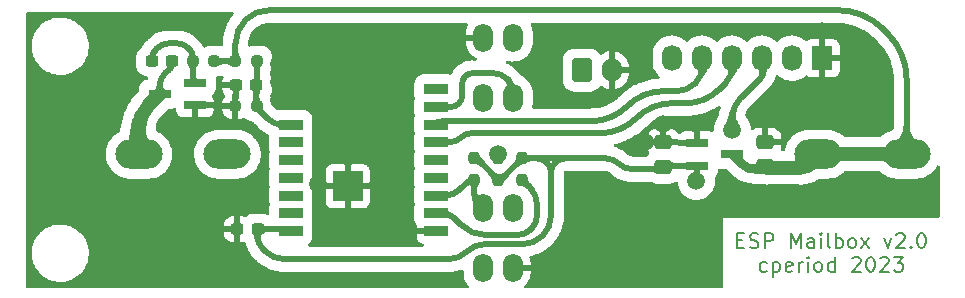
<source format=gbr>
G04 #@! TF.GenerationSoftware,KiCad,Pcbnew,6.0.11-2627ca5db0~126~ubuntu22.04.1*
G04 #@! TF.CreationDate,2023-03-12T17:13:59-04:00*
G04 #@! TF.ProjectId,ESP-Mailbox-rounded,4553502d-4d61-4696-9c62-6f782d726f75,rev?*
G04 #@! TF.SameCoordinates,PX4692680PY5d75c80*
G04 #@! TF.FileFunction,Copper,L1,Top*
G04 #@! TF.FilePolarity,Positive*
%FSLAX46Y46*%
G04 Gerber Fmt 4.6, Leading zero omitted, Abs format (unit mm)*
G04 Created by KiCad (PCBNEW 6.0.11-2627ca5db0~126~ubuntu22.04.1) date 2023-03-12 17:13:59*
%MOMM*%
%LPD*%
G01*
G04 APERTURE LIST*
G04 Aperture macros list*
%AMRoundRect*
0 Rectangle with rounded corners*
0 $1 Rounding radius*
0 $2 $3 $4 $5 $6 $7 $8 $9 X,Y pos of 4 corners*
0 Add a 4 corners polygon primitive as box body*
4,1,4,$2,$3,$4,$5,$6,$7,$8,$9,$2,$3,0*
0 Add four circle primitives for the rounded corners*
1,1,$1+$1,$2,$3*
1,1,$1+$1,$4,$5*
1,1,$1+$1,$6,$7*
1,1,$1+$1,$8,$9*
0 Add four rect primitives between the rounded corners*
20,1,$1+$1,$2,$3,$4,$5,0*
20,1,$1+$1,$4,$5,$6,$7,0*
20,1,$1+$1,$6,$7,$8,$9,0*
20,1,$1+$1,$8,$9,$2,$3,0*%
G04 Aperture macros list end*
%ADD10C,0.200000*%
G04 #@! TA.AperFunction,NonConductor*
%ADD11C,0.200000*%
G04 #@! TD*
G04 #@! TA.AperFunction,SMDPad,CuDef*
%ADD12R,2.000000X0.900000*%
G04 #@! TD*
G04 #@! TA.AperFunction,SMDPad,CuDef*
%ADD13R,2.500000X2.500000*%
G04 #@! TD*
G04 #@! TA.AperFunction,ComponentPad*
%ADD14O,4.000000X2.500000*%
G04 #@! TD*
G04 #@! TA.AperFunction,SMDPad,CuDef*
%ADD15RoundRect,0.237500X-0.250000X-0.237500X0.250000X-0.237500X0.250000X0.237500X-0.250000X0.237500X0*%
G04 #@! TD*
G04 #@! TA.AperFunction,SMDPad,CuDef*
%ADD16R,1.900000X0.800000*%
G04 #@! TD*
G04 #@! TA.AperFunction,SMDPad,CuDef*
%ADD17RoundRect,0.237500X-0.237500X0.250000X-0.237500X-0.250000X0.237500X-0.250000X0.237500X0.250000X0*%
G04 #@! TD*
G04 #@! TA.AperFunction,ComponentPad*
%ADD18O,1.700000X2.400000*%
G04 #@! TD*
G04 #@! TA.AperFunction,ComponentPad*
%ADD19RoundRect,0.250000X-0.600000X-0.750000X0.600000X-0.750000X0.600000X0.750000X-0.600000X0.750000X0*%
G04 #@! TD*
G04 #@! TA.AperFunction,ComponentPad*
%ADD20O,1.700000X2.000000*%
G04 #@! TD*
G04 #@! TA.AperFunction,SMDPad,CuDef*
%ADD21RoundRect,0.250000X0.475000X-0.337500X0.475000X0.337500X-0.475000X0.337500X-0.475000X-0.337500X0*%
G04 #@! TD*
G04 #@! TA.AperFunction,SMDPad,CuDef*
%ADD22RoundRect,0.237500X0.237500X-0.250000X0.237500X0.250000X-0.237500X0.250000X-0.237500X-0.250000X0*%
G04 #@! TD*
G04 #@! TA.AperFunction,SMDPad,CuDef*
%ADD23RoundRect,0.237500X0.250000X0.237500X-0.250000X0.237500X-0.250000X-0.237500X0.250000X-0.237500X0*%
G04 #@! TD*
G04 #@! TA.AperFunction,SMDPad,CuDef*
%ADD24RoundRect,0.237500X0.300000X0.237500X-0.300000X0.237500X-0.300000X-0.237500X0.300000X-0.237500X0*%
G04 #@! TD*
G04 #@! TA.AperFunction,SMDPad,CuDef*
%ADD25RoundRect,0.237500X-0.300000X-0.237500X0.300000X-0.237500X0.300000X0.237500X-0.300000X0.237500X0*%
G04 #@! TD*
G04 #@! TA.AperFunction,ComponentPad*
%ADD26R,1.700000X2.000000*%
G04 #@! TD*
G04 #@! TA.AperFunction,ComponentPad*
%ADD27O,1.700000X2.200000*%
G04 #@! TD*
G04 #@! TA.AperFunction,ViaPad*
%ADD28C,1.500000*%
G04 #@! TD*
G04 #@! TA.AperFunction,Conductor*
%ADD29C,0.500000*%
G04 #@! TD*
G04 #@! TA.AperFunction,Conductor*
%ADD30C,1.200000*%
G04 #@! TD*
G04 #@! TA.AperFunction,Conductor*
%ADD31C,0.800000*%
G04 #@! TD*
G04 APERTURE END LIST*
D10*
D11*
X61055571Y4861536D02*
X61472238Y4861536D01*
X61650809Y4206774D02*
X61055571Y4206774D01*
X61055571Y5456774D01*
X61650809Y5456774D01*
X62127000Y4266298D02*
X62305571Y4206774D01*
X62603190Y4206774D01*
X62722238Y4266298D01*
X62781761Y4325822D01*
X62841285Y4444870D01*
X62841285Y4563917D01*
X62781761Y4682965D01*
X62722238Y4742489D01*
X62603190Y4802012D01*
X62365095Y4861536D01*
X62246047Y4921060D01*
X62186523Y4980584D01*
X62127000Y5099631D01*
X62127000Y5218679D01*
X62186523Y5337727D01*
X62246047Y5397250D01*
X62365095Y5456774D01*
X62662714Y5456774D01*
X62841285Y5397250D01*
X63377000Y4206774D02*
X63377000Y5456774D01*
X63853190Y5456774D01*
X63972238Y5397250D01*
X64031761Y5337727D01*
X64091285Y5218679D01*
X64091285Y5040108D01*
X64031761Y4921060D01*
X63972238Y4861536D01*
X63853190Y4802012D01*
X63377000Y4802012D01*
X65579380Y4206774D02*
X65579380Y5456774D01*
X65996047Y4563917D01*
X66412714Y5456774D01*
X66412714Y4206774D01*
X67543666Y4206774D02*
X67543666Y4861536D01*
X67484142Y4980584D01*
X67365095Y5040108D01*
X67127000Y5040108D01*
X67007952Y4980584D01*
X67543666Y4266298D02*
X67424619Y4206774D01*
X67127000Y4206774D01*
X67007952Y4266298D01*
X66948428Y4385346D01*
X66948428Y4504393D01*
X67007952Y4623441D01*
X67127000Y4682965D01*
X67424619Y4682965D01*
X67543666Y4742489D01*
X68138904Y4206774D02*
X68138904Y5040108D01*
X68138904Y5456774D02*
X68079380Y5397250D01*
X68138904Y5337727D01*
X68198428Y5397250D01*
X68138904Y5456774D01*
X68138904Y5337727D01*
X68912714Y4206774D02*
X68793666Y4266298D01*
X68734142Y4385346D01*
X68734142Y5456774D01*
X69388904Y4206774D02*
X69388904Y5456774D01*
X69388904Y4980584D02*
X69507952Y5040108D01*
X69746047Y5040108D01*
X69865095Y4980584D01*
X69924619Y4921060D01*
X69984142Y4802012D01*
X69984142Y4444870D01*
X69924619Y4325822D01*
X69865095Y4266298D01*
X69746047Y4206774D01*
X69507952Y4206774D01*
X69388904Y4266298D01*
X70698428Y4206774D02*
X70579380Y4266298D01*
X70519857Y4325822D01*
X70460333Y4444870D01*
X70460333Y4802012D01*
X70519857Y4921060D01*
X70579380Y4980584D01*
X70698428Y5040108D01*
X70877000Y5040108D01*
X70996047Y4980584D01*
X71055571Y4921060D01*
X71115095Y4802012D01*
X71115095Y4444870D01*
X71055571Y4325822D01*
X70996047Y4266298D01*
X70877000Y4206774D01*
X70698428Y4206774D01*
X71531761Y4206774D02*
X72186523Y5040108D01*
X71531761Y5040108D02*
X72186523Y4206774D01*
X73496047Y5040108D02*
X73793666Y4206774D01*
X74091285Y5040108D01*
X74507952Y5337727D02*
X74567476Y5397250D01*
X74686523Y5456774D01*
X74984142Y5456774D01*
X75103190Y5397250D01*
X75162714Y5337727D01*
X75222238Y5218679D01*
X75222238Y5099631D01*
X75162714Y4921060D01*
X74448428Y4206774D01*
X75222238Y4206774D01*
X75757952Y4325822D02*
X75817476Y4266298D01*
X75757952Y4206774D01*
X75698428Y4266298D01*
X75757952Y4325822D01*
X75757952Y4206774D01*
X76591285Y5456774D02*
X76710333Y5456774D01*
X76829380Y5397250D01*
X76888904Y5337727D01*
X76948428Y5218679D01*
X77007952Y4980584D01*
X77007952Y4682965D01*
X76948428Y4444870D01*
X76888904Y4325822D01*
X76829380Y4266298D01*
X76710333Y4206774D01*
X76591285Y4206774D01*
X76472238Y4266298D01*
X76412714Y4325822D01*
X76353190Y4444870D01*
X76293666Y4682965D01*
X76293666Y4980584D01*
X76353190Y5218679D01*
X76412714Y5337727D01*
X76472238Y5397250D01*
X76591285Y5456774D01*
X63525809Y2253798D02*
X63406761Y2194274D01*
X63168666Y2194274D01*
X63049619Y2253798D01*
X62990095Y2313322D01*
X62930571Y2432370D01*
X62930571Y2789512D01*
X62990095Y2908560D01*
X63049619Y2968084D01*
X63168666Y3027608D01*
X63406761Y3027608D01*
X63525809Y2968084D01*
X64061523Y3027608D02*
X64061523Y1777608D01*
X64061523Y2968084D02*
X64180571Y3027608D01*
X64418666Y3027608D01*
X64537714Y2968084D01*
X64597238Y2908560D01*
X64656761Y2789512D01*
X64656761Y2432370D01*
X64597238Y2313322D01*
X64537714Y2253798D01*
X64418666Y2194274D01*
X64180571Y2194274D01*
X64061523Y2253798D01*
X65668666Y2253798D02*
X65549619Y2194274D01*
X65311523Y2194274D01*
X65192476Y2253798D01*
X65132952Y2372846D01*
X65132952Y2849036D01*
X65192476Y2968084D01*
X65311523Y3027608D01*
X65549619Y3027608D01*
X65668666Y2968084D01*
X65728190Y2849036D01*
X65728190Y2729989D01*
X65132952Y2610941D01*
X66263904Y2194274D02*
X66263904Y3027608D01*
X66263904Y2789512D02*
X66323428Y2908560D01*
X66382952Y2968084D01*
X66502000Y3027608D01*
X66621047Y3027608D01*
X67037714Y2194274D02*
X67037714Y3027608D01*
X67037714Y3444274D02*
X66978190Y3384750D01*
X67037714Y3325227D01*
X67097238Y3384750D01*
X67037714Y3444274D01*
X67037714Y3325227D01*
X67811523Y2194274D02*
X67692476Y2253798D01*
X67632952Y2313322D01*
X67573428Y2432370D01*
X67573428Y2789512D01*
X67632952Y2908560D01*
X67692476Y2968084D01*
X67811523Y3027608D01*
X67990095Y3027608D01*
X68109142Y2968084D01*
X68168666Y2908560D01*
X68228190Y2789512D01*
X68228190Y2432370D01*
X68168666Y2313322D01*
X68109142Y2253798D01*
X67990095Y2194274D01*
X67811523Y2194274D01*
X69299619Y2194274D02*
X69299619Y3444274D01*
X69299619Y2253798D02*
X69180571Y2194274D01*
X68942476Y2194274D01*
X68823428Y2253798D01*
X68763904Y2313322D01*
X68704380Y2432370D01*
X68704380Y2789512D01*
X68763904Y2908560D01*
X68823428Y2968084D01*
X68942476Y3027608D01*
X69180571Y3027608D01*
X69299619Y2968084D01*
X70787714Y3325227D02*
X70847238Y3384750D01*
X70966285Y3444274D01*
X71263904Y3444274D01*
X71382952Y3384750D01*
X71442476Y3325227D01*
X71502000Y3206179D01*
X71502000Y3087131D01*
X71442476Y2908560D01*
X70728190Y2194274D01*
X71502000Y2194274D01*
X72275809Y3444274D02*
X72394857Y3444274D01*
X72513904Y3384750D01*
X72573428Y3325227D01*
X72632952Y3206179D01*
X72692476Y2968084D01*
X72692476Y2670465D01*
X72632952Y2432370D01*
X72573428Y2313322D01*
X72513904Y2253798D01*
X72394857Y2194274D01*
X72275809Y2194274D01*
X72156761Y2253798D01*
X72097238Y2313322D01*
X72037714Y2432370D01*
X71978190Y2670465D01*
X71978190Y2968084D01*
X72037714Y3206179D01*
X72097238Y3325227D01*
X72156761Y3384750D01*
X72275809Y3444274D01*
X73168666Y3325227D02*
X73228190Y3384750D01*
X73347238Y3444274D01*
X73644857Y3444274D01*
X73763904Y3384750D01*
X73823428Y3325227D01*
X73882952Y3206179D01*
X73882952Y3087131D01*
X73823428Y2908560D01*
X73109142Y2194274D01*
X73882952Y2194274D01*
X74299619Y3444274D02*
X75073428Y3444274D01*
X74656761Y2968084D01*
X74835333Y2968084D01*
X74954380Y2908560D01*
X75013904Y2849036D01*
X75073428Y2729989D01*
X75073428Y2432370D01*
X75013904Y2313322D01*
X74954380Y2253798D01*
X74835333Y2194274D01*
X74478190Y2194274D01*
X74359142Y2253798D01*
X74299619Y2313322D01*
D12*
G04 #@! TO.P,U2,16,GND*
G04 #@! TO.N,N/C*
X35528000Y17640000D03*
G04 #@! TO.P,U2,1,ADC*
G04 #@! TO.N,/ADC*
X23228000Y14640000D03*
G04 #@! TO.P,U2,2,EN*
G04 #@! TO.N,unconnected-(U2-Pad2)*
X23228000Y13140000D03*
G04 #@! TO.P,U2,3,GPIO14*
G04 #@! TO.N,unconnected-(U2-Pad3)*
X23228000Y11640000D03*
G04 #@! TO.P,U2,4,GPIO12*
G04 #@! TO.N,unconnected-(U2-Pad4)*
X23228000Y10140000D03*
G04 #@! TO.P,U2,5,GPIO13*
G04 #@! TO.N,unconnected-(U2-Pad5)*
X23228000Y8640000D03*
G04 #@! TO.P,U2,6,GPIO15*
G04 #@! TO.N,unconnected-(U2-Pad6)*
X23228000Y7140000D03*
G04 #@! TO.P,U2,7,VCC*
G04 #@! TO.N,+3.3V*
X23228000Y5640000D03*
G04 #@! TO.P,U2,8,GND*
G04 #@! TO.N,GND*
X35528000Y5640000D03*
G04 #@! TO.P,U2,9,GPIO2*
G04 #@! TO.N,Net-(R4-Pad2)*
X35528000Y7140000D03*
G04 #@! TO.P,U2,10,GPIO0*
G04 #@! TO.N,/FLASH*
X35528000Y8640000D03*
G04 #@! TO.P,U2,11,GPIO4*
G04 #@! TO.N,unconnected-(U2-Pad11)*
X35528000Y10140000D03*
G04 #@! TO.P,U2,12,GPIO5*
G04 #@! TO.N,unconnected-(U2-Pad12)*
X35528000Y11640000D03*
G04 #@! TO.P,U2,13,RX*
G04 #@! TO.N,/RX*
X35528000Y13140000D03*
G04 #@! TO.P,U2,14,TX*
G04 #@! TO.N,/TX*
X35528000Y14640000D03*
G04 #@! TO.P,U2,15,RST*
G04 #@! TO.N,/RST*
X35528000Y16140000D03*
D13*
G04 #@! TO.P,U2,16,GND*
G04 #@! TO.N,GND*
X28078000Y9440000D03*
G04 #@! TD*
D14*
G04 #@! TO.P,BT1,1,+*
G04 #@! TO.N,VCC*
X75380000Y12148000D03*
X67880000Y12148000D03*
G04 #@! TO.P,BT1,2,-*
G04 #@! TO.N,Net-(BT1-Pad2)*
X10380000Y12148000D03*
X17880000Y12148000D03*
G04 #@! TD*
D15*
G04 #@! TO.P,R1,1*
G04 #@! TO.N,Net-(C1-Pad1)*
X14953500Y20022000D03*
G04 #@! TO.P,R1,2*
G04 #@! TO.N,VCC*
X16778500Y20022000D03*
G04 #@! TD*
D16*
G04 #@! TO.P,U1,1,VM*
G04 #@! TO.N,GND*
X15130000Y16278000D03*
G04 #@! TO.P,U1,2,VDD*
G04 #@! TO.N,Net-(C1-Pad1)*
X15130000Y18178000D03*
G04 #@! TO.P,U1,3,GND*
G04 #@! TO.N,Net-(BT1-Pad2)*
X12130000Y17228000D03*
G04 #@! TD*
D17*
G04 #@! TO.P,R4,1*
G04 #@! TO.N,+3.3V*
X42840000Y11790500D03*
G04 #@! TO.P,R4,2*
G04 #@! TO.N,Net-(R4-Pad2)*
X42840000Y9965500D03*
G04 #@! TD*
D16*
G04 #@! TO.P,U3,1,GND*
G04 #@! TO.N,GND*
X57620000Y13076500D03*
G04 #@! TO.P,U3,2,VO*
G04 #@! TO.N,+3.3V*
X57620000Y11176500D03*
G04 #@! TO.P,U3,3,VI*
G04 #@! TO.N,VCC*
X60620000Y12126500D03*
G04 #@! TD*
D18*
G04 #@! TO.P,SW1,1,A*
G04 #@! TO.N,/RST*
X42058000Y16934000D03*
X42058000Y22014000D03*
G04 #@! TO.P,SW1,2,B*
G04 #@! TO.N,GND*
X39518000Y16934000D03*
X39518000Y22014000D03*
G04 #@! TD*
D19*
G04 #@! TO.P,J2,1,Pin_1*
G04 #@! TO.N,/RST*
X47920000Y19260000D03*
D20*
G04 #@! TO.P,J2,2,Pin_2*
G04 #@! TO.N,GND*
X50420000Y19260000D03*
G04 #@! TD*
D21*
G04 #@! TO.P,C3,1*
G04 #@! TO.N,VCC*
X63414000Y11110500D03*
G04 #@! TO.P,C3,2*
G04 #@! TO.N,GND*
X63414000Y13185500D03*
G04 #@! TD*
D18*
G04 #@! TO.P,SW2,1,A*
G04 #@! TO.N,/FLASH*
X39538000Y2496000D03*
X39538000Y7576000D03*
G04 #@! TO.P,SW2,2,B*
G04 #@! TO.N,GND*
X42078000Y2496000D03*
X42078000Y7576000D03*
G04 #@! TD*
D22*
G04 #@! TO.P,R2,1*
G04 #@! TO.N,+3.3V*
X40808000Y9965500D03*
G04 #@! TO.P,R2,2*
G04 #@! TO.N,/RST*
X40808000Y11790500D03*
G04 #@! TD*
D21*
G04 #@! TO.P,C4,1*
G04 #@! TO.N,+3.3V*
X54778000Y11067500D03*
G04 #@! TO.P,C4,2*
G04 #@! TO.N,GND*
X54778000Y13142500D03*
G04 #@! TD*
D23*
G04 #@! TO.P,R6,1*
G04 #@! TO.N,/ADC*
X20384500Y16212000D03*
G04 #@! TO.P,R6,2*
G04 #@! TO.N,GND*
X18559500Y16212000D03*
G04 #@! TD*
D17*
G04 #@! TO.P,R3,1*
G04 #@! TO.N,+3.3V*
X38776000Y11790500D03*
G04 #@! TO.P,R3,2*
G04 #@! TO.N,/FLASH*
X38776000Y9965500D03*
G04 #@! TD*
D15*
G04 #@! TO.P,R5,1*
G04 #@! TO.N,VCC*
X18559500Y20022000D03*
G04 #@! TO.P,R5,2*
G04 #@! TO.N,/ADC*
X20384500Y20022000D03*
G04 #@! TD*
D24*
G04 #@! TO.P,C2,1*
G04 #@! TO.N,+3.3V*
X20435000Y5798000D03*
G04 #@! TO.P,C2,2*
G04 #@! TO.N,GND*
X18710000Y5798000D03*
G04 #@! TD*
G04 #@! TO.P,C5,1*
G04 #@! TO.N,/ADC*
X20334500Y17990000D03*
G04 #@! TO.P,C5,2*
G04 #@! TO.N,GND*
X18609500Y17990000D03*
G04 #@! TD*
D25*
G04 #@! TO.P,C1,1*
G04 #@! TO.N,Net-(C1-Pad1)*
X11497500Y20022000D03*
G04 #@! TO.P,C1,2*
G04 #@! TO.N,Net-(BT1-Pad2)*
X13222500Y20022000D03*
G04 #@! TD*
D26*
G04 #@! TO.P,J1,1,Pin_1*
G04 #@! TO.N,GND*
X68240000Y20276000D03*
D27*
G04 #@! TO.P,J1,2,Pin_2*
G04 #@! TO.N,unconnected-(J1-Pad2)*
X65700000Y20276000D03*
G04 #@! TO.P,J1,3,Pin_3*
G04 #@! TO.N,+3.3V*
X63160000Y20276000D03*
G04 #@! TO.P,J1,4,Pin_4*
G04 #@! TO.N,/RX*
X60620000Y20276000D03*
G04 #@! TO.P,J1,5,Pin_5*
G04 #@! TO.N,/TX*
X58080000Y20276000D03*
G04 #@! TO.P,J1,6,Pin_6*
G04 #@! TO.N,unconnected-(J1-Pad6)*
X55540000Y20276000D03*
G04 #@! TD*
D28*
G04 #@! TO.N,GND*
X14646000Y3258000D03*
X16678000Y3258000D03*
G04 #@! TO.N,+3.3V*
X57572000Y9862000D03*
X60620000Y14180000D03*
G04 #@! TO.N,GND*
X70780000Y20276000D03*
X53254000Y13164000D03*
X22266000Y21292000D03*
X8550000Y19006000D03*
X36998000Y22054000D03*
X19726000Y9100000D03*
X28108000Y6814000D03*
X25568000Y9608000D03*
X22266000Y16720000D03*
X22266000Y19768000D03*
X30648000Y9608000D03*
X57572000Y14688000D03*
X63414000Y15196000D03*
X28108000Y11894000D03*
X68240000Y22562000D03*
X32934000Y5544000D03*
X16678000Y5036000D03*
X22266000Y18244000D03*
X54778000Y14688000D03*
X8550000Y21038000D03*
X14646000Y5036000D03*
G04 #@! TO.N,/RST*
X40808000Y12148000D03*
G04 #@! TD*
D29*
G04 #@! TO.N,Net-(R4-Pad2)*
X36100000Y7140008D02*
G75*
G02*
X37076464Y6735534I0J-1380908D01*
G01*
X42375579Y5290009D02*
G75*
G03*
X43602000Y5798000I21J1734391D01*
G01*
X39830147Y5290020D02*
G75*
G02*
X37597000Y6215000I-47J3158080D01*
G01*
X44109989Y7797475D02*
G75*
G03*
X43475000Y9330500I-2167989J25D01*
G01*
X43602006Y5797994D02*
G75*
G03*
X44110000Y7024421I-1226406J1226406D01*
G01*
G04 #@! TO.N,/FLASH*
X39156995Y7956995D02*
G75*
G02*
X38776000Y8876816I919805J919805D01*
G01*
X38228457Y9822518D02*
G75*
G02*
X38573750Y9965500I345243J-345318D01*
G01*
X38573750Y9965500D02*
G75*
G02*
X38776000Y9763250I50J-202200D01*
G01*
X36287000Y8640005D02*
G75*
G03*
X37582693Y9176696I0J1832395D01*
G01*
G04 #@! TO.N,/RST*
X36769878Y16140010D02*
G75*
G03*
X37469999Y16430001I22J990090D01*
G01*
X38013997Y18752003D02*
G75*
G02*
X38627210Y19006000I613203J-613203D01*
G01*
X37470006Y16429994D02*
G75*
G03*
X37760000Y17130122I-700106J700106D01*
G01*
X42058013Y17472000D02*
G75*
G03*
X41677575Y18390423I-1298813J0D01*
G01*
X40357721Y19006008D02*
G75*
G02*
X41559999Y18507999I-21J-1700308D01*
G01*
X37760005Y18138790D02*
G75*
G02*
X38014001Y18751999I867195J10D01*
G01*
G04 #@! TO.N,/TX*
X51729985Y16212015D02*
G75*
G02*
X54796051Y17482000I3066015J-3066015D01*
G01*
X57541178Y18213191D02*
G75*
G03*
X58080000Y19514000I-1300778J1300809D01*
G01*
X55911974Y17482011D02*
G75*
G03*
X57445000Y18117000I26J2167989D01*
G01*
X48663948Y14941980D02*
G75*
G03*
X51730000Y16212000I-48J4336120D01*
G01*
X35678986Y14791014D02*
G75*
G02*
X36043546Y14942000I364514J-364514D01*
G01*
G04 #@! TO.N,/RX*
X52491985Y15196015D02*
G75*
G02*
X55558051Y16466000I3066015J-3066015D01*
G01*
X56717553Y16465980D02*
G75*
G03*
X59476998Y17609002I-53J3902520D01*
G01*
X60081178Y18213191D02*
G75*
G03*
X60620000Y19514000I-1300778J1300809D01*
G01*
X37632995Y13545005D02*
G75*
G02*
X38552815Y13926000I919805J-919805D01*
G01*
X36713184Y13164007D02*
G75*
G03*
X37633000Y13545000I16J1300793D01*
G01*
X35540009Y13151991D02*
G75*
G02*
X35568970Y13164000I28991J-28991D01*
G01*
X49425948Y13925980D02*
G75*
G03*
X52492000Y15196000I-48J4336120D01*
G01*
G04 #@! TO.N,/ADC*
X22517000Y14639999D02*
G75*
G02*
X21303248Y15142754I0J1716501D01*
G01*
X20437678Y16008260D02*
G75*
G02*
X20384500Y16136750I128522J128440D01*
G01*
X20334482Y17954645D02*
G75*
G02*
X20359500Y18015000I85418J-45D01*
G01*
X20359513Y16237013D02*
G75*
G02*
X20334500Y16297356I60387J60387D01*
G01*
X20384518Y16176645D02*
G75*
G03*
X20359500Y16237000I-85418J-45D01*
G01*
X20359487Y18015013D02*
G75*
G03*
X20384500Y18075356I-60387J60387D01*
G01*
G04 #@! TO.N,+3.3V*
X60619988Y15196000D02*
G75*
G02*
X61338421Y16930420I2452812J0D01*
G01*
X42851554Y4528049D02*
G75*
G03*
X44566249Y5238251I46J2424951D01*
G01*
X49918265Y11790485D02*
G75*
G02*
X51019750Y11334250I35J-1557685D01*
G01*
X54454503Y10877999D02*
G75*
G03*
X54683250Y10972750I-3J323501D01*
G01*
X22693502Y3258001D02*
G75*
G02*
X21096500Y3919500I-2J2258499D01*
G01*
X22958277Y5797990D02*
G75*
G02*
X23149000Y5719000I23J-269690D01*
G01*
X63033002Y18624998D02*
G75*
G03*
X63160000Y18931606I-306602J306602D01*
G01*
X38140992Y3893008D02*
G75*
G02*
X39674025Y4528000I1533008J-1533008D01*
G01*
X36607974Y3258011D02*
G75*
G03*
X38141000Y3893000I26J2167989D01*
G01*
X20865284Y4150736D02*
G75*
G02*
X20435000Y5189500I1038716J1038764D01*
G01*
X40911500Y9965509D02*
G75*
G02*
X40734814Y10038686I0J249891D01*
G01*
X54832507Y11121993D02*
G75*
G02*
X54964074Y11176500I131593J-131593D01*
G01*
X44566284Y5238216D02*
G75*
G03*
X45276500Y6952946I-1714784J1714684D01*
G01*
X52121234Y10878015D02*
G75*
G02*
X51019750Y11334250I-34J1557685D01*
G01*
X57596012Y9885988D02*
G75*
G03*
X57620000Y9943942I-57912J57912D01*
G01*
X40911500Y9965510D02*
G75*
G03*
X41088184Y10038687I0J249890D01*
G01*
X44058250Y11790500D02*
G75*
G02*
X45276500Y10572250I-50J-1218300D01*
G01*
X45276500Y10572250D02*
G75*
G02*
X46494750Y11790500I1218200J50D01*
G01*
X38879500Y11790491D02*
G75*
G02*
X39056185Y11717315I0J-249891D01*
G01*
X54832500Y11122000D02*
X54723500Y11013000D01*
X63033000Y18625000D02*
X62779000Y18371000D01*
X44058250Y11790500D02*
X46494750Y11790500D01*
G04 #@! TO.N,Net-(C1-Pad1)*
X11928756Y21114744D02*
G75*
G02*
X12969879Y21546000I1041144J-1041144D01*
G01*
X14953545Y20376250D02*
G75*
G03*
X14703007Y20980993I-855245J-50D01*
G01*
X11497535Y20352750D02*
G75*
G02*
X11731375Y20917376I798465J50D01*
G01*
X15041749Y18266249D02*
G75*
G02*
X14953500Y18479305I213051J213051D01*
G01*
X13561354Y21545981D02*
G75*
G02*
X14545750Y21138250I46J-1392081D01*
G01*
G04 #@! TO.N,Net-(BT1-Pad2)*
X12130000Y17875000D02*
G75*
G02*
X12587497Y18979499I1562000J0D01*
G01*
X13078402Y19470451D02*
G75*
G03*
X13222500Y19818250I-347802J347849D01*
G01*
D30*
X10380016Y14240564D02*
G75*
G02*
X11255001Y16352999I2987384J36D01*
G01*
G04 #@! TO.N,VCC*
X67880000Y12014000D02*
G75*
G02*
X68014000Y12148000I134000J0D01*
G01*
D31*
X62535750Y10877971D02*
G75*
G02*
X61433385Y11334615I50J1559029D01*
G01*
D30*
X63602635Y11000015D02*
G75*
G02*
X63469250Y11055250I-35J188585D01*
G01*
X67785247Y11785248D02*
G75*
G03*
X67880000Y12014000I-228747J228752D01*
G01*
D29*
X19396735Y23502765D02*
G75*
G02*
X21418050Y24340000I2021265J-2021265D01*
G01*
D31*
X63017097Y10878001D02*
G75*
G03*
X63297750Y10994250I3J396899D01*
G01*
D29*
X18559521Y21481450D02*
G75*
G02*
X19396750Y23502750I2858479J50D01*
G01*
X69542036Y24340010D02*
G75*
G02*
X73389791Y22746207I-36J-5441610D01*
G01*
D31*
X60630750Y12126450D02*
G75*
G02*
X60649100Y12118898I50J-25950D01*
G01*
D30*
X63358751Y11055249D02*
G75*
G02*
X63469249Y11055249I55249J-55247D01*
G01*
X66377746Y10999981D02*
G75*
G03*
X67440000Y11440000I-46J1502319D01*
G01*
D29*
X75380010Y18502037D02*
G75*
G03*
X73786206Y22349792I-5441610J-37D01*
G01*
G04 #@! TO.N,+3.3V*
X57620000Y11176500D02*
X54964074Y11176500D01*
G04 #@! TO.N,/RST*
X36769878Y16140000D02*
X35528000Y16140000D01*
X37760000Y17130122D02*
X37760000Y18138790D01*
X42058000Y17472000D02*
X42058000Y16934000D01*
X38627210Y19006000D02*
X40357721Y19006000D01*
X41677576Y18390424D02*
X41560000Y18508000D01*
D31*
G04 #@! TO.N,VCC*
X62535750Y10878000D02*
X63017097Y10878000D01*
D29*
X73389792Y22746208D02*
X73786207Y22349793D01*
D31*
X61433385Y11334615D02*
X60649101Y12118899D01*
D30*
X68014000Y12148000D02*
X75380000Y12148000D01*
D31*
X60630750Y12126500D02*
X60620000Y12126500D01*
D29*
X18559500Y20022000D02*
X16778500Y20022000D01*
D30*
X67785247Y11785248D02*
X67440000Y11440000D01*
D29*
X18559500Y20022000D02*
X18559500Y21481450D01*
X21418050Y24340000D02*
X69542036Y24340000D01*
X75380000Y12148000D02*
X75380000Y18502037D01*
D30*
X63602635Y11000000D02*
X66377746Y11000000D01*
D31*
X63297750Y10994250D02*
X63358750Y11055250D01*
D29*
G04 #@! TO.N,Net-(BT1-Pad2)*
X13222500Y19818250D02*
X13222500Y20022000D01*
X12587497Y18979499D02*
X13078426Y19470427D01*
D30*
X12130000Y17228000D02*
X11255000Y16353000D01*
D29*
X12130000Y17875000D02*
X12130000Y17228000D01*
D30*
X10380000Y14240564D02*
X10380000Y12148000D01*
D29*
G04 #@! TO.N,Net-(C1-Pad1)*
X12969879Y21546000D02*
X13561354Y21546000D01*
X14953500Y20376250D02*
X14953500Y20022000D01*
X14953500Y20022000D02*
X14953500Y18479305D01*
X15041750Y18266250D02*
X15130000Y18178000D01*
X11928749Y21114751D02*
X11731375Y20917376D01*
X11497500Y20352750D02*
X11497500Y20022000D01*
X14703007Y20980993D02*
X14545750Y21138250D01*
G04 #@! TO.N,+3.3V*
X45276500Y6952946D02*
X45276500Y10572250D01*
X63160000Y18931606D02*
X63160000Y20276000D01*
X20435000Y5798000D02*
X22958277Y5798000D01*
X57620000Y11176500D02*
X57620000Y9943942D01*
X42851554Y4528000D02*
X39674025Y4528000D01*
X49918265Y11790500D02*
X46494750Y11790500D01*
X23149000Y5719000D02*
X23228000Y5640000D01*
X20435000Y5798000D02*
X20435000Y5189500D01*
X54454503Y10878000D02*
X52121234Y10878000D01*
X57596000Y9886000D02*
X57572000Y9862000D01*
X42840000Y11790500D02*
X44058250Y11790500D01*
X21096500Y3919500D02*
X20865274Y4150726D01*
X54683250Y10972750D02*
X54723500Y11013000D01*
X42840000Y11790500D02*
X41088185Y10038686D01*
X22693502Y3258000D02*
X36607974Y3258000D01*
X40734814Y10038686D02*
X39056185Y11717315D01*
X60620000Y15196000D02*
X60620000Y14180000D01*
X38879500Y11790500D02*
X38776000Y11790500D01*
X61338420Y16930421D02*
X62779000Y18371000D01*
G04 #@! TO.N,/ADC*
X20384500Y16136750D02*
X20384500Y16176645D01*
X20384500Y18075356D02*
X20384500Y20022000D01*
X21303247Y15142753D02*
X20437709Y16008291D01*
X22517000Y14640000D02*
X23228000Y14640000D01*
X20334500Y17954645D02*
X20334500Y16297356D01*
G04 #@! TO.N,/RX*
X35540000Y13152000D02*
X35528000Y13140000D01*
X59476999Y17609001D02*
X60081184Y18213185D01*
X55558051Y16466000D02*
X56717553Y16466000D01*
X60620000Y19514000D02*
X60620000Y20276000D01*
X36713184Y13164000D02*
X35568970Y13164000D01*
X38552815Y13926000D02*
X49425948Y13926000D01*
G04 #@! TO.N,/TX*
X35679000Y14791000D02*
X35528000Y14640000D01*
X57541184Y18213185D02*
X57445000Y18117000D01*
X54796051Y17482000D02*
X55911974Y17482000D01*
X48663948Y14942000D02*
X36043546Y14942000D01*
X58080000Y19514000D02*
X58080000Y20276000D01*
G04 #@! TO.N,/RST*
X40808000Y12148000D02*
X40808000Y11790500D01*
G04 #@! TO.N,/FLASH*
X36287000Y8640000D02*
X35528000Y8640000D01*
X38228487Y9822488D02*
X37582694Y9176695D01*
X38776000Y8876816D02*
X38776000Y9763250D01*
X39157000Y7957000D02*
X39538000Y7576000D01*
G04 #@! TO.N,Net-(R4-Pad2)*
X36100000Y7140000D02*
X35528000Y7140000D01*
X42375579Y5290000D02*
X39830147Y5290000D01*
X37076465Y6735535D02*
X37597000Y6215000D01*
X44110000Y7797475D02*
X44110000Y7024421D01*
X43475000Y9330500D02*
X42840000Y9965500D01*
G04 #@! TD*
G04 #@! TA.AperFunction,Conductor*
G04 #@! TO.N,/ADC*
G36*
X20392933Y20250731D02*
G01*
X20806355Y19820823D01*
X20809620Y19812484D01*
X20808456Y19807622D01*
X20775319Y19739063D01*
X20775318Y19739062D01*
X20775319Y19739062D01*
X20743428Y19671172D01*
X20716110Y19608456D01*
X20693144Y19548090D01*
X20674313Y19487248D01*
X20659396Y19423104D01*
X20648175Y19352833D01*
X20640432Y19273609D01*
X20635946Y19182607D01*
X20635945Y19182527D01*
X20634658Y19088540D01*
X20631118Y19080314D01*
X20622959Y19077000D01*
X20146041Y19077000D01*
X20137768Y19080427D01*
X20134342Y19088540D01*
X20133054Y19182527D01*
X20133053Y19182607D01*
X20128567Y19273609D01*
X20120824Y19352833D01*
X20109603Y19423104D01*
X20094686Y19487248D01*
X20075855Y19548090D01*
X20052889Y19608456D01*
X20025571Y19671172D01*
X19993680Y19739062D01*
X19960543Y19807623D01*
X19960028Y19816562D01*
X19962642Y19820820D01*
X20376067Y20250731D01*
X20384271Y20254319D01*
X20392933Y20250731D01*
G37*
G04 #@! TD.AperFunction*
G04 #@! TD*
G04 #@! TA.AperFunction,Conductor*
G04 #@! TO.N,+3.3V*
G36*
X23184126Y6084412D02*
G01*
X23187222Y6080488D01*
X23433857Y5573297D01*
X23434393Y5564358D01*
X23428036Y5557466D01*
X22911468Y5330787D01*
X22902516Y5330601D01*
X22898484Y5333238D01*
X22857652Y5374167D01*
X22857553Y5374266D01*
X22813254Y5414532D01*
X22769633Y5448726D01*
X22769394Y5448879D01*
X22725365Y5477025D01*
X22725357Y5477029D01*
X22725084Y5477204D01*
X22677998Y5500322D01*
X22677694Y5500430D01*
X22677688Y5500432D01*
X22627058Y5518335D01*
X22627055Y5518336D01*
X22626769Y5518437D01*
X22626473Y5518507D01*
X22626466Y5518509D01*
X22570045Y5531846D01*
X22570039Y5531847D01*
X22569790Y5531906D01*
X22505453Y5541085D01*
X22505262Y5541099D01*
X22505259Y5541099D01*
X22469953Y5543626D01*
X22432151Y5546331D01*
X22432035Y5546333D01*
X22432021Y5546334D01*
X22359744Y5547772D01*
X22351541Y5551363D01*
X22348277Y5559470D01*
X22348277Y6036325D01*
X22351704Y6044598D01*
X22359952Y6048025D01*
X22464574Y6048253D01*
X22564772Y6049075D01*
X22652146Y6050563D01*
X22652167Y6050564D01*
X22652178Y6050564D01*
X22730099Y6052817D01*
X22801843Y6055931D01*
X22801858Y6055932D01*
X22801861Y6055932D01*
X22815843Y6056759D01*
X22870717Y6060003D01*
X22940028Y6065130D01*
X23013085Y6071409D01*
X23093193Y6078937D01*
X23109007Y6080488D01*
X23175558Y6087015D01*
X23184126Y6084412D01*
G37*
G04 #@! TD.AperFunction*
G04 #@! TD*
G04 #@! TA.AperFunction,Conductor*
G04 #@! TO.N,+3.3V*
G36*
X20649377Y6221957D02*
G01*
X20717934Y6188822D01*
X20717938Y6188820D01*
X20785776Y6156953D01*
X20785796Y6156944D01*
X20785828Y6156929D01*
X20785880Y6156906D01*
X20785883Y6156905D01*
X20848403Y6129672D01*
X20848417Y6129666D01*
X20848544Y6129611D01*
X20908910Y6106645D01*
X20909105Y6106585D01*
X20909104Y6106585D01*
X20969541Y6087879D01*
X20969549Y6087877D01*
X20969752Y6087814D01*
X20969960Y6087766D01*
X20969966Y6087764D01*
X21033701Y6072942D01*
X21033710Y6072940D01*
X21033896Y6072897D01*
X21034084Y6072867D01*
X21034089Y6072866D01*
X21080887Y6065393D01*
X21104167Y6061676D01*
X21157551Y6056458D01*
X21183267Y6053945D01*
X21183271Y6053945D01*
X21183391Y6053933D01*
X21274393Y6049447D01*
X21316646Y6048868D01*
X21368460Y6048158D01*
X21376686Y6044618D01*
X21380000Y6036459D01*
X21380000Y5559541D01*
X21376573Y5551268D01*
X21368460Y5547842D01*
X21360485Y5547733D01*
X21274393Y5546554D01*
X21183391Y5542068D01*
X21183271Y5542056D01*
X21183267Y5542056D01*
X21157551Y5539543D01*
X21104167Y5534325D01*
X21080887Y5530608D01*
X21034089Y5523135D01*
X21034084Y5523134D01*
X21033896Y5523104D01*
X21033710Y5523061D01*
X21033701Y5523059D01*
X20969966Y5508237D01*
X20969960Y5508235D01*
X20969752Y5508187D01*
X20969549Y5508124D01*
X20969541Y5508122D01*
X20916746Y5491781D01*
X20908910Y5489356D01*
X20848544Y5466390D01*
X20848417Y5466335D01*
X20848403Y5466329D01*
X20789330Y5440598D01*
X20787441Y5439775D01*
X20787441Y5439774D01*
X20785828Y5439072D01*
X20717938Y5407181D01*
X20642047Y5370500D01*
X20202232Y5793450D01*
X20201537Y5794118D01*
X20201946Y5795163D01*
X20201838Y5800681D01*
X20204623Y5804849D01*
X20264301Y5862239D01*
X20439550Y6030768D01*
X20636179Y6219857D01*
X20644516Y6223121D01*
X20649377Y6221957D01*
G37*
G04 #@! TD.AperFunction*
G04 #@! TD*
G04 #@! TA.AperFunction,Conductor*
G04 #@! TO.N,+3.3V*
G36*
X57487363Y10789265D02*
G01*
X57490295Y10781155D01*
X57490090Y10774436D01*
X57489375Y10774458D01*
X57489373Y10774334D01*
X57490086Y10774312D01*
X57490057Y10773357D01*
X57463939Y10750252D01*
X57462302Y10696708D01*
X57493910Y10634806D01*
X57572000Y10612000D01*
X57567208Y10386500D01*
X57567160Y10384238D01*
X57548768Y9518681D01*
X57545167Y9510483D01*
X57536822Y9507233D01*
X57528138Y9511374D01*
X57397968Y9665259D01*
X56925100Y10224277D01*
X56922374Y10232805D01*
X56924539Y10238669D01*
X56988693Y10327729D01*
X56989760Y10329007D01*
X57083197Y10425999D01*
X57083846Y10426623D01*
X57191337Y10522268D01*
X57191662Y10522547D01*
X57236929Y10559943D01*
X57302472Y10614091D01*
X57405736Y10698765D01*
X57463939Y10750252D01*
X57465005Y10785106D01*
X57467566Y10787372D01*
X57468039Y10786837D01*
X57468565Y10787311D01*
X57468096Y10787841D01*
X57470847Y10790275D01*
X57479314Y10793190D01*
X57487363Y10789265D01*
G37*
G04 #@! TD.AperFunction*
G04 #@! TA.AperFunction,Conductor*
G36*
X57527381Y11403694D02*
G01*
X57572004Y11341792D01*
X57578511Y11250568D01*
X57558987Y11139796D01*
X57525520Y11019250D01*
X57496222Y10919278D01*
X57521837Y10916372D01*
X57519149Y10907199D01*
X57519339Y10905445D01*
X57516821Y10896851D01*
X57508965Y10892555D01*
X57506388Y10892562D01*
X57489241Y10894507D01*
X57490192Y10898704D01*
X57496222Y10919278D01*
X57432558Y10926500D01*
X57432558Y11426500D01*
X57527381Y11403694D01*
G37*
G04 #@! TD.AperFunction*
G04 #@! TD*
G04 #@! TA.AperFunction,Conductor*
G04 #@! TO.N,+3.3V*
G36*
X57618909Y11372400D02*
G01*
X57622387Y11372468D01*
X57626555Y11369684D01*
X57816016Y11172668D01*
X57817629Y11170991D01*
X57974448Y11007918D01*
X57977713Y10999579D01*
X57976627Y10994881D01*
X57975856Y10993220D01*
X57952631Y10943200D01*
X57930177Y10888887D01*
X57912160Y10837252D01*
X57912117Y10837097D01*
X57912115Y10837090D01*
X57907274Y10819559D01*
X57898099Y10786339D01*
X57887517Y10734192D01*
X57879933Y10678855D01*
X57874868Y10618374D01*
X57871844Y10550791D01*
X57871842Y10550681D01*
X57870381Y10474152D01*
X57870051Y10398149D01*
X57866588Y10389891D01*
X57858351Y10386500D01*
X57370000Y10386500D01*
X57369618Y10474152D01*
X57368155Y10550791D01*
X57365131Y10618374D01*
X57360066Y10678855D01*
X57352482Y10734192D01*
X57341900Y10786339D01*
X57335370Y10809985D01*
X57327889Y10837073D01*
X57327884Y10837090D01*
X57327839Y10837252D01*
X57325677Y10843448D01*
X57316426Y10869963D01*
X57316425Y10869965D01*
X57309822Y10888887D01*
X57287368Y10943200D01*
X57260000Y11002145D01*
X57616837Y11373211D01*
X57618909Y11372400D01*
G37*
G04 #@! TD.AperFunction*
G04 #@! TD*
G04 #@! TA.AperFunction,Conductor*
G04 #@! TO.N,+3.3V*
G36*
X20438880Y6031463D02*
G01*
X20438881Y6031463D01*
X20439550Y6030768D01*
X20862500Y5590953D01*
X20822580Y5510314D01*
X20787442Y5439775D01*
X20787441Y5439775D01*
X20785832Y5436544D01*
X20785816Y5436509D01*
X20753503Y5367350D01*
X20753497Y5367336D01*
X20753440Y5367214D01*
X20726589Y5299894D01*
X20706463Y5232156D01*
X20694247Y5161570D01*
X20691125Y5085708D01*
X20698282Y5002140D01*
X20698343Y5001833D01*
X20698344Y5001826D01*
X20701139Y4987762D01*
X20716903Y4908437D01*
X20716973Y4908199D01*
X20716974Y4908195D01*
X20744990Y4812985D01*
X20744038Y4804081D01*
X20737485Y4798589D01*
X20662919Y4773601D01*
X20285399Y4647092D01*
X20276465Y4647713D01*
X20270516Y4654687D01*
X20233249Y4773601D01*
X20233117Y4774057D01*
X20202610Y4887301D01*
X20202504Y4887724D01*
X20179555Y4987605D01*
X20179487Y4987921D01*
X20176695Y5001826D01*
X20161428Y5077844D01*
X20145613Y5161090D01*
X20129413Y5240819D01*
X20129392Y5240906D01*
X20110205Y5320186D01*
X20110202Y5320196D01*
X20110165Y5320350D01*
X20085205Y5403003D01*
X20051871Y5492098D01*
X20048735Y5499086D01*
X20010735Y5583746D01*
X20010474Y5592697D01*
X20012976Y5596647D01*
X20200618Y5791771D01*
X20200619Y5791772D01*
X20368196Y5966033D01*
X20428151Y6028377D01*
X20436355Y6031965D01*
X20438880Y6031463D01*
G37*
G04 #@! TD.AperFunction*
G04 #@! TD*
G04 #@! TA.AperFunction,Conductor*
G04 #@! TO.N,+3.3V*
G36*
X54374139Y11483542D02*
G01*
X54709210Y11325207D01*
X54709211Y11325207D01*
X55056427Y11161133D01*
X54854367Y10773515D01*
X54853499Y10771850D01*
X54707646Y10492056D01*
X54700783Y10486304D01*
X54695607Y10485883D01*
X54652682Y10492056D01*
X54580359Y10502457D01*
X54579993Y10502516D01*
X54473220Y10521335D01*
X54472935Y10521389D01*
X54438991Y10528244D01*
X54377627Y10540637D01*
X54288958Y10559616D01*
X54288910Y10559626D01*
X54202259Y10577585D01*
X54202249Y10577587D01*
X54202210Y10577595D01*
X54185852Y10580564D01*
X54112652Y10593850D01*
X54112637Y10593852D01*
X54112518Y10593874D01*
X54015016Y10607755D01*
X54014894Y10607767D01*
X54014877Y10607769D01*
X53904998Y10618521D01*
X53904978Y10618523D01*
X53904840Y10618536D01*
X53853358Y10621350D01*
X53777206Y10625514D01*
X53777184Y10625515D01*
X53777124Y10625518D01*
X53777043Y10625519D01*
X53777023Y10625520D01*
X53638510Y10627810D01*
X53630294Y10631373D01*
X53627003Y10639508D01*
X53627003Y11116667D01*
X53630430Y11124940D01*
X53638330Y11128361D01*
X53694148Y11130140D01*
X53741072Y11131636D01*
X53741285Y11131660D01*
X53741288Y11131660D01*
X53806773Y11138974D01*
X53838530Y11142521D01*
X53922263Y11160628D01*
X53995159Y11185925D01*
X54060109Y11218383D01*
X54090784Y11238660D01*
X54119762Y11257815D01*
X54119767Y11257818D01*
X54119999Y11257972D01*
X54177718Y11304662D01*
X54236154Y11358424D01*
X54236212Y11358481D01*
X54236227Y11358495D01*
X54298196Y11419227D01*
X54298217Y11419248D01*
X54298257Y11419287D01*
X54360911Y11481281D01*
X54369202Y11484664D01*
X54374139Y11483542D01*
G37*
G04 #@! TD.AperFunction*
G04 #@! TD*
G04 #@! TA.AperFunction,Conductor*
G04 #@! TO.N,+3.3V*
G36*
X43054377Y12214457D02*
G01*
X43122934Y12181322D01*
X43122938Y12181320D01*
X43190776Y12149453D01*
X43190796Y12149444D01*
X43190828Y12149429D01*
X43190880Y12149406D01*
X43190883Y12149405D01*
X43253403Y12122172D01*
X43253417Y12122166D01*
X43253544Y12122111D01*
X43313910Y12099145D01*
X43314105Y12099085D01*
X43314104Y12099085D01*
X43374541Y12080379D01*
X43374549Y12080377D01*
X43374752Y12080314D01*
X43374960Y12080266D01*
X43374966Y12080264D01*
X43438701Y12065442D01*
X43438710Y12065440D01*
X43438896Y12065397D01*
X43439084Y12065367D01*
X43439089Y12065366D01*
X43485887Y12057893D01*
X43509167Y12054176D01*
X43562551Y12048958D01*
X43588267Y12046445D01*
X43588271Y12046445D01*
X43588391Y12046433D01*
X43679393Y12041947D01*
X43721646Y12041368D01*
X43773460Y12040658D01*
X43781686Y12037118D01*
X43785000Y12028959D01*
X43785000Y11552041D01*
X43781573Y11543768D01*
X43773460Y11540342D01*
X43765485Y11540233D01*
X43679393Y11539054D01*
X43588391Y11534568D01*
X43588271Y11534556D01*
X43588267Y11534556D01*
X43562551Y11532043D01*
X43509167Y11526825D01*
X43485887Y11523108D01*
X43439089Y11515635D01*
X43439084Y11515634D01*
X43438896Y11515604D01*
X43438710Y11515561D01*
X43438701Y11515559D01*
X43374966Y11500737D01*
X43374960Y11500735D01*
X43374752Y11500687D01*
X43374549Y11500624D01*
X43374541Y11500622D01*
X43321746Y11484281D01*
X43313910Y11481856D01*
X43253544Y11458890D01*
X43253417Y11458835D01*
X43253403Y11458829D01*
X43190883Y11431596D01*
X43190828Y11431572D01*
X43190796Y11431557D01*
X43190776Y11431548D01*
X43122938Y11399681D01*
X43122938Y11399682D01*
X43122937Y11399681D01*
X43054378Y11366544D01*
X43045439Y11366029D01*
X43041177Y11368645D01*
X43017312Y11391595D01*
X42602500Y11790500D01*
X43041179Y12212357D01*
X43049516Y12215621D01*
X43054377Y12214457D01*
G37*
G04 #@! TD.AperFunction*
G04 #@! TD*
G04 #@! TA.AperFunction,Conductor*
G04 #@! TO.N,+3.3V*
G36*
X42996528Y11374821D02*
G01*
X42996042Y11349949D01*
X42992454Y11341745D01*
X42988193Y11339130D01*
X42916282Y11314083D01*
X42845727Y11288627D01*
X42845702Y11288617D01*
X42782179Y11263643D01*
X42782165Y11263637D01*
X42782063Y11263597D01*
X42781953Y11263548D01*
X42781942Y11263543D01*
X42757874Y11252741D01*
X42723139Y11237151D01*
X42666801Y11207445D01*
X42610897Y11172636D01*
X42553273Y11130881D01*
X42553134Y11130767D01*
X42553120Y11130756D01*
X42507603Y11093344D01*
X42491778Y11080337D01*
X42424258Y11019160D01*
X42424205Y11019108D01*
X42356832Y10953556D01*
X42348513Y10950243D01*
X42340400Y10953669D01*
X42003169Y11290901D01*
X41999742Y11299174D01*
X42003056Y11307333D01*
X42068607Y11374706D01*
X42068619Y11374719D01*
X42068659Y11374760D01*
X42129836Y11442280D01*
X42142843Y11458105D01*
X42180255Y11503622D01*
X42180266Y11503636D01*
X42180380Y11503775D01*
X42222135Y11561398D01*
X42256944Y11617302D01*
X42286650Y11673640D01*
X42313096Y11732564D01*
X42338126Y11796228D01*
X42363582Y11866783D01*
X42363596Y11866823D01*
X42388630Y11938693D01*
X42394588Y11945378D01*
X42399450Y11946542D01*
X42483944Y11948194D01*
X43007937Y11958437D01*
X42996528Y11374821D01*
G37*
G04 #@! TD.AperFunction*
G04 #@! TD*
G04 #@! TA.AperFunction,Conductor*
G04 #@! TO.N,+3.3V*
G36*
X41403874Y10691732D02*
G01*
X41741107Y10354498D01*
X41744534Y10346225D01*
X41741158Y10338004D01*
X41664397Y10260290D01*
X41592563Y10185296D01*
X41531317Y10118792D01*
X41478150Y10058277D01*
X41430552Y10001249D01*
X41386014Y9945208D01*
X41385976Y9945158D01*
X41342059Y9887693D01*
X41342027Y9887651D01*
X41301343Y9833129D01*
X41296082Y9826078D01*
X41296071Y9826063D01*
X41245685Y9758009D01*
X41245668Y9757986D01*
X41193159Y9687431D01*
X41185471Y9682840D01*
X41180445Y9683200D01*
X40597038Y9856408D01*
X40795546Y10440336D01*
X40868766Y10443003D01*
X40879406Y10443764D01*
X40879407Y10443764D01*
X40880638Y10443852D01*
X40880639Y10443852D01*
X40934625Y10447714D01*
X40934636Y10447715D01*
X40934788Y10447726D01*
X40995209Y10455674D01*
X41037820Y10464994D01*
X41051340Y10467951D01*
X41051342Y10467952D01*
X41051632Y10468015D01*
X41051916Y10468109D01*
X41105341Y10485817D01*
X41105345Y10485819D01*
X41105654Y10485921D01*
X41158878Y10510560D01*
X41159149Y10510723D01*
X41159158Y10510728D01*
X41212668Y10542960D01*
X41212678Y10542966D01*
X41212901Y10543101D01*
X41269326Y10584713D01*
X41282805Y10596280D01*
X41329648Y10636479D01*
X41329656Y10636487D01*
X41329750Y10636567D01*
X41387507Y10691907D01*
X41395851Y10695156D01*
X41403874Y10691732D01*
G37*
G04 #@! TD.AperFunction*
G04 #@! TD*
G04 #@! TA.AperFunction,Conductor*
G04 #@! TO.N,+3.3V*
G36*
X40315286Y10811977D02*
G01*
X40333654Y10794077D01*
X40383894Y10745116D01*
X40383918Y10745094D01*
X40383976Y10745037D01*
X40452538Y10682598D01*
X40514912Y10630878D01*
X40515061Y10630769D01*
X40573148Y10588152D01*
X40573155Y10588147D01*
X40573308Y10588035D01*
X40629934Y10552226D01*
X40687002Y10521608D01*
X40687151Y10521540D01*
X40687159Y10521536D01*
X40717756Y10507564D01*
X40746721Y10494338D01*
X40746842Y10494290D01*
X40746853Y10494285D01*
X40782658Y10480001D01*
X40811301Y10468574D01*
X40811351Y10468556D01*
X40811366Y10468550D01*
X40839743Y10458213D01*
X40882951Y10442473D01*
X40963883Y10414192D01*
X40975937Y9797563D01*
X40367441Y9809458D01*
X40359237Y9813046D01*
X40356625Y9817296D01*
X40331027Y9890549D01*
X40304950Y9962134D01*
X40304944Y9962149D01*
X40304926Y9962199D01*
X40279162Y10026779D01*
X40251892Y10086498D01*
X40221274Y10143566D01*
X40185465Y10200192D01*
X40142622Y10258588D01*
X40090902Y10320962D01*
X40028463Y10389524D01*
X40028406Y10389582D01*
X40028384Y10389606D01*
X39971723Y10447747D01*
X39961523Y10458214D01*
X39958203Y10466530D01*
X39961629Y10474652D01*
X40298848Y10811871D01*
X40307121Y10815298D01*
X40315286Y10811977D01*
G37*
G04 #@! TD.AperFunction*
G04 #@! TD*
G04 #@! TA.AperFunction,Conductor*
G04 #@! TO.N,+3.3V*
G36*
X39157349Y12071871D02*
G01*
X39161159Y12068570D01*
X39213669Y11998016D01*
X39264082Y11929924D01*
X39310027Y11868351D01*
X39354014Y11810794D01*
X39398552Y11754752D01*
X39446150Y11697725D01*
X39499317Y11637210D01*
X39560563Y11570706D01*
X39560590Y11570678D01*
X39560602Y11570665D01*
X39632350Y11495760D01*
X39632397Y11495711D01*
X39709158Y11417997D01*
X39712534Y11409703D01*
X39709107Y11401502D01*
X39371875Y11064270D01*
X39363602Y11060843D01*
X39355508Y11064095D01*
X39297879Y11119313D01*
X39297849Y11119340D01*
X39297750Y11119435D01*
X39237326Y11171289D01*
X39180901Y11212901D01*
X39180678Y11213036D01*
X39180668Y11213042D01*
X39127158Y11245274D01*
X39127149Y11245279D01*
X39126878Y11245442D01*
X39073654Y11270080D01*
X39019632Y11287986D01*
X39019342Y11288049D01*
X39019340Y11288050D01*
X39006028Y11290962D01*
X38963209Y11300328D01*
X38902788Y11308275D01*
X38902636Y11308286D01*
X38902625Y11308287D01*
X38875668Y11310215D01*
X38836766Y11312998D01*
X38836664Y11313002D01*
X38836659Y11313002D01*
X38771602Y11315371D01*
X38763459Y11319096D01*
X38760951Y11323297D01*
X38702339Y11495711D01*
X38575673Y11868309D01*
X38568954Y11888073D01*
X38569535Y11897009D01*
X38576700Y11903054D01*
X39148444Y12072801D01*
X39157349Y12071871D01*
G37*
G04 #@! TD.AperFunction*
G04 #@! TD*
G04 #@! TA.AperFunction,Conductor*
G04 #@! TO.N,+3.3V*
G36*
X60961523Y15862470D02*
G01*
X60968381Y15856712D01*
X60969313Y15848325D01*
X60956181Y15798613D01*
X60923402Y15674533D01*
X60900664Y15514994D01*
X60900943Y15375219D01*
X60921236Y15249929D01*
X60958537Y15133850D01*
X61009842Y15021703D01*
X61072145Y14908214D01*
X61142442Y14788104D01*
X61205730Y14677137D01*
X61217609Y14656308D01*
X61217835Y14655893D01*
X61291143Y14514363D01*
X61291905Y14505441D01*
X61289187Y14500872D01*
X60628433Y13813769D01*
X60620229Y13810181D01*
X60611567Y13813769D01*
X59950607Y14501087D01*
X59947342Y14509426D01*
X59948474Y14514222D01*
X60025947Y14677137D01*
X60025967Y14677182D01*
X60092955Y14825002D01*
X60092962Y14825018D01*
X60149062Y14957161D01*
X60149093Y14957233D01*
X60197427Y15080551D01*
X60241025Y15201676D01*
X60257128Y15249929D01*
X60282956Y15327328D01*
X60326287Y15464229D01*
X60326287Y15464230D01*
X60374085Y15619099D01*
X60429419Y15798657D01*
X60491857Y15998426D01*
X60497596Y16005300D01*
X60506546Y16006093D01*
X60961523Y15862470D01*
G37*
G04 #@! TD.AperFunction*
G04 #@! TD*
G04 #@! TA.AperFunction,Conductor*
G04 #@! TO.N,+3.3V*
G36*
X63165828Y20690181D02*
G01*
X63167813Y20687662D01*
X63756856Y19682102D01*
X63758081Y19673231D01*
X63755698Y19668637D01*
X63658064Y19553072D01*
X63590363Y19434034D01*
X63548606Y19316625D01*
X63523465Y19199620D01*
X63523438Y19199443D01*
X63523438Y19199442D01*
X63505622Y19081869D01*
X63505596Y19081706D01*
X63496292Y19025647D01*
X63485797Y18962418D01*
X63485596Y18961457D01*
X63473309Y18913069D01*
X63454648Y18839582D01*
X63454147Y18838059D01*
X63405136Y18717697D01*
X63402846Y18712074D01*
X63401976Y18710358D01*
X63320983Y18578656D01*
X63319865Y18577130D01*
X63207361Y18447092D01*
X63199357Y18443077D01*
X63190240Y18446474D01*
X62852955Y18783759D01*
X62849528Y18792032D01*
X62852062Y18799303D01*
X62941722Y18912335D01*
X62941723Y18912336D01*
X62942304Y18913069D01*
X62983497Y19025647D01*
X62978167Y19131501D01*
X62935324Y19233266D01*
X62863977Y19333576D01*
X62773136Y19435065D01*
X62671885Y19540287D01*
X62671705Y19540479D01*
X62659740Y19553485D01*
X62569297Y19651798D01*
X62568736Y19652455D01*
X62474203Y19772349D01*
X62473335Y19773614D01*
X62399551Y19897832D01*
X62398272Y19906695D01*
X62401177Y19911917D01*
X63149285Y20689858D01*
X63157489Y20693446D01*
X63165828Y20690181D01*
G37*
G04 #@! TD.AperFunction*
G04 #@! TD*
G04 #@! TA.AperFunction,Conductor*
G04 #@! TO.N,/ADC*
G36*
X20631199Y18936929D02*
G01*
X20634625Y18928783D01*
X20635707Y18828930D01*
X20635709Y18828773D01*
X20639453Y18732756D01*
X20645904Y18649191D01*
X20655233Y18574963D01*
X20667614Y18506955D01*
X20667646Y18506823D01*
X20667647Y18506817D01*
X20683185Y18442188D01*
X20683190Y18442169D01*
X20683218Y18442053D01*
X20683257Y18441920D01*
X20686525Y18430756D01*
X20702217Y18377141D01*
X20724785Y18309104D01*
X20751092Y18234826D01*
X20778542Y18158861D01*
X20778130Y18149917D01*
X20775077Y18145938D01*
X20575023Y17977386D01*
X20309656Y17753804D01*
X19935989Y18234223D01*
X19933614Y18242857D01*
X19935262Y18247542D01*
X19973557Y18309719D01*
X19973566Y18309734D01*
X20010354Y18372095D01*
X20010356Y18372098D01*
X20010407Y18372185D01*
X20041844Y18430586D01*
X20068154Y18487480D01*
X20089626Y18545423D01*
X20106549Y18606971D01*
X20119209Y18674682D01*
X20122030Y18699504D01*
X20127879Y18750959D01*
X20127880Y18750973D01*
X20127896Y18751112D01*
X20132897Y18838818D01*
X20134318Y18928842D01*
X20137875Y18937059D01*
X20146017Y18940356D01*
X20622926Y18940356D01*
X20631199Y18936929D01*
G37*
G04 #@! TD.AperFunction*
G04 #@! TD*
G04 #@! TA.AperFunction,Conductor*
G04 #@! TO.N,/ADC*
G36*
X20848648Y16267240D02*
G01*
X20855860Y16261935D01*
X20857465Y16257278D01*
X20865703Y16188838D01*
X20865715Y16188756D01*
X20865719Y16188728D01*
X20875886Y16120488D01*
X20875907Y16120348D01*
X20888459Y16058042D01*
X20904709Y16000122D01*
X20926006Y15944794D01*
X20953699Y15890259D01*
X20989138Y15834722D01*
X21033672Y15776386D01*
X21088650Y15713455D01*
X21088742Y15713360D01*
X21088747Y15713354D01*
X21147455Y15652402D01*
X21150726Y15644066D01*
X21147301Y15636012D01*
X20810076Y15298787D01*
X20801803Y15295360D01*
X20793595Y15298722D01*
X20718216Y15372920D01*
X20718207Y15372929D01*
X20718167Y15372968D01*
X20644779Y15442336D01*
X20579243Y15501018D01*
X20579178Y15501072D01*
X20579159Y15501089D01*
X20519165Y15551292D01*
X20519163Y15551294D01*
X20519098Y15551348D01*
X20461885Y15595659D01*
X20461804Y15595717D01*
X20405242Y15636215D01*
X20405144Y15636285D01*
X20346413Y15675561D01*
X20283233Y15715819D01*
X20213144Y15759393D01*
X20140626Y15804319D01*
X20135398Y15811589D01*
X20135327Y15816617D01*
X20139085Y15834931D01*
X20257642Y16412781D01*
X20848648Y16267240D01*
G37*
G04 #@! TD.AperFunction*
G04 #@! TD*
G04 #@! TA.AperFunction,Conductor*
G04 #@! TO.N,/ADC*
G36*
X23037704Y15039370D02*
G01*
X23444231Y14648433D01*
X23447819Y14640229D01*
X23444231Y14631567D01*
X23037493Y14240427D01*
X23029155Y14237162D01*
X23024682Y14238146D01*
X22928204Y14280489D01*
X22928194Y14280493D01*
X22927991Y14280582D01*
X22833510Y14313062D01*
X22819849Y14316511D01*
X22745203Y14335357D01*
X22745007Y14335406D01*
X22659084Y14350582D01*
X22658955Y14350598D01*
X22658944Y14350600D01*
X22572340Y14361554D01*
X22481425Y14371285D01*
X22481318Y14371297D01*
X22382967Y14382735D01*
X22382612Y14382782D01*
X22273442Y14398880D01*
X22272942Y14398965D01*
X22149450Y14422687D01*
X22148895Y14422808D01*
X22018987Y14454362D01*
X22011757Y14459644D01*
X22010449Y14468763D01*
X22054136Y14631567D01*
X22123898Y14891546D01*
X22133971Y14929086D01*
X22139425Y14936189D01*
X22148018Y14937427D01*
X22165381Y14933233D01*
X22259238Y14910561D01*
X22259424Y14910528D01*
X22259425Y14910528D01*
X22366689Y14891609D01*
X22366691Y14891609D01*
X22366922Y14891568D01*
X22367156Y14891546D01*
X22367155Y14891546D01*
X22462444Y14882534D01*
X22462449Y14882534D01*
X22462732Y14882507D01*
X22518795Y14882668D01*
X22549099Y14882755D01*
X22549101Y14882755D01*
X22549415Y14882756D01*
X22549727Y14882791D01*
X22549732Y14882791D01*
X22629403Y14891659D01*
X22629412Y14891660D01*
X22629722Y14891695D01*
X22663630Y14899216D01*
X22706130Y14908642D01*
X22706139Y14908644D01*
X22706403Y14908703D01*
X22728244Y14915749D01*
X22782015Y14933096D01*
X22782024Y14933099D01*
X22782206Y14933158D01*
X22859882Y14964440D01*
X22942180Y15001928D01*
X23024528Y15041483D01*
X23033469Y15041977D01*
X23037704Y15039370D01*
G37*
G04 #@! TD.AperFunction*
G04 #@! TD*
G04 #@! TA.AperFunction,Conductor*
G04 #@! TO.N,/ADC*
G36*
X20586102Y17060818D02*
G01*
X20591103Y16973112D01*
X20591119Y16972973D01*
X20591120Y16972959D01*
X20596969Y16921504D01*
X20599790Y16896682D01*
X20612450Y16828971D01*
X20629373Y16767423D01*
X20650845Y16709480D01*
X20677155Y16652586D01*
X20708592Y16594185D01*
X20708643Y16594098D01*
X20708645Y16594095D01*
X20745433Y16531734D01*
X20745442Y16531719D01*
X20783738Y16469542D01*
X20785159Y16460700D01*
X20783011Y16456223D01*
X20409344Y15975804D01*
X20020357Y16303540D01*
X19943923Y16367938D01*
X19939804Y16375890D01*
X19940458Y16380862D01*
X19967907Y16456826D01*
X19994214Y16531104D01*
X20015138Y16594185D01*
X20016782Y16599141D01*
X20032475Y16652756D01*
X20035742Y16663920D01*
X20035781Y16664053D01*
X20035809Y16664169D01*
X20035814Y16664188D01*
X20051352Y16728817D01*
X20051353Y16728823D01*
X20051385Y16728955D01*
X20063766Y16796963D01*
X20073095Y16871191D01*
X20079546Y16954756D01*
X20083290Y17050773D01*
X20084500Y17162356D01*
X20584500Y17162356D01*
X20586102Y17060818D01*
G37*
G04 #@! TD.AperFunction*
G04 #@! TD*
G04 #@! TA.AperFunction,Conductor*
G04 #@! TO.N,/ADC*
G36*
X20576775Y17975564D02*
G01*
X20756358Y17788820D01*
X20759623Y17780481D01*
X20758461Y17775624D01*
X20725101Y17706533D01*
X20693085Y17638155D01*
X20665715Y17574976D01*
X20642758Y17514156D01*
X20623977Y17452853D01*
X20609138Y17388226D01*
X20598006Y17317433D01*
X20590346Y17237633D01*
X20585922Y17145984D01*
X20584500Y17039645D01*
X20084500Y17039645D01*
X20083077Y17145984D01*
X20078653Y17237633D01*
X20070993Y17317433D01*
X20059861Y17388226D01*
X20045022Y17452853D01*
X20026241Y17514156D01*
X20003284Y17574976D01*
X19975914Y17638155D01*
X19943898Y17706533D01*
X19910539Y17775623D01*
X19910028Y17784563D01*
X19912642Y17788820D01*
X20092225Y17975564D01*
X20334500Y18227500D01*
X20576775Y17975564D01*
G37*
G04 #@! TD.AperFunction*
G04 #@! TD*
G04 #@! TA.AperFunction,Conductor*
G04 #@! TO.N,/RX*
G36*
X35709840Y13551744D02*
G01*
X35776953Y13523905D01*
X35808573Y13511453D01*
X35843840Y13497564D01*
X35843853Y13497559D01*
X35843922Y13497532D01*
X35905958Y13475423D01*
X35965761Y13457267D01*
X35992993Y13450710D01*
X36025867Y13442795D01*
X36025873Y13442794D01*
X36026034Y13442755D01*
X36089476Y13431577D01*
X36089641Y13431558D01*
X36089645Y13431557D01*
X36117178Y13428318D01*
X36158790Y13423422D01*
X36236676Y13417981D01*
X36325835Y13414944D01*
X36325899Y13414943D01*
X36325915Y13414943D01*
X36417377Y13414106D01*
X36425619Y13410603D01*
X36428970Y13402406D01*
X36428970Y12925564D01*
X36425543Y12917291D01*
X36417406Y12913865D01*
X36330752Y12912854D01*
X36330642Y12912849D01*
X36330632Y12912849D01*
X36245768Y12909184D01*
X36245767Y12909184D01*
X36245653Y12909179D01*
X36194466Y12904665D01*
X36171421Y12902633D01*
X36171414Y12902632D01*
X36171242Y12902617D01*
X36171069Y12902591D01*
X36171066Y12902591D01*
X36127973Y12896206D01*
X36105087Y12892815D01*
X36044758Y12879414D01*
X36044544Y12879349D01*
X36044541Y12879348D01*
X35988031Y12862125D01*
X35988024Y12862122D01*
X35987822Y12862061D01*
X35987619Y12861982D01*
X35987612Y12861980D01*
X35944940Y12845465D01*
X35931849Y12840399D01*
X35874408Y12814071D01*
X35813067Y12782723D01*
X35813012Y12782693D01*
X35812983Y12782678D01*
X35752506Y12749856D01*
X35743600Y12748921D01*
X35739275Y12751287D01*
X35312523Y13120088D01*
X35308504Y13128090D01*
X35311626Y13136929D01*
X35696812Y13548927D01*
X35704965Y13552630D01*
X35709840Y13551744D01*
G37*
G04 #@! TD.AperFunction*
G04 #@! TD*
G04 #@! TA.AperFunction,Conductor*
G04 #@! TO.N,/FLASH*
G36*
X35731460Y9041510D02*
G01*
X35813342Y9002424D01*
X35819011Y8999718D01*
X35906006Y8960836D01*
X35906107Y8960796D01*
X35906118Y8960792D01*
X35987891Y8928904D01*
X35988076Y8928832D01*
X36068162Y8904183D01*
X36068433Y8904127D01*
X36068432Y8904127D01*
X36148915Y8887426D01*
X36148922Y8887425D01*
X36149206Y8887366D01*
X36234147Y8878859D01*
X36263918Y8878950D01*
X36325675Y8879139D01*
X36325680Y8879139D01*
X36325927Y8879140D01*
X36326168Y8879163D01*
X36326175Y8879163D01*
X36427286Y8888667D01*
X36427289Y8888667D01*
X36427487Y8888686D01*
X36427687Y8888720D01*
X36427689Y8888720D01*
X36541609Y8907947D01*
X36541615Y8907948D01*
X36541768Y8907974D01*
X36541909Y8908006D01*
X36541919Y8908008D01*
X36660553Y8934948D01*
X36669380Y8933438D01*
X36674493Y8926382D01*
X36683941Y8888686D01*
X36748385Y8631567D01*
X36790355Y8464112D01*
X36789042Y8455254D01*
X36781574Y8449854D01*
X36657853Y8422028D01*
X36645296Y8419204D01*
X36644731Y8419092D01*
X36515685Y8396677D01*
X36515181Y8396600D01*
X36401079Y8381873D01*
X36400728Y8381833D01*
X36297931Y8371710D01*
X36297839Y8371702D01*
X36203053Y8363122D01*
X36203042Y8363121D01*
X36202966Y8363114D01*
X36112459Y8352968D01*
X36112315Y8352944D01*
X36112306Y8352943D01*
X36023079Y8338214D01*
X36023075Y8338213D01*
X36022868Y8338179D01*
X35990462Y8330263D01*
X35930885Y8315709D01*
X35930878Y8315707D01*
X35930649Y8315651D01*
X35930420Y8315573D01*
X35930412Y8315571D01*
X35845717Y8286853D01*
X35832258Y8282289D01*
X35731312Y8238133D01*
X35722360Y8237957D01*
X35718517Y8240417D01*
X35311769Y8631567D01*
X35308181Y8639771D01*
X35311769Y8648433D01*
X35609710Y8934948D01*
X35718310Y9039384D01*
X35726649Y9042649D01*
X35731460Y9041510D01*
G37*
G04 #@! TD.AperFunction*
G04 #@! TD*
G04 #@! TA.AperFunction,Conductor*
G04 #@! TO.N,/FLASH*
G36*
X38784433Y10194231D02*
G01*
X39186936Y9775678D01*
X39197861Y9764317D01*
X39201126Y9755978D01*
X39199968Y9751128D01*
X39166321Y9681352D01*
X39134142Y9612345D01*
X39106707Y9548570D01*
X39083759Y9487166D01*
X39065045Y9425271D01*
X39050306Y9360021D01*
X39039288Y9288557D01*
X39031735Y9208015D01*
X39027391Y9115533D01*
X39026000Y9008250D01*
X38526310Y9008250D01*
X38525980Y9009768D01*
X38524610Y9115413D01*
X38524609Y9115435D01*
X38524608Y9115533D01*
X38520264Y9208015D01*
X38512711Y9288557D01*
X38501693Y9360021D01*
X38486954Y9425271D01*
X38468240Y9487166D01*
X38445292Y9548570D01*
X38417857Y9612345D01*
X38385678Y9681352D01*
X38348500Y9758453D01*
X38767567Y10194231D01*
X38775771Y10197819D01*
X38784433Y10194231D01*
G37*
G04 #@! TD.AperFunction*
G04 #@! TD*
G04 #@! TA.AperFunction,Conductor*
G04 #@! TO.N,Net-(R4-Pad2)*
G36*
X35731338Y7541807D02*
G01*
X35816190Y7504117D01*
X35816373Y7504051D01*
X35899584Y7474006D01*
X35899593Y7474003D01*
X35899765Y7473941D01*
X35925265Y7466731D01*
X35977698Y7451904D01*
X35977709Y7451901D01*
X35977862Y7451858D01*
X36053469Y7435252D01*
X36129573Y7421507D01*
X36163127Y7415817D01*
X36209065Y7408026D01*
X36209230Y7407997D01*
X36295025Y7392179D01*
X36295399Y7392104D01*
X36390496Y7371346D01*
X36390982Y7371229D01*
X36465025Y7351718D01*
X36498456Y7342908D01*
X36498956Y7342764D01*
X36610694Y7307754D01*
X36617564Y7302010D01*
X36618280Y7292843D01*
X36471037Y6857104D01*
X36465659Y6841190D01*
X36459764Y6834450D01*
X36451226Y6833725D01*
X36362963Y6860089D01*
X36362960Y6860090D01*
X36362745Y6860154D01*
X36362534Y6860198D01*
X36362521Y6860201D01*
X36275180Y6878298D01*
X36275173Y6878299D01*
X36274874Y6878361D01*
X36196273Y6886142D01*
X36195913Y6886134D01*
X36195910Y6886134D01*
X36125157Y6884534D01*
X36125149Y6884533D01*
X36124781Y6884525D01*
X36124411Y6884469D01*
X36124406Y6884469D01*
X36083714Y6878361D01*
X36058237Y6874537D01*
X35994482Y6857206D01*
X35931356Y6833559D01*
X35931175Y6833478D01*
X35866845Y6804690D01*
X35866814Y6804676D01*
X35866699Y6804624D01*
X35866550Y6804551D01*
X35866538Y6804546D01*
X35798350Y6771429D01*
X35731507Y6738612D01*
X35722571Y6738043D01*
X35718241Y6740682D01*
X35651831Y6804546D01*
X35311769Y7131567D01*
X35308181Y7139771D01*
X35311769Y7148433D01*
X35718480Y7539547D01*
X35726818Y7542812D01*
X35731338Y7541807D01*
G37*
G04 #@! TD.AperFunction*
G04 #@! TD*
G04 #@! TA.AperFunction,Conductor*
G04 #@! TO.N,Net-(R4-Pad2)*
G36*
X43280864Y10121536D02*
G01*
X43289068Y10117948D01*
X43291535Y10114088D01*
X43338120Y9994568D01*
X43338228Y9994347D01*
X43338233Y9994336D01*
X43390412Y9887767D01*
X43390417Y9887758D01*
X43390531Y9887525D01*
X43446470Y9794853D01*
X43506480Y9711150D01*
X43506593Y9711010D01*
X43571048Y9631085D01*
X43571070Y9631059D01*
X43571106Y9631014D01*
X43571149Y9630964D01*
X43640892Y9549045D01*
X43640914Y9549018D01*
X43716277Y9459963D01*
X43716471Y9459728D01*
X43797976Y9358175D01*
X43798263Y9357802D01*
X43886488Y9238332D01*
X43886801Y9237887D01*
X43975861Y9104740D01*
X43977612Y9095958D01*
X43972413Y9088361D01*
X43570262Y8832689D01*
X43561442Y8831143D01*
X43554233Y8836099D01*
X43474622Y8956213D01*
X43474532Y8956349D01*
X43394405Y9065220D01*
X43358812Y9107391D01*
X43318003Y9155743D01*
X43317995Y9155751D01*
X43317842Y9155933D01*
X43242490Y9231277D01*
X43165998Y9294041D01*
X43165770Y9294192D01*
X43165766Y9294195D01*
X43086230Y9346873D01*
X43086229Y9346874D01*
X43086014Y9347016D01*
X43085790Y9347136D01*
X43085785Y9347139D01*
X43054652Y9363815D01*
X43000186Y9392991D01*
X42999999Y9393074D01*
X42999993Y9393077D01*
X42906279Y9434703D01*
X42906266Y9434708D01*
X42906161Y9434755D01*
X42801589Y9475098D01*
X42801551Y9475112D01*
X42801539Y9475116D01*
X42691742Y9514101D01*
X42685093Y9520099D01*
X42683959Y9524898D01*
X42672301Y10121272D01*
X42675566Y10129611D01*
X42684228Y10133199D01*
X43280864Y10121536D01*
G37*
G04 #@! TD.AperFunction*
G04 #@! TD*
G04 #@! TA.AperFunction,Conductor*
G04 #@! TO.N,Net-(C1-Pad1)*
G36*
X15200266Y18935878D02*
G01*
X15203691Y18927800D01*
X15204624Y18871515D01*
X15208269Y18811277D01*
X15214841Y18757686D01*
X15214890Y18757450D01*
X15214891Y18757443D01*
X15218360Y18740685D01*
X15224746Y18709837D01*
X15238391Y18666827D01*
X15256182Y18627749D01*
X15278525Y18591701D01*
X15305828Y18557776D01*
X15338496Y18525070D01*
X15338698Y18524900D01*
X15370932Y18497737D01*
X15375051Y18489785D01*
X15374530Y18485205D01*
X15221523Y18009906D01*
X15215727Y18003082D01*
X15206342Y18002513D01*
X14737578Y18175208D01*
X14731000Y18181284D01*
X14729924Y18186077D01*
X14729259Y18256806D01*
X14729259Y18256812D01*
X14729258Y18256907D01*
X14727244Y18327868D01*
X14724276Y18393633D01*
X14720672Y18456949D01*
X14716750Y18520565D01*
X14712828Y18587227D01*
X14712606Y18591701D01*
X14709223Y18659685D01*
X14709217Y18659838D01*
X14707397Y18709548D01*
X14706259Y18740607D01*
X14706254Y18740775D01*
X14704245Y18832855D01*
X14704242Y18833028D01*
X14703582Y18927523D01*
X14706951Y18935820D01*
X14715282Y18939305D01*
X15191993Y18939305D01*
X15200266Y18935878D01*
G37*
G04 #@! TD.AperFunction*
G04 #@! TD*
G04 #@! TA.AperFunction,Conductor*
G04 #@! TO.N,/FLASH*
G36*
X39026304Y9031666D02*
G01*
X39039132Y8884291D01*
X39076638Y8766542D01*
X39135683Y8676256D01*
X39213432Y8607779D01*
X39307049Y8555459D01*
X39363150Y8533462D01*
X39413531Y8513707D01*
X39413538Y8513705D01*
X39413700Y8513641D01*
X39413869Y8513588D01*
X39413879Y8513584D01*
X39509816Y8483233D01*
X39530549Y8476674D01*
X39654575Y8438962D01*
X39654972Y8438833D01*
X39783073Y8394827D01*
X39783911Y8394503D01*
X39804243Y8385722D01*
X39906045Y8341754D01*
X39912280Y8335329D01*
X39913042Y8329798D01*
X39881727Y8030412D01*
X39800594Y7254752D01*
X39796325Y7246880D01*
X39787740Y7244332D01*
X39785577Y7244768D01*
X38696096Y7573557D01*
X38689165Y7579228D01*
X38687780Y7584453D01*
X38683469Y7749960D01*
X38683469Y7749967D01*
X38683464Y7750144D01*
X38671152Y7899229D01*
X38653008Y8030300D01*
X38630976Y8150403D01*
X38607000Y8266581D01*
X38583051Y8385743D01*
X38582992Y8386064D01*
X38574012Y8438833D01*
X38561038Y8515064D01*
X38560961Y8515591D01*
X38542885Y8661717D01*
X38542826Y8662312D01*
X38530556Y8832652D01*
X38530529Y8833231D01*
X38529370Y8884936D01*
X38526000Y9035154D01*
X39026000Y9035154D01*
X39026304Y9031666D01*
G37*
G04 #@! TD.AperFunction*
G04 #@! TD*
G04 #@! TA.AperFunction,Conductor*
G04 #@! TO.N,/FLASH*
G36*
X38447447Y10297886D02*
G01*
X38555453Y10246422D01*
X38886416Y10088720D01*
X38992401Y10038219D01*
X38998395Y10031567D01*
X38997535Y10021868D01*
X38981078Y9992966D01*
X38981078Y9992965D01*
X38698590Y9496851D01*
X38633858Y9507960D01*
X38573511Y9518042D01*
X38516606Y9525548D01*
X38462203Y9528931D01*
X38409356Y9526643D01*
X38357126Y9517135D01*
X38356707Y9516989D01*
X38356702Y9516988D01*
X38327827Y9506948D01*
X38304568Y9498861D01*
X38304171Y9498650D01*
X38251097Y9470461D01*
X38251093Y9470458D01*
X38250740Y9470271D01*
X38194701Y9429819D01*
X38143763Y9383467D01*
X38135338Y9380433D01*
X38127616Y9383847D01*
X37790345Y9721118D01*
X37786918Y9729391D01*
X37790462Y9737780D01*
X37868600Y9813742D01*
X37868860Y9813987D01*
X37945302Y9883894D01*
X37945573Y9884134D01*
X37946775Y9885167D01*
X38013996Y9942924D01*
X38014194Y9943091D01*
X38076697Y9993885D01*
X38076867Y9994020D01*
X38135401Y10039813D01*
X38135444Y10039847D01*
X38192172Y10083802D01*
X38248923Y10128827D01*
X38248976Y10128869D01*
X38249029Y10128913D01*
X38307816Y10178053D01*
X38307825Y10178061D01*
X38307885Y10178111D01*
X38370925Y10234592D01*
X38434289Y10295743D01*
X38442622Y10299022D01*
X38447447Y10297886D01*
G37*
G04 #@! TD.AperFunction*
G04 #@! TD*
G04 #@! TA.AperFunction,Conductor*
G04 #@! TO.N,/RST*
G36*
X41749568Y18671609D02*
G01*
X41870876Y18544772D01*
X41880857Y18534336D01*
X41881244Y18533911D01*
X41993036Y18404890D01*
X41993414Y18404431D01*
X42084016Y18288449D01*
X42084322Y18288038D01*
X42139613Y18210256D01*
X42160135Y18181386D01*
X42160331Y18181101D01*
X42227700Y18080132D01*
X42227734Y18080082D01*
X42293033Y17981117D01*
X42362470Y17880744D01*
X42362530Y17880665D01*
X42362545Y17880644D01*
X42442296Y17775470D01*
X42442388Y17775349D01*
X42442485Y17775235D01*
X42539024Y17661443D01*
X42539037Y17661429D01*
X42539130Y17661319D01*
X42653217Y17541172D01*
X42656429Y17532814D01*
X42655044Y17527588D01*
X42480226Y17201576D01*
X42117280Y16524733D01*
X42110350Y16519061D01*
X42101440Y16519951D01*
X42099604Y16521171D01*
X41259709Y17201576D01*
X41255438Y17209446D01*
X41256197Y17214978D01*
X41305175Y17338540D01*
X41305538Y17339362D01*
X41364918Y17460987D01*
X41365108Y17461359D01*
X41426040Y17575625D01*
X41426070Y17575682D01*
X41470443Y17661193D01*
X41482437Y17684306D01*
X41482504Y17684459D01*
X41482510Y17684472D01*
X41528046Y17788842D01*
X41528047Y17788845D01*
X41528205Y17789207D01*
X41557347Y17892319D01*
X41563868Y17995633D01*
X41541772Y18101140D01*
X41485064Y18210832D01*
X41394644Y18318488D01*
X41391948Y18327025D01*
X41395331Y18334284D01*
X41732841Y18671794D01*
X41741114Y18675221D01*
X41749568Y18671609D01*
G37*
G04 #@! TD.AperFunction*
G04 #@! TD*
G04 #@! TA.AperFunction,Conductor*
G04 #@! TO.N,/TX*
G36*
X58099488Y20691371D02*
G01*
X58753881Y19932040D01*
X58813787Y19862527D01*
X58816592Y19854023D01*
X58815112Y19849138D01*
X58727402Y19693793D01*
X58727396Y19693782D01*
X58727366Y19693729D01*
X58649337Y19553826D01*
X58581127Y19430037D01*
X58518938Y19316065D01*
X58458937Y19205556D01*
X58458934Y19205551D01*
X58397298Y19092163D01*
X58397270Y19092140D01*
X58397282Y19092134D01*
X58330147Y18969453D01*
X58253695Y18831148D01*
X58164091Y18670859D01*
X58063270Y18492431D01*
X58056218Y18486915D01*
X58047308Y18488014D01*
X57632137Y18723753D01*
X57626635Y18730818D01*
X57627331Y18738916D01*
X57693776Y18879866D01*
X57694015Y18880372D01*
X57728102Y19013834D01*
X57730339Y19133537D01*
X57706097Y19243526D01*
X57660748Y19347847D01*
X57599664Y19450545D01*
X57528215Y19555664D01*
X57451925Y19667032D01*
X57451646Y19667457D01*
X57375968Y19788938D01*
X57375495Y19789771D01*
X57309337Y19918356D01*
X57308599Y19927280D01*
X57311527Y19932040D01*
X58082411Y20692065D01*
X58090708Y20695433D01*
X58099488Y20691371D01*
G37*
G04 #@! TD.AperFunction*
G04 #@! TD*
G04 #@! TA.AperFunction,Conductor*
G04 #@! TO.N,/TX*
G36*
X36334989Y15188481D02*
G01*
X36338627Y15180002D01*
X36338627Y14703127D01*
X36335200Y14694854D01*
X36327514Y14691442D01*
X36283556Y14689234D01*
X36265962Y14688350D01*
X36203830Y14677711D01*
X36203427Y14677581D01*
X36203428Y14677581D01*
X36151176Y14660692D01*
X36151171Y14660690D01*
X36150738Y14660550D01*
X36105193Y14637337D01*
X36104821Y14637066D01*
X36104815Y14637062D01*
X36071907Y14613062D01*
X36065703Y14608538D01*
X36030775Y14574622D01*
X35998918Y14536058D01*
X35998796Y14535885D01*
X35998787Y14535874D01*
X35980979Y14510733D01*
X35968638Y14493312D01*
X35968580Y14493223D01*
X35968574Y14493214D01*
X35938444Y14446853D01*
X35938396Y14446778D01*
X35911233Y14404055D01*
X35903903Y14398912D01*
X35898851Y14398904D01*
X35348908Y14519648D01*
X35341562Y14524769D01*
X35339989Y14533585D01*
X35340333Y14534823D01*
X35525402Y15082314D01*
X35531298Y15089054D01*
X35536109Y15090261D01*
X35593449Y15092110D01*
X35616600Y15092856D01*
X35694660Y15100608D01*
X35694814Y15100633D01*
X35694823Y15100634D01*
X35726430Y15105731D01*
X35765505Y15112032D01*
X35765613Y15112054D01*
X35765622Y15112056D01*
X35786736Y15116431D01*
X35832458Y15125904D01*
X35832464Y15125905D01*
X35832478Y15125908D01*
X35878853Y15136454D01*
X35898845Y15141000D01*
X35942114Y15150447D01*
X35967811Y15156057D01*
X35968185Y15156132D01*
X36042935Y15169917D01*
X36043492Y15170006D01*
X36085841Y15175722D01*
X36127547Y15181351D01*
X36128156Y15181417D01*
X36207610Y15187743D01*
X36224896Y15189119D01*
X36225530Y15189152D01*
X36289461Y15190762D01*
X36326632Y15191698D01*
X36334989Y15188481D01*
G37*
G04 #@! TD.AperFunction*
G04 #@! TD*
G04 #@! TA.AperFunction,Conductor*
G04 #@! TO.N,/RX*
G36*
X60639488Y20691371D02*
G01*
X61293881Y19932040D01*
X61353787Y19862527D01*
X61356592Y19854023D01*
X61355112Y19849138D01*
X61267402Y19693793D01*
X61267396Y19693782D01*
X61267366Y19693729D01*
X61189337Y19553826D01*
X61121127Y19430037D01*
X61058938Y19316065D01*
X60998937Y19205556D01*
X60998934Y19205551D01*
X60937298Y19092163D01*
X60937270Y19092140D01*
X60937282Y19092134D01*
X60870147Y18969453D01*
X60793695Y18831148D01*
X60704091Y18670859D01*
X60603270Y18492431D01*
X60596218Y18486915D01*
X60587308Y18488014D01*
X60172137Y18723753D01*
X60166635Y18730818D01*
X60167331Y18738916D01*
X60233776Y18879866D01*
X60234015Y18880372D01*
X60268102Y19013834D01*
X60270339Y19133537D01*
X60246097Y19243526D01*
X60200748Y19347847D01*
X60139664Y19450545D01*
X60068215Y19555664D01*
X59991925Y19667032D01*
X59991646Y19667457D01*
X59915968Y19788938D01*
X59915495Y19789771D01*
X59849337Y19918356D01*
X59848599Y19927280D01*
X59851527Y19932040D01*
X60622411Y20692065D01*
X60630708Y20695433D01*
X60639488Y20691371D01*
G37*
G04 #@! TD.AperFunction*
G04 #@! TD*
G04 #@! TA.AperFunction,Conductor*
G04 #@! TO.N,Net-(C1-Pad1)*
G36*
X14945820Y21084765D02*
G01*
X15009784Y21001894D01*
X15010508Y21000842D01*
X15062384Y20915876D01*
X15062992Y20914744D01*
X15100087Y20835585D01*
X15100510Y20834559D01*
X15127267Y20759724D01*
X15127490Y20759033D01*
X15148288Y20687059D01*
X15148336Y20686887D01*
X15167475Y20616645D01*
X15189284Y20547096D01*
X15218129Y20477092D01*
X15258405Y20405379D01*
X15295090Y20356549D01*
X15309667Y20337146D01*
X15311897Y20328473D01*
X15310215Y20323885D01*
X15145842Y20062746D01*
X15145842Y20062744D01*
X14971115Y19785155D01*
X14518102Y20191141D01*
X14514228Y20199214D01*
X14515177Y20204509D01*
X14538341Y20257926D01*
X14538525Y20258326D01*
X14566607Y20316312D01*
X14593933Y20372169D01*
X14617990Y20426551D01*
X14636361Y20480310D01*
X14636439Y20480719D01*
X14646522Y20533742D01*
X14646522Y20533747D01*
X14646627Y20534297D01*
X14646371Y20589364D01*
X14633176Y20646361D01*
X14604624Y20706141D01*
X14564689Y20760803D01*
X14562575Y20769504D01*
X14566532Y20776596D01*
X14728087Y20914744D01*
X14928955Y21086508D01*
X14937469Y21089280D01*
X14945820Y21084765D01*
G37*
G04 #@! TD.AperFunction*
G04 #@! TD*
G04 #@! TA.AperFunction,Conductor*
G04 #@! TO.N,Net-(C1-Pad1)*
G36*
X11561413Y21083417D02*
G01*
X11899492Y20747164D01*
X11902941Y20738900D01*
X11900192Y20731334D01*
X11874752Y20701110D01*
X11858752Y20682102D01*
X11828709Y20626712D01*
X11814447Y20572821D01*
X11814433Y20572126D01*
X11814433Y20572123D01*
X11813978Y20548743D01*
X11813415Y20519849D01*
X11823065Y20467212D01*
X11840845Y20414330D01*
X11864207Y20360619D01*
X11864247Y20360536D01*
X11864254Y20360520D01*
X11890601Y20305500D01*
X11890634Y20305429D01*
X11917358Y20248643D01*
X11917576Y20248152D01*
X11939037Y20196520D01*
X11939048Y20187565D01*
X11935882Y20183175D01*
X11486507Y19794954D01*
X11478006Y19792139D01*
X11470004Y19796159D01*
X11468611Y19798162D01*
X11164630Y20349860D01*
X11163638Y20358760D01*
X11165995Y20363121D01*
X11219772Y20425847D01*
X11219774Y20425850D01*
X11220070Y20426195D01*
X11262261Y20494544D01*
X11292044Y20562700D01*
X11295525Y20573496D01*
X11314144Y20631253D01*
X11314147Y20631264D01*
X11314175Y20631350D01*
X11333390Y20701110D01*
X11333446Y20701305D01*
X11354384Y20772476D01*
X11354646Y20773265D01*
X11381994Y20846550D01*
X11382509Y20847727D01*
X11420964Y20923988D01*
X11421727Y20925285D01*
X11476093Y21005477D01*
X11477012Y21006662D01*
X11544397Y21082871D01*
X11552444Y21086799D01*
X11561413Y21083417D01*
G37*
G04 #@! TD.AperFunction*
G04 #@! TD*
G04 #@! TA.AperFunction,Conductor*
G04 #@! TO.N,Net-(BT1-Pad2)*
G36*
X13294585Y20238574D02*
G01*
X13554879Y19693445D01*
X13555352Y19684503D01*
X13552745Y19680284D01*
X13517812Y19644044D01*
X13491561Y19616811D01*
X13435136Y19553599D01*
X13386015Y19494476D01*
X13385961Y19494407D01*
X13341110Y19437426D01*
X13297371Y19380481D01*
X13297336Y19380436D01*
X13251663Y19321562D01*
X13251524Y19321387D01*
X13200941Y19258703D01*
X13200729Y19258448D01*
X13142083Y19189844D01*
X13141836Y19189563D01*
X13114168Y19159216D01*
X13071926Y19112884D01*
X13071752Y19112700D01*
X12995707Y19034400D01*
X12987485Y19030853D01*
X12979041Y19034279D01*
X12641774Y19371547D01*
X12638347Y19379820D01*
X12641391Y19387692D01*
X12687793Y19438698D01*
X12728267Y19494812D01*
X12756852Y19548721D01*
X12758543Y19553599D01*
X12774946Y19600932D01*
X12774946Y19600933D01*
X12775096Y19601365D01*
X12784547Y19653682D01*
X12786753Y19706612D01*
X12783260Y19761094D01*
X12775618Y19818067D01*
X12765374Y19878471D01*
X12755485Y19935162D01*
X12757439Y19943901D01*
X12761193Y19947324D01*
X13278209Y20243684D01*
X13287090Y20244825D01*
X13294585Y20238574D01*
G37*
G04 #@! TD.AperFunction*
G04 #@! TD*
G04 #@! TA.AperFunction,Conductor*
G04 #@! TO.N,VCC*
G36*
X68015590Y11414764D02*
G01*
X67882154Y10906211D01*
X67876740Y10899078D01*
X67871526Y10897500D01*
X67760756Y10890961D01*
X67643790Y10884056D01*
X67440412Y10846208D01*
X67440096Y10846110D01*
X67440091Y10846109D01*
X67260387Y10790510D01*
X67260380Y10790507D01*
X67260136Y10790432D01*
X67093229Y10722704D01*
X66988271Y10675323D01*
X66930016Y10649025D01*
X66929871Y10648961D01*
X66760921Y10575436D01*
X66760271Y10575176D01*
X66656736Y10537310D01*
X66575924Y10507754D01*
X66574908Y10507434D01*
X66477138Y10481557D01*
X66365276Y10451950D01*
X66364061Y10451697D01*
X66119267Y10414038D01*
X66118048Y10413915D01*
X66031218Y10409755D01*
X65839878Y10400587D01*
X65831451Y10403614D01*
X65827619Y10412274D01*
X65827619Y11589160D01*
X65831046Y11597433D01*
X65838427Y11600826D01*
X66004714Y11613540D01*
X66005250Y11613581D01*
X66151211Y11652565D01*
X66207203Y11681708D01*
X66269253Y11714004D01*
X66269255Y11714005D01*
X66269850Y11714315D01*
X66270357Y11714749D01*
X66270360Y11714751D01*
X66365062Y11795803D01*
X66365517Y11796192D01*
X66442562Y11895561D01*
X66505335Y12009781D01*
X66558186Y12136218D01*
X66605464Y12272231D01*
X66651501Y12415122D01*
X66651540Y12415241D01*
X66698080Y12554581D01*
X66703951Y12561342D01*
X66708990Y12562573D01*
X67128423Y12569271D01*
X67702606Y12578441D01*
X68323520Y12588357D01*
X68015590Y11414764D01*
G37*
G04 #@! TD.AperFunction*
G04 #@! TD*
G04 #@! TA.AperFunction,Conductor*
G04 #@! TO.N,+3.3V*
G36*
X57451418Y11530948D02*
G01*
X57614489Y11374130D01*
X57614490Y11374130D01*
X57718112Y11274481D01*
X57718123Y11274470D01*
X57813183Y11183055D01*
X57816771Y11174851D01*
X57816551Y11173744D01*
X57816711Y11173337D01*
X57445645Y10816500D01*
X57386699Y10843869D01*
X57332386Y10866323D01*
X57315659Y10872159D01*
X57315659Y10872160D01*
X57280751Y10884340D01*
X57280587Y10884385D01*
X57280572Y10884390D01*
X57253484Y10891871D01*
X57229838Y10898401D01*
X57222859Y10899817D01*
X57177874Y10908946D01*
X57177870Y10908947D01*
X57177691Y10908983D01*
X57122354Y10916567D01*
X57122192Y10916581D01*
X57122188Y10916581D01*
X57061992Y10921622D01*
X57061994Y10921622D01*
X57061873Y10921632D01*
X56994290Y10924656D01*
X56917651Y10926119D01*
X56841648Y10926449D01*
X56833391Y10929912D01*
X56830000Y10938149D01*
X56830000Y11414851D01*
X56833427Y11423124D01*
X56841648Y11426551D01*
X56917651Y11426882D01*
X56994290Y11428345D01*
X57061873Y11431369D01*
X57077568Y11432683D01*
X57122188Y11436420D01*
X57122192Y11436420D01*
X57122354Y11436434D01*
X57177691Y11444018D01*
X57177870Y11444054D01*
X57177874Y11444055D01*
X57229626Y11454557D01*
X57229625Y11454557D01*
X57229838Y11454600D01*
X57263058Y11463775D01*
X57280589Y11468616D01*
X57280596Y11468618D01*
X57280751Y11468661D01*
X57332386Y11486678D01*
X57386699Y11509132D01*
X57386839Y11509197D01*
X57438381Y11533127D01*
X57447328Y11533503D01*
X57451418Y11530948D01*
G37*
G04 #@! TD.AperFunction*
G04 #@! TD*
G04 #@! TA.AperFunction,Conductor*
G04 #@! TO.N,+3.3V*
G36*
X54941038Y11631856D02*
G01*
X55048085Y11600839D01*
X55048302Y11600772D01*
X55148101Y11569052D01*
X55237437Y11539335D01*
X55320773Y11512113D01*
X55402694Y11487838D01*
X55487786Y11466963D01*
X55531658Y11458919D01*
X55580435Y11449975D01*
X55580450Y11449973D01*
X55580634Y11449939D01*
X55580822Y11449916D01*
X55580837Y11449914D01*
X55637307Y11443086D01*
X55685824Y11437219D01*
X55704840Y11435979D01*
X55807814Y11429264D01*
X55807828Y11429263D01*
X55807942Y11429256D01*
X55889387Y11427693D01*
X55940098Y11426720D01*
X55948304Y11423135D01*
X55951574Y11415022D01*
X55951574Y10937881D01*
X55948147Y10929608D01*
X55940198Y10926185D01*
X55828592Y10923092D01*
X55828581Y10923091D01*
X55828390Y10923086D01*
X55828194Y10923067D01*
X55828179Y10923066D01*
X55730888Y10913613D01*
X55723381Y10912884D01*
X55723131Y10912837D01*
X55723123Y10912836D01*
X55634344Y10896188D01*
X55633121Y10895959D01*
X55632839Y10895875D01*
X55632836Y10895874D01*
X55554506Y10872469D01*
X55554503Y10872468D01*
X55554182Y10872372D01*
X55483140Y10842187D01*
X55416567Y10805466D01*
X55351037Y10762273D01*
X55350940Y10762202D01*
X55350934Y10762198D01*
X55283162Y10712698D01*
X55283090Y10712645D01*
X55209404Y10656722D01*
X55209352Y10656683D01*
X55133028Y10599425D01*
X55124354Y10597201D01*
X55119578Y10599009D01*
X54489203Y11013789D01*
X54865237Y11539333D01*
X54928269Y11627426D01*
X54935870Y11632160D01*
X54941038Y11631856D01*
G37*
G04 #@! TD.AperFunction*
G04 #@! TD*
G04 #@! TA.AperFunction,Conductor*
G04 #@! TO.N,/RST*
G36*
X35731462Y16541503D02*
G01*
X35794230Y16511480D01*
X35857395Y16482768D01*
X35857458Y16482742D01*
X35857465Y16482739D01*
X35916036Y16458622D01*
X35916046Y16458618D01*
X35916180Y16458563D01*
X35916312Y16458517D01*
X35916332Y16458509D01*
X35957149Y16444174D01*
X35973120Y16438564D01*
X35973292Y16438516D01*
X35973295Y16438515D01*
X36030563Y16422521D01*
X36030569Y16422520D01*
X36030750Y16422469D01*
X36091607Y16409976D01*
X36091787Y16409951D01*
X36091788Y16409951D01*
X36158042Y16400809D01*
X36158046Y16400809D01*
X36158224Y16400784D01*
X36183974Y16398656D01*
X36233003Y16394603D01*
X36233015Y16394602D01*
X36233139Y16394592D01*
X36233262Y16394587D01*
X36233278Y16394586D01*
X36318782Y16391102D01*
X36318796Y16391102D01*
X36318886Y16391098D01*
X36356349Y16390683D01*
X36406430Y16390128D01*
X36414664Y16386610D01*
X36418000Y16378429D01*
X36418000Y15901571D01*
X36414573Y15893298D01*
X36406429Y15889872D01*
X36376076Y15889536D01*
X36318886Y15888903D01*
X36318794Y15888899D01*
X36318784Y15888899D01*
X36233278Y15885415D01*
X36233262Y15885414D01*
X36233139Y15885409D01*
X36233015Y15885399D01*
X36233003Y15885398D01*
X36183974Y15881345D01*
X36158224Y15879217D01*
X36158046Y15879192D01*
X36158042Y15879192D01*
X36091788Y15870050D01*
X36091607Y15870025D01*
X36030750Y15857532D01*
X36030569Y15857481D01*
X36030563Y15857480D01*
X35973295Y15841486D01*
X35973120Y15841437D01*
X35957149Y15835827D01*
X35916332Y15821492D01*
X35916312Y15821484D01*
X35916180Y15821438D01*
X35916046Y15821383D01*
X35916036Y15821379D01*
X35857465Y15797262D01*
X35857395Y15797233D01*
X35794230Y15768521D01*
X35731464Y15738499D01*
X35722522Y15738021D01*
X35718305Y15740621D01*
X35311769Y16131567D01*
X35308181Y16139771D01*
X35311769Y16148433D01*
X35718306Y16539380D01*
X35726645Y16542645D01*
X35731462Y16541503D01*
G37*
G04 #@! TD.AperFunction*
G04 #@! TD*
G04 #@! TA.AperFunction,Conductor*
G04 #@! TO.N,VCC*
G36*
X62978664Y11494171D02*
G01*
X63390128Y11337470D01*
X63669956Y11230901D01*
X63676468Y11224754D01*
X63676726Y11215803D01*
X63675216Y11213033D01*
X63202623Y10570792D01*
X63194960Y10566160D01*
X63189964Y10566484D01*
X63069088Y10601279D01*
X62946085Y10612256D01*
X62825849Y10604278D01*
X62825571Y10604232D01*
X62825569Y10604232D01*
X62705528Y10584476D01*
X62705498Y10584471D01*
X62705440Y10584461D01*
X62705381Y10584449D01*
X62705352Y10584444D01*
X62582073Y10559952D01*
X62581764Y10559895D01*
X62452809Y10537854D01*
X62451901Y10537735D01*
X62371812Y10530430D01*
X62314481Y10525202D01*
X62313118Y10525158D01*
X62164142Y10529108D01*
X62162527Y10529264D01*
X62046946Y10548651D01*
X61998821Y10556724D01*
X61997192Y10557119D01*
X61826775Y10611641D01*
X61819939Y10617426D01*
X61819461Y10627091D01*
X62105122Y11348846D01*
X62111353Y11355277D01*
X62119881Y11355578D01*
X62172030Y11337249D01*
X62226719Y11318027D01*
X62285871Y11302976D01*
X62335580Y11290327D01*
X62335586Y11290326D01*
X62335876Y11290252D01*
X62336173Y11290209D01*
X62336182Y11290207D01*
X62436885Y11275559D01*
X62436886Y11275559D01*
X62437243Y11275507D01*
X62508065Y11273855D01*
X62530939Y11273321D01*
X62530941Y11273321D01*
X62531330Y11273312D01*
X62531719Y11273356D01*
X62618214Y11283141D01*
X62618219Y11283142D01*
X62618644Y11283190D01*
X62699697Y11304662D01*
X62774995Y11337249D01*
X62845050Y11380473D01*
X62910369Y11433854D01*
X62966099Y11491379D01*
X62974316Y11494936D01*
X62978664Y11494171D01*
G37*
G04 #@! TD.AperFunction*
G04 #@! TD*
G04 #@! TA.AperFunction,Conductor*
G04 #@! TO.N,VCC*
G36*
X75994226Y12158361D02*
G01*
X75996231Y12156433D01*
X75999819Y12148228D01*
X75996231Y12139567D01*
X75368025Y11535452D01*
X75115746Y11292847D01*
X74841050Y11028685D01*
X74832711Y11025420D01*
X74827778Y11026618D01*
X74823574Y11028685D01*
X74629928Y11123883D01*
X74448355Y11213790D01*
X74282445Y11292805D01*
X74124226Y11361014D01*
X74124071Y11361070D01*
X74124064Y11361073D01*
X74060449Y11384144D01*
X73965727Y11418498D01*
X73965538Y11418551D01*
X73965529Y11418554D01*
X73856175Y11449274D01*
X73798975Y11465343D01*
X73798754Y11465387D01*
X73798745Y11465389D01*
X73704403Y11484099D01*
X73615999Y11501631D01*
X73615798Y11501656D01*
X73615786Y11501658D01*
X73408986Y11527428D01*
X73408984Y11527428D01*
X73408825Y11527448D01*
X73397454Y11528181D01*
X73169599Y11542869D01*
X73169581Y11542870D01*
X73169483Y11542876D01*
X72901485Y11547789D01*
X72893277Y11551367D01*
X72890000Y11559487D01*
X72890000Y12736513D01*
X72893427Y12744786D01*
X72901485Y12748211D01*
X73169483Y12753125D01*
X73408825Y12768553D01*
X73408984Y12768573D01*
X73408986Y12768573D01*
X73615786Y12794343D01*
X73615798Y12794345D01*
X73615999Y12794370D01*
X73704403Y12811902D01*
X73798745Y12830612D01*
X73798754Y12830614D01*
X73798975Y12830658D01*
X73856175Y12846727D01*
X73965529Y12877447D01*
X73965538Y12877450D01*
X73965727Y12877503D01*
X74060449Y12911857D01*
X74124064Y12934928D01*
X74124071Y12934931D01*
X74124226Y12934987D01*
X74282445Y13003196D01*
X74448355Y13082211D01*
X74629928Y13172118D01*
X74835138Y13273000D01*
X75994226Y12158361D01*
G37*
G04 #@! TD.AperFunction*
G04 #@! TD*
G04 #@! TA.AperFunction,Conductor*
G04 #@! TO.N,VCC*
G36*
X68432219Y13269387D02*
G01*
X68436433Y13267318D01*
X68631453Y13171550D01*
X68631474Y13171540D01*
X68814338Y13081297D01*
X68981468Y13002146D01*
X69140877Y12933959D01*
X69141023Y12933907D01*
X69141032Y12933903D01*
X69255975Y12892628D01*
X69300580Y12876611D01*
X69468591Y12829973D01*
X69468810Y12829930D01*
X69468815Y12829929D01*
X69652718Y12793960D01*
X69652726Y12793959D01*
X69652924Y12793920D01*
X69653124Y12793895D01*
X69653127Y12793895D01*
X69848261Y12769960D01*
X69861594Y12768325D01*
X69861749Y12768315D01*
X69861751Y12768315D01*
X70102486Y12753068D01*
X70102491Y12753068D01*
X70102614Y12753060D01*
X70102733Y12753058D01*
X70102754Y12753057D01*
X70253299Y12750350D01*
X70372511Y12748207D01*
X70380721Y12744632D01*
X70384000Y12736509D01*
X70384000Y11559491D01*
X70380573Y11551218D01*
X70372511Y11547793D01*
X70246578Y11545529D01*
X70102754Y11542944D01*
X70102733Y11542943D01*
X70102614Y11542941D01*
X70102491Y11542933D01*
X70102486Y11542933D01*
X69861751Y11527686D01*
X69861749Y11527686D01*
X69861594Y11527676D01*
X69861431Y11527656D01*
X69653127Y11502106D01*
X69653124Y11502106D01*
X69652924Y11502081D01*
X69652726Y11502042D01*
X69652718Y11502041D01*
X69468815Y11466072D01*
X69468810Y11466071D01*
X69468591Y11466028D01*
X69300580Y11419390D01*
X69287235Y11414598D01*
X69141032Y11362098D01*
X69141023Y11362094D01*
X69140877Y11362042D01*
X68981468Y11293855D01*
X68981366Y11293806D01*
X68981360Y11293804D01*
X68814338Y11214704D01*
X68631474Y11124461D01*
X68631453Y11124451D01*
X68528915Y11074097D01*
X68432219Y11026613D01*
X68423284Y11026042D01*
X68418953Y11028682D01*
X68017648Y11414598D01*
X67255000Y12148000D01*
X67878927Y12748000D01*
X68418954Y13267318D01*
X68427292Y13270583D01*
X68432219Y13269387D01*
G37*
G04 #@! TD.AperFunction*
G04 #@! TD*
G04 #@! TA.AperFunction,Conductor*
G04 #@! TO.N,VCC*
G36*
X16992877Y20445957D02*
G01*
X17061434Y20412822D01*
X17061438Y20412820D01*
X17129276Y20380953D01*
X17129296Y20380944D01*
X17129328Y20380929D01*
X17129380Y20380906D01*
X17129383Y20380905D01*
X17191903Y20353672D01*
X17191917Y20353666D01*
X17192044Y20353611D01*
X17252410Y20330645D01*
X17252605Y20330585D01*
X17252604Y20330585D01*
X17313041Y20311879D01*
X17313049Y20311877D01*
X17313252Y20311814D01*
X17313460Y20311766D01*
X17313466Y20311764D01*
X17377201Y20296942D01*
X17377210Y20296940D01*
X17377396Y20296897D01*
X17377584Y20296867D01*
X17377589Y20296866D01*
X17424387Y20289393D01*
X17447667Y20285676D01*
X17501051Y20280458D01*
X17526767Y20277945D01*
X17526771Y20277945D01*
X17526891Y20277933D01*
X17617893Y20273447D01*
X17723500Y20272000D01*
X17723500Y19772000D01*
X17669008Y19771254D01*
X17669000Y19771254D01*
X17617893Y19770554D01*
X17526891Y19766068D01*
X17526771Y19766056D01*
X17526767Y19766056D01*
X17501051Y19763543D01*
X17447667Y19758325D01*
X17424387Y19754608D01*
X17377589Y19747135D01*
X17377584Y19747134D01*
X17377396Y19747104D01*
X17377210Y19747061D01*
X17377201Y19747059D01*
X17313466Y19732237D01*
X17313460Y19732235D01*
X17313252Y19732187D01*
X17313049Y19732124D01*
X17313041Y19732122D01*
X17260246Y19715781D01*
X17252410Y19713356D01*
X17192044Y19690390D01*
X17191917Y19690335D01*
X17191903Y19690329D01*
X17129383Y19663096D01*
X17129328Y19663072D01*
X17129296Y19663057D01*
X17129276Y19663048D01*
X17061438Y19631181D01*
X17061438Y19631182D01*
X17061437Y19631181D01*
X16992878Y19598044D01*
X16983939Y19597529D01*
X16979677Y19600145D01*
X16826858Y19747104D01*
X16549769Y20013567D01*
X16546181Y20021771D01*
X16549769Y20030433D01*
X16791168Y20262575D01*
X16979679Y20443857D01*
X16988016Y20447121D01*
X16992877Y20445957D01*
G37*
G04 #@! TD.AperFunction*
G04 #@! TD*
G04 #@! TA.AperFunction,Conductor*
G04 #@! TO.N,VCC*
G36*
X18792268Y20026550D02*
G01*
X18792963Y20025882D01*
X18792554Y20024837D01*
X18792662Y20019319D01*
X18789877Y20015151D01*
X18730199Y19957761D01*
X18554950Y19789232D01*
X18452230Y19690451D01*
X18358323Y19600145D01*
X18349984Y19596880D01*
X18345122Y19598044D01*
X18276561Y19631181D01*
X18208723Y19663048D01*
X18208703Y19663057D01*
X18208671Y19663072D01*
X18208616Y19663096D01*
X18146096Y19690329D01*
X18146082Y19690335D01*
X18145955Y19690390D01*
X18085589Y19713356D01*
X18077753Y19715781D01*
X18024958Y19732122D01*
X18024950Y19732124D01*
X18024747Y19732187D01*
X18024539Y19732235D01*
X18024533Y19732237D01*
X17960798Y19747059D01*
X17960789Y19747061D01*
X17960603Y19747104D01*
X17960415Y19747134D01*
X17960410Y19747135D01*
X17913612Y19754608D01*
X17890332Y19758325D01*
X17836948Y19763543D01*
X17811232Y19766056D01*
X17811228Y19766056D01*
X17811108Y19766068D01*
X17720106Y19770554D01*
X17669000Y19771254D01*
X17668991Y19771254D01*
X17614500Y19772000D01*
X17614500Y20272000D01*
X17720106Y20273447D01*
X17811108Y20277933D01*
X17811228Y20277945D01*
X17811232Y20277945D01*
X17836948Y20280458D01*
X17890332Y20285676D01*
X17913612Y20289393D01*
X17960410Y20296866D01*
X17960415Y20296867D01*
X17960603Y20296897D01*
X17960789Y20296940D01*
X17960798Y20296942D01*
X18024533Y20311764D01*
X18024539Y20311766D01*
X18024747Y20311814D01*
X18024950Y20311877D01*
X18024958Y20311879D01*
X18085395Y20330585D01*
X18085394Y20330585D01*
X18085589Y20330645D01*
X18145955Y20353611D01*
X18146082Y20353666D01*
X18146096Y20353672D01*
X18200997Y20377586D01*
X18203029Y20378471D01*
X18203029Y20378472D01*
X18208671Y20380929D01*
X18276561Y20412820D01*
X18352453Y20449500D01*
X18792268Y20026550D01*
G37*
G04 #@! TD.AperFunction*
G04 #@! TD*
G04 #@! TA.AperFunction,Conductor*
G04 #@! TO.N,VCC*
G36*
X18806232Y20963573D02*
G01*
X18809658Y20955460D01*
X18810946Y20861394D01*
X18815432Y20770392D01*
X18823175Y20691168D01*
X18834396Y20620897D01*
X18849313Y20556753D01*
X18868144Y20495911D01*
X18891110Y20435545D01*
X18918428Y20372829D01*
X18918443Y20372797D01*
X18918452Y20372777D01*
X18950317Y20304944D01*
X18950319Y20304939D01*
X18983456Y20236378D01*
X18983971Y20227438D01*
X18981355Y20223177D01*
X18626304Y19853967D01*
X18566349Y19791623D01*
X18558145Y19788035D01*
X18555620Y19788537D01*
X18555619Y19788537D01*
X18554950Y19789232D01*
X18132000Y20229047D01*
X18168680Y20304939D01*
X18200571Y20372829D01*
X18227889Y20435545D01*
X18250855Y20495911D01*
X18269686Y20556753D01*
X18284603Y20620897D01*
X18295824Y20691168D01*
X18303567Y20770392D01*
X18308053Y20861394D01*
X18309342Y20955460D01*
X18312882Y20963686D01*
X18321041Y20967000D01*
X18797959Y20967000D01*
X18806232Y20963573D01*
G37*
G04 #@! TD.AperFunction*
G04 #@! TD*
G04 #@! TA.AperFunction,Conductor*
G04 #@! TO.N,VCC*
G36*
X75627104Y14634573D02*
G01*
X75630518Y14626843D01*
X75643517Y14347067D01*
X75681952Y14106816D01*
X75742125Y13906277D01*
X75820857Y13734478D01*
X75914970Y13580449D01*
X75915096Y13580274D01*
X75915103Y13580264D01*
X76021249Y13433270D01*
X76021286Y13433219D01*
X76021321Y13433174D01*
X76021324Y13433169D01*
X76136533Y13281937D01*
X76136687Y13281731D01*
X76257613Y13115541D01*
X76257992Y13114988D01*
X76373817Y12934812D01*
X76381417Y12922989D01*
X76381880Y12922202D01*
X76499285Y12703508D01*
X76500971Y12700367D01*
X76501865Y12691457D01*
X76499096Y12686723D01*
X75994162Y12161654D01*
X75994161Y12161652D01*
X75686391Y11841609D01*
X75390423Y11533838D01*
X75388433Y11531769D01*
X75380229Y11528181D01*
X75371567Y11531769D01*
X75369639Y11533774D01*
X74255000Y12692862D01*
X74378338Y12922609D01*
X74497011Y13107215D01*
X74497013Y13107217D01*
X74502006Y13114983D01*
X74502386Y13115540D01*
X74623312Y13281731D01*
X74623466Y13281937D01*
X74738675Y13433169D01*
X74738678Y13433174D01*
X74738713Y13433219D01*
X74738750Y13433270D01*
X74844896Y13580264D01*
X74844903Y13580274D01*
X74845029Y13580449D01*
X74939142Y13734478D01*
X75017874Y13906277D01*
X75078047Y14106816D01*
X75116482Y14347067D01*
X75129482Y14626843D01*
X75133289Y14634948D01*
X75141169Y14638000D01*
X75618831Y14638000D01*
X75627104Y14634573D01*
G37*
G04 #@! TD.AperFunction*
G04 #@! TD*
G04 #@! TA.AperFunction,Conductor*
G04 #@! TO.N,Net-(BT1-Pad2)*
G36*
X11983908Y18322231D02*
G01*
X12411696Y18210223D01*
X12418831Y18204813D01*
X12420109Y18196176D01*
X12396320Y18097036D01*
X12378096Y17999161D01*
X12378073Y17998966D01*
X12378072Y17998959D01*
X12376971Y17989601D01*
X12367787Y17911524D01*
X12367779Y17911285D01*
X12367778Y17911274D01*
X12367331Y17898180D01*
X12365068Y17831955D01*
X12369615Y17758282D01*
X12381105Y17688333D01*
X12399212Y17619938D01*
X12423613Y17550924D01*
X12453984Y17479120D01*
X12454020Y17479043D01*
X12454037Y17479005D01*
X12486583Y17409636D01*
X12486995Y17400691D01*
X12484424Y17396557D01*
X12138433Y17036769D01*
X12130229Y17033181D01*
X12121567Y17036769D01*
X11775368Y17396773D01*
X11772103Y17405112D01*
X11773040Y17409477D01*
X11808157Y17491739D01*
X11808159Y17491744D01*
X11808269Y17492002D01*
X11826609Y17550924D01*
X11834096Y17574980D01*
X11834097Y17574983D01*
X11834183Y17575260D01*
X11850595Y17654818D01*
X11860358Y17733365D01*
X11866325Y17813590D01*
X11867400Y17831677D01*
X11871341Y17898039D01*
X11871353Y17898228D01*
X11878268Y17989601D01*
X11878312Y17990059D01*
X11889948Y18090903D01*
X11890036Y18091520D01*
X11909245Y18204699D01*
X11909377Y18205360D01*
X11936378Y18322231D01*
X11941579Y18329520D01*
X11950742Y18330915D01*
X11983908Y18322231D01*
G37*
G04 #@! TD.AperFunction*
G04 #@! TD*
G04 #@! TA.AperFunction,Conductor*
G04 #@! TO.N,Net-(BT1-Pad2)*
G36*
X10100525Y15693287D02*
G01*
X11175738Y15215170D01*
X11181905Y15208677D01*
X11181876Y15200206D01*
X11057545Y14883278D01*
X11057461Y14882968D01*
X10978372Y14592473D01*
X10978370Y14592465D01*
X10978268Y14592089D01*
X10943064Y14329795D01*
X10946865Y14089135D01*
X10984604Y13862848D01*
X10984716Y13862481D01*
X10984716Y13862479D01*
X11051127Y13643950D01*
X11051130Y13643940D01*
X11051212Y13643672D01*
X11141624Y13424347D01*
X11250771Y13197611D01*
X11344175Y13014014D01*
X11373544Y12956285D01*
X11373585Y12956204D01*
X11501315Y12700247D01*
X11501943Y12691315D01*
X11499279Y12686913D01*
X10388433Y11531769D01*
X10380229Y11528181D01*
X10371567Y11531769D01*
X9260407Y12687240D01*
X9257142Y12695578D01*
X9258111Y12700015D01*
X9394569Y13013769D01*
X9394676Y13014014D01*
X9491791Y13303940D01*
X9521291Y13424347D01*
X9557573Y13572440D01*
X9557573Y13572441D01*
X9557620Y13572632D01*
X9557655Y13572828D01*
X9603422Y13830001D01*
X9603424Y13830014D01*
X9603436Y13830081D01*
X9608179Y13862848D01*
X9640508Y14086225D01*
X9640516Y14086279D01*
X9680099Y14350982D01*
X9680172Y14351418D01*
X9733501Y14634546D01*
X9733652Y14635232D01*
X9811983Y14946880D01*
X9812210Y14947666D01*
X9897612Y15208677D01*
X9926839Y15298003D01*
X9927116Y15298760D01*
X10084932Y15687002D01*
X10091222Y15693376D01*
X10100525Y15693287D01*
G37*
G04 #@! TD.AperFunction*
G04 #@! TD*
G04 #@! TA.AperFunction,Conductor*
G04 #@! TO.N,Net-(C1-Pad1)*
G36*
X15191964Y20011527D02*
G01*
X15375355Y19820823D01*
X15378620Y19812484D01*
X15377456Y19807622D01*
X15344319Y19739063D01*
X15344318Y19739062D01*
X15344319Y19739062D01*
X15312428Y19671172D01*
X15285110Y19608456D01*
X15262144Y19548090D01*
X15243313Y19487248D01*
X15228396Y19423104D01*
X15217175Y19352833D01*
X15209432Y19273609D01*
X15204946Y19182607D01*
X15204945Y19182527D01*
X15203658Y19088540D01*
X15200118Y19080314D01*
X15191959Y19077000D01*
X14715041Y19077000D01*
X14706768Y19080427D01*
X14703342Y19088540D01*
X14702054Y19182527D01*
X14702053Y19182607D01*
X14697567Y19273609D01*
X14689824Y19352833D01*
X14678603Y19423104D01*
X14663686Y19487248D01*
X14644855Y19548090D01*
X14621889Y19608456D01*
X14594571Y19671172D01*
X14562680Y19739062D01*
X14529543Y19807623D01*
X14529028Y19816562D01*
X14531642Y19820820D01*
X14953500Y20259500D01*
X15191964Y20011527D01*
G37*
G04 #@! TD.AperFunction*
G04 #@! TD*
G04 #@! TA.AperFunction,Conductor*
G04 #@! TO.N,GND*
G36*
X78131388Y11185643D02*
G01*
X78172570Y11127811D01*
X78179500Y11086600D01*
X78179500Y6875000D01*
X78159498Y6806879D01*
X78105842Y6760386D01*
X78053500Y6749000D01*
X59837453Y6749000D01*
X59837453Y946500D01*
X59817451Y878379D01*
X59763795Y831886D01*
X59711453Y820500D01*
X43137802Y820500D01*
X43069681Y840502D01*
X43023188Y894158D01*
X43013084Y964432D01*
X43042578Y1029012D01*
X43054148Y1040724D01*
X43060894Y1046714D01*
X43220749Y1213992D01*
X43227235Y1222002D01*
X43357621Y1413141D01*
X43362714Y1422105D01*
X43460138Y1631987D01*
X43463695Y1641655D01*
X43525529Y1864622D01*
X43527460Y1874742D01*
X43547644Y2063603D01*
X43548000Y2070295D01*
X43548000Y2223885D01*
X43543525Y2239124D01*
X43542135Y2240329D01*
X43534452Y2242000D01*
X41950000Y2242000D01*
X41881879Y2262002D01*
X41835386Y2315658D01*
X41824000Y2368000D01*
X41824000Y2624000D01*
X41844002Y2692121D01*
X41897658Y2738614D01*
X41950000Y2750000D01*
X43529885Y2750000D01*
X43545124Y2754475D01*
X43546329Y2755865D01*
X43548000Y2763548D01*
X43548000Y2904688D01*
X43547788Y2909861D01*
X43533655Y3081761D01*
X43531972Y3091923D01*
X43475603Y3316341D01*
X43472282Y3326096D01*
X43461403Y3351116D01*
X43452582Y3421563D01*
X43483249Y3485595D01*
X43546339Y3523584D01*
X43671183Y3554853D01*
X43867423Y3604004D01*
X43870322Y3605041D01*
X43870328Y3605043D01*
X44025168Y3660442D01*
X44190787Y3719697D01*
X44193580Y3721018D01*
X44193585Y3721020D01*
X44498463Y3865207D01*
X44498471Y3865211D01*
X44501253Y3866527D01*
X44795833Y4043081D01*
X45071690Y4247659D01*
X45280884Y4437251D01*
X45288251Y4443432D01*
X45305314Y4456666D01*
X45305355Y4456706D01*
X45305359Y4456709D01*
X45319783Y4470737D01*
X45319785Y4470738D01*
X45324477Y4475301D01*
X45324481Y4475305D01*
X45326848Y4477607D01*
X45326853Y4477613D01*
X45326893Y4477652D01*
X45328765Y4479931D01*
X45336890Y4489823D01*
X45340895Y4494464D01*
X45554799Y4730484D01*
X45556879Y4732779D01*
X45761459Y5008639D01*
X45938016Y5303224D01*
X45939332Y5306006D01*
X45939336Y5306014D01*
X46045480Y5530452D01*
X46084848Y5613694D01*
X46120434Y5713155D01*
X46199500Y5934146D01*
X46199502Y5934151D01*
X46200543Y5937062D01*
X46229381Y6052199D01*
X46283235Y6267217D01*
X46283236Y6267224D01*
X46283985Y6270213D01*
X46334371Y6609938D01*
X46336612Y6655559D01*
X46348130Y6890123D01*
X46348219Y6891931D01*
X46349060Y6901539D01*
X46351322Y6919448D01*
X46351762Y6922931D01*
X46352180Y6952966D01*
X46347602Y6999648D01*
X46347000Y7011945D01*
X46347000Y10496627D01*
X46347993Y10512414D01*
X46351322Y10538772D01*
X46351322Y10538778D01*
X46351762Y10542259D01*
X46351956Y10556206D01*
X46352076Y10557275D01*
X46351986Y10558347D01*
X46352180Y10572294D01*
X46351854Y10575613D01*
X46368974Y10644478D01*
X46372967Y10650859D01*
X46373824Y10652141D01*
X46376335Y10655899D01*
X46411099Y10690664D01*
X46416371Y10694186D01*
X46479852Y10712959D01*
X46479687Y10714926D01*
X46504077Y10716973D01*
X46534889Y10719559D01*
X46545427Y10720000D01*
X49850973Y10720000D01*
X49865015Y10719215D01*
X49897143Y10715612D01*
X49897144Y10715612D01*
X49903270Y10714925D01*
X49909414Y10715441D01*
X49927656Y10716973D01*
X49950550Y10716808D01*
X50000985Y10711841D01*
X50025209Y10707023D01*
X50092854Y10686505D01*
X50115676Y10677053D01*
X50178022Y10643729D01*
X50198556Y10630008D01*
X50200004Y10628820D01*
X50223861Y10609241D01*
X50237709Y10595781D01*
X50238188Y10595164D01*
X50243463Y10589739D01*
X50244869Y10588294D01*
X50247919Y10585157D01*
X50248584Y10584324D01*
X50249398Y10583637D01*
X50259129Y10573629D01*
X50261853Y10571392D01*
X50261859Y10571386D01*
X50276371Y10559466D01*
X50280354Y10556053D01*
X50401465Y10447823D01*
X50479978Y10377660D01*
X50720732Y10206837D01*
X50979099Y10064046D01*
X50982373Y10062690D01*
X51248554Y9952437D01*
X51248562Y9952434D01*
X51251829Y9951081D01*
X51535492Y9869363D01*
X51538964Y9868773D01*
X51538969Y9868772D01*
X51655053Y9849051D01*
X51826522Y9819920D01*
X52053751Y9807164D01*
X52062472Y9806370D01*
X52072611Y9805089D01*
X52087744Y9803177D01*
X52087750Y9803177D01*
X52091222Y9802738D01*
X52094728Y9802689D01*
X52094731Y9802689D01*
X52111059Y9802462D01*
X52121257Y9802320D01*
X52167936Y9806898D01*
X52180234Y9807500D01*
X53577523Y9807500D01*
X53593699Y9806457D01*
X53621359Y9802876D01*
X53621367Y9802875D01*
X53624862Y9802423D01*
X53731564Y9800659D01*
X53789021Y9785720D01*
X53789570Y9785426D01*
X53794687Y9782000D01*
X53800372Y9779634D01*
X53800373Y9779633D01*
X53833790Y9765723D01*
X53988502Y9701322D01*
X53994538Y9700105D01*
X53994541Y9700104D01*
X54189708Y9660752D01*
X54194296Y9659827D01*
X54198960Y9659591D01*
X54198966Y9659590D01*
X54199163Y9659580D01*
X54199180Y9659580D01*
X54200751Y9659500D01*
X54202348Y9659500D01*
X54780359Y9659501D01*
X55355248Y9659501D01*
X55356986Y9659589D01*
X55357033Y9659591D01*
X55357035Y9659591D01*
X55361704Y9659827D01*
X55366292Y9660752D01*
X55561459Y9700104D01*
X55561462Y9700105D01*
X55567498Y9701322D01*
X55761313Y9782000D01*
X55766432Y9785427D01*
X55766436Y9785429D01*
X55812026Y9815949D01*
X55879761Y9837223D01*
X55948244Y9818499D01*
X55995733Y9765723D01*
X56007730Y9721132D01*
X56016039Y9615560D01*
X56017193Y9610753D01*
X56017194Y9610747D01*
X56025799Y9574907D01*
X56073747Y9375188D01*
X56168348Y9146803D01*
X56297510Y8936029D01*
X56300722Y8932269D01*
X56300725Y8932264D01*
X56333413Y8893992D01*
X56458055Y8748055D01*
X56461817Y8744842D01*
X56642264Y8590725D01*
X56642269Y8590722D01*
X56646029Y8587510D01*
X56856803Y8458348D01*
X56861378Y8456453D01*
X57080615Y8365641D01*
X57080617Y8365640D01*
X57085188Y8363747D01*
X57168422Y8343764D01*
X57320747Y8307194D01*
X57320753Y8307193D01*
X57325560Y8306039D01*
X57572000Y8286644D01*
X57818440Y8306039D01*
X57823247Y8307193D01*
X57823253Y8307194D01*
X57975578Y8343764D01*
X58058812Y8363747D01*
X58063383Y8365640D01*
X58063385Y8365641D01*
X58282622Y8456453D01*
X58287197Y8458348D01*
X58497971Y8587510D01*
X58501731Y8590722D01*
X58501736Y8590725D01*
X58682183Y8744842D01*
X58685945Y8748055D01*
X58810587Y8893992D01*
X58843275Y8932264D01*
X58843278Y8932269D01*
X58846490Y8936029D01*
X58975652Y9146803D01*
X59070253Y9375188D01*
X59118201Y9574907D01*
X59126806Y9610747D01*
X59126807Y9610753D01*
X59127961Y9615560D01*
X59147356Y9862000D01*
X59131320Y10065759D01*
X59128156Y10105963D01*
X59142752Y10175443D01*
X59155297Y10194458D01*
X59264298Y10331000D01*
X59268695Y10336508D01*
X59348811Y10502237D01*
X59361271Y10556206D01*
X59389020Y10676399D01*
X59389020Y10676400D01*
X59390220Y10681597D01*
X59390500Y10686453D01*
X59390500Y10790494D01*
X59410502Y10858615D01*
X59464158Y10905108D01*
X59534432Y10915212D01*
X59544846Y10913264D01*
X59569893Y10907481D01*
X59569898Y10907480D01*
X59575097Y10906280D01*
X59579953Y10906000D01*
X60083761Y10906000D01*
X60151882Y10885998D01*
X60172856Y10869096D01*
X60528785Y10513168D01*
X60536203Y10505072D01*
X60567053Y10468306D01*
X60571268Y10464769D01*
X60571269Y10464768D01*
X60591463Y10447823D01*
X60595088Y10444662D01*
X60768036Y10287906D01*
X60768044Y10287899D01*
X60770325Y10285832D01*
X60772803Y10283994D01*
X60772808Y10283990D01*
X60816095Y10251885D01*
X60989672Y10123147D01*
X61223909Y9982745D01*
X61470779Y9865978D01*
X61481896Y9862000D01*
X61535390Y9842858D01*
X61544531Y9839178D01*
X61575231Y9825400D01*
X61657670Y9799025D01*
X61661700Y9797660D01*
X61727905Y9773969D01*
X61780356Y9760830D01*
X61788585Y9758768D01*
X61791999Y9757862D01*
X61802662Y9754867D01*
X61804291Y9754472D01*
X61809544Y9753396D01*
X61814832Y9752192D01*
X61992812Y9707606D01*
X62262948Y9667527D01*
X62266024Y9667376D01*
X62266032Y9667375D01*
X62389617Y9661300D01*
X62393743Y9660928D01*
X62394902Y9660688D01*
X62399066Y9660448D01*
X62399065Y9660448D01*
X62448371Y9657605D01*
X62448375Y9657605D01*
X62450194Y9657500D01*
X62463831Y9657500D01*
X62470017Y9657348D01*
X62499930Y9655878D01*
X62504717Y9655550D01*
X62535711Y9652838D01*
X62541188Y9653317D01*
X62541191Y9653317D01*
X62583541Y9657021D01*
X62594519Y9657500D01*
X62958310Y9657500D01*
X62969293Y9657020D01*
X63017088Y9652838D01*
X63022563Y9653317D01*
X63022568Y9653317D01*
X63068543Y9657339D01*
X63070981Y9657500D01*
X63072371Y9657500D01*
X63075160Y9657749D01*
X63077959Y9657874D01*
X63077996Y9657047D01*
X63125150Y9651413D01*
X63181524Y9632283D01*
X63181535Y9632280D01*
X63185437Y9630956D01*
X63285262Y9611114D01*
X63295882Y9608453D01*
X63296726Y9608271D01*
X63301678Y9606767D01*
X63313708Y9605185D01*
X63321829Y9603846D01*
X63392369Y9589825D01*
X63396484Y9589556D01*
X63425303Y9587672D01*
X63439504Y9585929D01*
X63447306Y9584518D01*
X63468471Y9580691D01*
X63472610Y9580496D01*
X63472617Y9580495D01*
X63492238Y9579570D01*
X63492245Y9579570D01*
X63493726Y9579500D01*
X63500842Y9579500D01*
X63517266Y9578425D01*
X63533270Y9576321D01*
X63569055Y9575453D01*
X63599545Y9574713D01*
X63599552Y9574713D01*
X63602900Y9574632D01*
X63656806Y9579074D01*
X63667154Y9579500D01*
X65821512Y9579500D01*
X65829611Y9579239D01*
X65879385Y9576033D01*
X65882913Y9576202D01*
X65882919Y9576202D01*
X65948740Y9579356D01*
X65954770Y9579500D01*
X66275832Y9579500D01*
X66292275Y9578422D01*
X66304824Y9576770D01*
X66304847Y9576768D01*
X66308161Y9576332D01*
X66311516Y9576250D01*
X66311517Y9576250D01*
X66374426Y9574714D01*
X66374428Y9574714D01*
X66377790Y9574632D01*
X66381130Y9574907D01*
X66381140Y9574907D01*
X66415737Y9577753D01*
X66419879Y9578025D01*
X66661525Y9589903D01*
X66661532Y9589904D01*
X66664610Y9590055D01*
X66948667Y9632198D01*
X66951657Y9632947D01*
X66951662Y9632948D01*
X67091503Y9667980D01*
X67227226Y9701980D01*
X67497605Y9798728D01*
X67500390Y9800045D01*
X67500399Y9800049D01*
X67754409Y9920191D01*
X67754415Y9920194D01*
X67757199Y9921511D01*
X67987537Y10059573D01*
X68052315Y10077500D01*
X68702305Y10077500D01*
X68704491Y10077653D01*
X68704495Y10077653D01*
X68914477Y10092336D01*
X68914482Y10092337D01*
X68918862Y10092643D01*
X69202101Y10152848D01*
X69206230Y10154351D01*
X69206234Y10154352D01*
X69470060Y10250376D01*
X69470064Y10250378D01*
X69474205Y10251885D01*
X69729877Y10387829D01*
X69824750Y10456758D01*
X69960579Y10555443D01*
X69960582Y10555446D01*
X69964142Y10558032D01*
X69977971Y10571386D01*
X70067904Y10658234D01*
X70093903Y10683341D01*
X70156799Y10716273D01*
X70179163Y10718684D01*
X70290029Y10720677D01*
X70384859Y10722381D01*
X70384865Y10722381D01*
X70387349Y10722426D01*
X70433019Y10726900D01*
X70445303Y10727500D01*
X72839483Y10727500D01*
X72855883Y10726428D01*
X72886354Y10722428D01*
X72889886Y10722363D01*
X72889889Y10722363D01*
X73076794Y10718936D01*
X73144537Y10697688D01*
X73168119Y10677269D01*
X73169307Y10675950D01*
X73188198Y10654970D01*
X73410019Y10468840D01*
X73413751Y10466508D01*
X73611642Y10342852D01*
X73655585Y10315393D01*
X73920118Y10197615D01*
X73924346Y10196403D01*
X73924345Y10196403D01*
X74179821Y10123147D01*
X74198468Y10117800D01*
X74202818Y10117189D01*
X74202821Y10117188D01*
X74308746Y10102301D01*
X74485217Y10077500D01*
X76202305Y10077500D01*
X76204491Y10077653D01*
X76204495Y10077653D01*
X76414477Y10092336D01*
X76414482Y10092337D01*
X76418862Y10092643D01*
X76702101Y10152848D01*
X76706230Y10154351D01*
X76706234Y10154352D01*
X76970060Y10250376D01*
X76970064Y10250378D01*
X76974205Y10251885D01*
X77229877Y10387829D01*
X77324750Y10456758D01*
X77460579Y10555443D01*
X77460582Y10555446D01*
X77464142Y10558032D01*
X77475275Y10568783D01*
X77669277Y10756128D01*
X77669280Y10756132D01*
X77672439Y10759182D01*
X77850714Y10987364D01*
X77944381Y11149600D01*
X77995763Y11198593D01*
X78065477Y11212029D01*
X78131388Y11185643D01*
G37*
G04 #@! TD.AperFunction*
G04 #@! TA.AperFunction,Conductor*
G36*
X18348496Y24159498D02*
G01*
X18394989Y24105842D01*
X18405093Y24035568D01*
X18380338Y23976796D01*
X18333789Y23916132D01*
X18196494Y23737204D01*
X18195021Y23734892D01*
X18195019Y23734889D01*
X18013627Y23450159D01*
X18013620Y23450147D01*
X18012151Y23447841D01*
X17853731Y23143512D01*
X17722437Y22826534D01*
X17687945Y22717136D01*
X17631822Y22539129D01*
X17619270Y22499319D01*
X17615423Y22481963D01*
X17559595Y22230122D01*
X17545016Y22164357D01*
X17500238Y21824198D01*
X17488137Y21546931D01*
X17488056Y21545075D01*
X17487184Y21534787D01*
X17485556Y21521898D01*
X17484841Y21516237D01*
X17484238Y21511466D01*
X17484189Y21507960D01*
X17484189Y21507957D01*
X17484166Y21506285D01*
X17483820Y21481431D01*
X17485289Y21466450D01*
X17488398Y21434750D01*
X17489000Y21422452D01*
X17489000Y21399928D01*
X17468998Y21331807D01*
X17415342Y21285314D01*
X17338096Y21276414D01*
X17135935Y21317177D01*
X17131273Y21317413D01*
X17131266Y21317414D01*
X17131204Y21317417D01*
X17129558Y21317500D01*
X16427442Y21317500D01*
X16425796Y21317417D01*
X16425734Y21317414D01*
X16425727Y21317413D01*
X16421065Y21317177D01*
X16323626Y21297530D01*
X16223713Y21277384D01*
X16223710Y21277383D01*
X16217674Y21276166D01*
X16026122Y21196430D01*
X16021003Y21193003D01*
X16021001Y21193002D01*
X16008376Y21184550D01*
X15940642Y21163277D01*
X15872159Y21182001D01*
X15824190Y21235790D01*
X15810868Y21264219D01*
X15810854Y21264247D01*
X15810487Y21265031D01*
X15800200Y21285507D01*
X15790633Y21304552D01*
X15790615Y21304587D01*
X15790233Y21305347D01*
X15789625Y21306479D01*
X15789181Y21307254D01*
X15767390Y21345268D01*
X15767371Y21345300D01*
X15766944Y21346045D01*
X15766491Y21346787D01*
X15766475Y21346814D01*
X15715517Y21430276D01*
X15715509Y21430289D01*
X15715068Y21431011D01*
X15696054Y21460323D01*
X15691019Y21468085D01*
X15690999Y21468116D01*
X15690528Y21468841D01*
X15689804Y21469893D01*
X15663267Y21506285D01*
X15661977Y21507957D01*
X15650607Y21522687D01*
X15636089Y21541497D01*
X15632183Y21546931D01*
X15631586Y21547709D01*
X15629293Y21551140D01*
X15626575Y21554239D01*
X15626568Y21554248D01*
X15626501Y21554324D01*
X15621487Y21560415D01*
X15601165Y21586744D01*
X15601162Y21586748D01*
X15599303Y21589156D01*
X15597225Y21591369D01*
X15597211Y21591385D01*
X15550033Y21641618D01*
X15547169Y21644772D01*
X15513415Y21683255D01*
X15508602Y21689090D01*
X15495010Y21706610D01*
X15484517Y21720135D01*
X15482061Y21722660D01*
X15482056Y21722666D01*
X15466031Y21739142D01*
X15466029Y21739144D01*
X15463574Y21741668D01*
X15427337Y21771429D01*
X15418220Y21779696D01*
X15356200Y21841715D01*
X15345735Y21853585D01*
X15329470Y21874554D01*
X15329469Y21874555D01*
X15327312Y21877336D01*
X15313514Y21891525D01*
X15308815Y21896358D01*
X15308812Y21896361D01*
X15306371Y21898871D01*
X15303658Y21901099D01*
X15303651Y21901106D01*
X15284273Y21917024D01*
X15280291Y21920436D01*
X15101836Y22079912D01*
X15101835Y22079913D01*
X15099204Y22082264D01*
X14873617Y22242325D01*
X14787134Y22290121D01*
X14634623Y22374409D01*
X14634615Y22374413D01*
X14631526Y22376120D01*
X14628264Y22377471D01*
X14628260Y22377473D01*
X14379248Y22480612D01*
X14379244Y22480613D01*
X14375976Y22481967D01*
X14372578Y22482946D01*
X14372569Y22482949D01*
X14113585Y22557555D01*
X14113580Y22557556D01*
X14110182Y22558535D01*
X13837487Y22604860D01*
X13632585Y22616361D01*
X13623886Y22617153D01*
X13591353Y22621262D01*
X13587843Y22621311D01*
X13587841Y22621311D01*
X13573989Y22621504D01*
X13561318Y22621680D01*
X13517937Y22617425D01*
X13514644Y22617102D01*
X13502344Y22616500D01*
X13045519Y22616500D01*
X13029729Y22617493D01*
X13026272Y22617930D01*
X12999899Y22621261D01*
X12996390Y22621310D01*
X12996389Y22621310D01*
X12973379Y22621631D01*
X12973378Y22621631D01*
X12969864Y22621680D01*
X12944457Y22619188D01*
X12939261Y22618788D01*
X12819459Y22612058D01*
X12684706Y22604489D01*
X12403135Y22556645D01*
X12399740Y22555667D01*
X12399736Y22555666D01*
X12227966Y22506178D01*
X12128690Y22477576D01*
X12125412Y22476218D01*
X11868099Y22369634D01*
X11868093Y22369631D01*
X11864824Y22368277D01*
X11614855Y22230122D01*
X11381925Y22064849D01*
X11379301Y22062504D01*
X11220739Y21920804D01*
X11214007Y21915197D01*
X11192440Y21898468D01*
X11192430Y21898460D01*
X11189663Y21896313D01*
X11168128Y21875372D01*
X11165899Y21872659D01*
X11165895Y21872654D01*
X11138341Y21839108D01*
X11130071Y21829988D01*
X11027892Y21727809D01*
X11016029Y21717349D01*
X10992255Y21698906D01*
X10982824Y21689735D01*
X10973256Y21680430D01*
X10973250Y21680423D01*
X10970721Y21677964D01*
X10951642Y21654734D01*
X10938740Y21641213D01*
X10925977Y21629686D01*
X10858592Y21553477D01*
X10857912Y21552656D01*
X10857905Y21552648D01*
X10851478Y21544890D01*
X10824691Y21512555D01*
X10823772Y21511370D01*
X10812177Y21495391D01*
X10811540Y21495854D01*
X10810531Y21493513D01*
X10810016Y21492926D01*
X10807728Y21489501D01*
X10807045Y21488479D01*
X10804257Y21484476D01*
X10793417Y21469537D01*
X10793396Y21469507D01*
X10792814Y21468705D01*
X10738448Y21388513D01*
X10737924Y21387684D01*
X10737918Y21387675D01*
X10710773Y21344739D01*
X10710759Y21344716D01*
X10710214Y21343854D01*
X10709687Y21342959D01*
X10709632Y21342868D01*
X10706838Y21338495D01*
X10676204Y21292644D01*
X10676196Y21292630D01*
X10673909Y21289207D01*
X10636758Y21213862D01*
X10610076Y21159749D01*
X10567160Y21110767D01*
X10522706Y21081008D01*
X10375992Y20934294D01*
X10372562Y20929170D01*
X10372561Y20929169D01*
X10263999Y20767001D01*
X10263997Y20766997D01*
X10260570Y20761878D01*
X10180834Y20570326D01*
X10179617Y20564290D01*
X10179616Y20564287D01*
X10163096Y20482357D01*
X10139823Y20366935D01*
X10139587Y20362273D01*
X10139586Y20362266D01*
X10139583Y20362204D01*
X10139500Y20360558D01*
X10139500Y19683442D01*
X10139581Y19681852D01*
X10139586Y19681734D01*
X10139587Y19681727D01*
X10139823Y19677065D01*
X10148639Y19633343D01*
X10178220Y19486639D01*
X10180834Y19473674D01*
X10260570Y19282122D01*
X10263997Y19277003D01*
X10263999Y19276999D01*
X10358600Y19135686D01*
X10375992Y19109706D01*
X10522706Y18962992D01*
X10527830Y18959562D01*
X10527831Y18959561D01*
X10689999Y18850999D01*
X10690003Y18850997D01*
X10695122Y18847570D01*
X10886674Y18767834D01*
X10892710Y18766617D01*
X10892713Y18766616D01*
X10965182Y18752004D01*
X11057901Y18733308D01*
X11120723Y18700237D01*
X11155693Y18638451D01*
X11154071Y18574917D01*
X11148042Y18553988D01*
X11145785Y18546937D01*
X11136276Y18519990D01*
X11094746Y18462408D01*
X11045801Y18439149D01*
X10912606Y18408398D01*
X10912597Y18408395D01*
X10905737Y18406811D01*
X10890781Y18399581D01*
X10747151Y18330148D01*
X10740008Y18326695D01*
X10596148Y18211852D01*
X10481305Y18067992D01*
X10478239Y18061649D01*
X10478238Y18061648D01*
X10449252Y18001687D01*
X10401189Y17902263D01*
X10359780Y17722903D01*
X10359500Y17718047D01*
X10359500Y17518590D01*
X10339498Y17450469D01*
X10310204Y17418628D01*
X10297551Y17408919D01*
X10247113Y17360887D01*
X10240310Y17352865D01*
X10237410Y17349446D01*
X10234214Y17345822D01*
X10082223Y17179952D01*
X9987545Y17076628D01*
X9985886Y17074466D01*
X9985881Y17074460D01*
X9839571Y16883784D01*
X9753226Y16771257D01*
X9751753Y16768945D01*
X9751751Y16768942D01*
X9701524Y16690101D01*
X9546415Y16446626D01*
X9368685Y16105205D01*
X9355894Y16074324D01*
X9339602Y16034991D01*
X9333871Y16022989D01*
X9324565Y16005885D01*
X9320198Y15997858D01*
X9318866Y15994582D01*
X9318864Y15994577D01*
X9272191Y15879757D01*
X9162382Y15609616D01*
X9151886Y15582431D01*
X9151609Y15581674D01*
X9142268Y15554712D01*
X9142089Y15554166D01*
X9142088Y15554162D01*
X9027826Y15204946D01*
X9027639Y15204375D01*
X9019123Y15176713D01*
X9018896Y15175927D01*
X9011384Y15148106D01*
X9011247Y15147562D01*
X9011235Y15147515D01*
X8976652Y15009921D01*
X8933053Y14836458D01*
X8932943Y14835993D01*
X8932940Y14835979D01*
X8931620Y14830375D01*
X8927452Y14812690D01*
X8927301Y14812004D01*
X8922266Y14787347D01*
X8922176Y14786871D01*
X8922173Y14786854D01*
X8898821Y14662876D01*
X8868937Y14504219D01*
X8866005Y14487735D01*
X8865932Y14487299D01*
X8863677Y14473068D01*
X8863607Y14472603D01*
X8863597Y14472535D01*
X8824094Y14208365D01*
X8823528Y14204523D01*
X8823513Y14204421D01*
X8810671Y14115692D01*
X8781117Y14051139D01*
X8745124Y14022490D01*
X8636402Y13964681D01*
X8530123Y13908171D01*
X8526564Y13905585D01*
X8526562Y13905584D01*
X8347598Y13775559D01*
X8295858Y13737968D01*
X8292694Y13734912D01*
X8292691Y13734910D01*
X8090723Y13539872D01*
X8090720Y13539868D01*
X8087561Y13536818D01*
X7909286Y13308636D01*
X7764503Y13057864D01*
X7656029Y12789382D01*
X7585976Y12508417D01*
X7585517Y12504049D01*
X7585516Y12504044D01*
X7558500Y12247000D01*
X7555708Y12220436D01*
X7555861Y12216048D01*
X7555861Y12216042D01*
X7565132Y11950565D01*
X7565814Y11931045D01*
X7566577Y11926721D01*
X7566577Y11926716D01*
X7593343Y11774922D01*
X7616097Y11645878D01*
X7617452Y11641707D01*
X7617454Y11641700D01*
X7659956Y11510893D01*
X7705578Y11370483D01*
X7707506Y11366530D01*
X7707508Y11366525D01*
X7735893Y11308328D01*
X7832516Y11110222D01*
X7834971Y11106583D01*
X7834974Y11106577D01*
X7991980Y10873806D01*
X7991985Y10873799D01*
X7994440Y10870160D01*
X7997384Y10866891D01*
X7997385Y10866889D01*
X8177159Y10667230D01*
X8188198Y10654970D01*
X8410019Y10468840D01*
X8413751Y10466508D01*
X8611642Y10342852D01*
X8655585Y10315393D01*
X8920118Y10197615D01*
X8924346Y10196403D01*
X8924345Y10196403D01*
X9179821Y10123147D01*
X9198468Y10117800D01*
X9202818Y10117189D01*
X9202821Y10117188D01*
X9308746Y10102301D01*
X9485217Y10077500D01*
X11202305Y10077500D01*
X11204491Y10077653D01*
X11204495Y10077653D01*
X11414477Y10092336D01*
X11414482Y10092337D01*
X11418862Y10092643D01*
X11702101Y10152848D01*
X11706230Y10154351D01*
X11706234Y10154352D01*
X11970060Y10250376D01*
X11970064Y10250378D01*
X11974205Y10251885D01*
X12229877Y10387829D01*
X12324750Y10456758D01*
X12460579Y10555443D01*
X12460582Y10555446D01*
X12464142Y10558032D01*
X12475275Y10568783D01*
X12669277Y10756128D01*
X12669280Y10756132D01*
X12672439Y10759182D01*
X12850714Y10987364D01*
X12995497Y11238136D01*
X13103971Y11506618D01*
X13174024Y11787583D01*
X13188648Y11926716D01*
X13203833Y12071195D01*
X13203833Y12071198D01*
X13204292Y12075564D01*
X13204033Y12083000D01*
X13199233Y12220436D01*
X15055708Y12220436D01*
X15055861Y12216048D01*
X15055861Y12216042D01*
X15065132Y11950565D01*
X15065814Y11931045D01*
X15066577Y11926721D01*
X15066577Y11926716D01*
X15093343Y11774922D01*
X15116097Y11645878D01*
X15117452Y11641707D01*
X15117454Y11641700D01*
X15159956Y11510893D01*
X15205578Y11370483D01*
X15207506Y11366530D01*
X15207508Y11366525D01*
X15235893Y11308328D01*
X15332516Y11110222D01*
X15334971Y11106583D01*
X15334974Y11106577D01*
X15491980Y10873806D01*
X15491985Y10873799D01*
X15494440Y10870160D01*
X15497384Y10866891D01*
X15497385Y10866889D01*
X15677159Y10667230D01*
X15688198Y10654970D01*
X15910019Y10468840D01*
X15913751Y10466508D01*
X16111642Y10342852D01*
X16155585Y10315393D01*
X16420118Y10197615D01*
X16424346Y10196403D01*
X16424345Y10196403D01*
X16679821Y10123147D01*
X16698468Y10117800D01*
X16702818Y10117189D01*
X16702821Y10117188D01*
X16808746Y10102301D01*
X16985217Y10077500D01*
X18702305Y10077500D01*
X18704491Y10077653D01*
X18704495Y10077653D01*
X18914477Y10092336D01*
X18914482Y10092337D01*
X18918862Y10092643D01*
X19202101Y10152848D01*
X19206230Y10154351D01*
X19206234Y10154352D01*
X19470060Y10250376D01*
X19470064Y10250378D01*
X19474205Y10251885D01*
X19729877Y10387829D01*
X19824750Y10456758D01*
X19960579Y10555443D01*
X19960582Y10555446D01*
X19964142Y10558032D01*
X19975275Y10568783D01*
X20169277Y10756128D01*
X20169280Y10756132D01*
X20172439Y10759182D01*
X20350714Y10987364D01*
X20495497Y11238136D01*
X20603971Y11506618D01*
X20674024Y11787583D01*
X20688648Y11926716D01*
X20703833Y12071195D01*
X20703833Y12071198D01*
X20704292Y12075564D01*
X20704033Y12083000D01*
X20694340Y12360557D01*
X20694339Y12360563D01*
X20694186Y12364955D01*
X20674752Y12475173D01*
X20666657Y12521078D01*
X20643903Y12650122D01*
X20642548Y12654293D01*
X20642546Y12654300D01*
X20555783Y12921328D01*
X20554422Y12925517D01*
X20543213Y12948500D01*
X20464272Y13110352D01*
X20427484Y13185778D01*
X20425029Y13189417D01*
X20425026Y13189423D01*
X20268020Y13422194D01*
X20268015Y13422201D01*
X20265560Y13425840D01*
X20253261Y13439500D01*
X20074750Y13637756D01*
X20074749Y13637757D01*
X20071802Y13641030D01*
X19849981Y13827160D01*
X19629902Y13964681D01*
X19608139Y13978280D01*
X19604415Y13980607D01*
X19418598Y14063338D01*
X19343896Y14096598D01*
X19343894Y14096599D01*
X19339882Y14098385D01*
X19173238Y14146169D01*
X19065759Y14176988D01*
X19065758Y14176988D01*
X19061532Y14178200D01*
X19057182Y14178811D01*
X19057179Y14178812D01*
X18951254Y14193699D01*
X18774783Y14218500D01*
X17057695Y14218500D01*
X17055509Y14218347D01*
X17055505Y14218347D01*
X16845523Y14203664D01*
X16845518Y14203663D01*
X16841138Y14203357D01*
X16557899Y14143152D01*
X16553770Y14141649D01*
X16553766Y14141648D01*
X16289940Y14045624D01*
X16289936Y14045622D01*
X16285795Y14044115D01*
X16030123Y13908171D01*
X16026564Y13905585D01*
X16026562Y13905584D01*
X15847598Y13775559D01*
X15795858Y13737968D01*
X15792694Y13734912D01*
X15792691Y13734910D01*
X15590723Y13539872D01*
X15590720Y13539868D01*
X15587561Y13536818D01*
X15409286Y13308636D01*
X15264503Y13057864D01*
X15156029Y12789382D01*
X15085976Y12508417D01*
X15085517Y12504049D01*
X15085516Y12504044D01*
X15058500Y12247000D01*
X15055708Y12220436D01*
X13199233Y12220436D01*
X13194340Y12360557D01*
X13194339Y12360563D01*
X13194186Y12364955D01*
X13174752Y12475173D01*
X13166657Y12521078D01*
X13143903Y12650122D01*
X13142548Y12654293D01*
X13142546Y12654300D01*
X13055783Y12921328D01*
X13054422Y12925517D01*
X13043213Y12948500D01*
X12964272Y13110352D01*
X12927484Y13185778D01*
X12925029Y13189417D01*
X12925026Y13189423D01*
X12768020Y13422194D01*
X12768015Y13422201D01*
X12765560Y13425840D01*
X12753261Y13439500D01*
X12574750Y13637756D01*
X12574749Y13637757D01*
X12571802Y13641030D01*
X12349981Y13827160D01*
X12129902Y13964681D01*
X12108139Y13978280D01*
X12104415Y13980607D01*
X11931135Y14057757D01*
X11879071Y14080937D01*
X11824975Y14126917D01*
X11804357Y14199117D01*
X11804394Y14200614D01*
X11804943Y14205756D01*
X11804105Y14220288D01*
X11802249Y14252465D01*
X11802310Y14267960D01*
X11813379Y14436863D01*
X11815530Y14453203D01*
X11852292Y14638027D01*
X11856557Y14653947D01*
X11869935Y14693356D01*
X11871943Y14698847D01*
X11949515Y14896584D01*
X11949517Y14896590D01*
X11950357Y14898731D01*
X11951038Y14900925D01*
X11951754Y14902967D01*
X11957644Y14916983D01*
X12006782Y15016627D01*
X12015022Y15030901D01*
X12019478Y15037570D01*
X12119723Y15187599D01*
X12129749Y15200663D01*
X12189881Y15269231D01*
X12220997Y15304712D01*
X12230406Y15313743D01*
X12230189Y15313971D01*
X12233940Y15317543D01*
X12237962Y15320788D01*
X12286887Y15375701D01*
X12291869Y15380979D01*
X12881488Y15970597D01*
X12943800Y16004622D01*
X12970583Y16007501D01*
X13170046Y16007501D01*
X13174903Y16007780D01*
X13354263Y16049189D01*
X13379164Y16061226D01*
X13449196Y16072866D01*
X13514408Y16044795D01*
X13554090Y15985924D01*
X13560001Y15947786D01*
X13560001Y15817858D01*
X13560195Y15812923D01*
X13562261Y15786660D01*
X13564563Y15774054D01*
X13604256Y15637427D01*
X13610507Y15622984D01*
X13682172Y15501804D01*
X13691819Y15489368D01*
X13791368Y15389819D01*
X13803804Y15380172D01*
X13924984Y15308507D01*
X13939427Y15302256D01*
X14076060Y15262561D01*
X14088652Y15260261D01*
X14114928Y15258193D01*
X14119854Y15258000D01*
X14857885Y15258000D01*
X14873124Y15262475D01*
X14874329Y15263865D01*
X14876000Y15271548D01*
X14876000Y15276116D01*
X15384000Y15276116D01*
X15388475Y15260877D01*
X15389865Y15259672D01*
X15397548Y15258001D01*
X16140142Y15258001D01*
X16145077Y15258195D01*
X16171340Y15260261D01*
X16183946Y15262563D01*
X16320573Y15302256D01*
X16335016Y15308507D01*
X16456196Y15380172D01*
X16468632Y15389819D01*
X16568181Y15489368D01*
X16577828Y15501804D01*
X16649493Y15622984D01*
X16655744Y15637427D01*
X16695439Y15774060D01*
X16697739Y15786652D01*
X16699807Y15812928D01*
X16700000Y15817854D01*
X16700000Y15902492D01*
X17452001Y15902492D01*
X17452148Y15898191D01*
X17454547Y15862984D01*
X17456270Y15852045D01*
X17498346Y15683283D01*
X17503030Y15670551D01*
X17579805Y15515890D01*
X17587112Y15504464D01*
X17695310Y15369893D01*
X17704893Y15360310D01*
X17839464Y15252112D01*
X17850890Y15244805D01*
X18005551Y15168030D01*
X18018283Y15163346D01*
X18187041Y15121271D01*
X18197987Y15119547D01*
X18233195Y15117146D01*
X18237489Y15117000D01*
X18287385Y15117000D01*
X18302624Y15121475D01*
X18303829Y15122865D01*
X18305500Y15130548D01*
X18305500Y15939885D01*
X18301025Y15955124D01*
X18299635Y15956329D01*
X18291952Y15958000D01*
X17470116Y15958000D01*
X17454877Y15953525D01*
X17453672Y15952135D01*
X17452001Y15944452D01*
X17452001Y15902492D01*
X16700000Y15902492D01*
X16700000Y16005885D01*
X16695525Y16021124D01*
X16694135Y16022329D01*
X16686452Y16024000D01*
X15402115Y16024000D01*
X15386876Y16019525D01*
X15385671Y16018135D01*
X15384000Y16010452D01*
X15384000Y15276116D01*
X14876000Y15276116D01*
X14876000Y16406000D01*
X14896002Y16474121D01*
X14907536Y16484115D01*
X17452000Y16484115D01*
X17456475Y16468876D01*
X17457865Y16467671D01*
X17465548Y16466000D01*
X18287385Y16466000D01*
X18302624Y16470475D01*
X18303829Y16471865D01*
X18305500Y16479548D01*
X18305500Y17250095D01*
X18325502Y17318216D01*
X18336275Y17332607D01*
X18353829Y17352865D01*
X18355500Y17360548D01*
X18355500Y17717885D01*
X18351025Y17733124D01*
X18349635Y17734329D01*
X18341952Y17736000D01*
X17470116Y17736000D01*
X17454877Y17731525D01*
X17453672Y17730135D01*
X17452001Y17722452D01*
X17452001Y17680492D01*
X17452148Y17676191D01*
X17454547Y17640984D01*
X17456270Y17630045D01*
X17498346Y17461283D01*
X17503030Y17448551D01*
X17579805Y17293890D01*
X17587112Y17282464D01*
X17669534Y17179952D01*
X17696630Y17114330D01*
X17683947Y17044475D01*
X17669534Y17022048D01*
X17587112Y16919536D01*
X17579805Y16908110D01*
X17503030Y16753449D01*
X17498346Y16740717D01*
X17456271Y16571959D01*
X17454547Y16561013D01*
X17452146Y16525805D01*
X17452000Y16521510D01*
X17452000Y16484115D01*
X14907536Y16484115D01*
X14949658Y16520614D01*
X15002000Y16532000D01*
X16681884Y16532000D01*
X16697123Y16536475D01*
X16698328Y16537865D01*
X16699999Y16545548D01*
X16699999Y16738141D01*
X16699805Y16743077D01*
X16697739Y16769340D01*
X16695437Y16781946D01*
X16655744Y16918573D01*
X16649495Y16933012D01*
X16604947Y17008338D01*
X16587487Y17077154D01*
X16610003Y17144486D01*
X16634786Y17170945D01*
X16663852Y17194148D01*
X16778695Y17338008D01*
X16782473Y17345822D01*
X16855745Y17497395D01*
X16858811Y17503737D01*
X16891440Y17645065D01*
X16899020Y17677899D01*
X16899020Y17677900D01*
X16900220Y17683097D01*
X16900500Y17687953D01*
X16900499Y18600500D01*
X16920501Y18668621D01*
X16974157Y18715114D01*
X17026499Y18726500D01*
X17129558Y18726500D01*
X17131204Y18726583D01*
X17131266Y18726586D01*
X17131273Y18726587D01*
X17135935Y18726823D01*
X17250562Y18749936D01*
X17333287Y18766616D01*
X17333290Y18766617D01*
X17339326Y18767834D01*
X17382448Y18785784D01*
X17453023Y18793497D01*
X17516566Y18761829D01*
X17552900Y18700835D01*
X17550491Y18629879D01*
X17543729Y18613436D01*
X17503030Y18531449D01*
X17498346Y18518717D01*
X17456271Y18349959D01*
X17454547Y18339013D01*
X17452146Y18303805D01*
X17452000Y18299510D01*
X17452000Y18262115D01*
X17456475Y18246876D01*
X17457865Y18245671D01*
X17465548Y18244000D01*
X18737500Y18244000D01*
X18805621Y18223998D01*
X18852114Y18170342D01*
X18863500Y18118000D01*
X18863500Y16951905D01*
X18843498Y16883784D01*
X18832725Y16869393D01*
X18815171Y16849135D01*
X18813500Y16841452D01*
X18813500Y15135116D01*
X18817975Y15119877D01*
X18819365Y15118672D01*
X18827048Y15117001D01*
X18881508Y15117001D01*
X18885809Y15117148D01*
X18921016Y15119547D01*
X18931955Y15121270D01*
X19100717Y15163346D01*
X19113449Y15168030D01*
X19253695Y15237649D01*
X19323605Y15250022D01*
X19389106Y15222634D01*
X19398814Y15213884D01*
X19459706Y15152992D01*
X19464830Y15149562D01*
X19464831Y15149561D01*
X19626999Y15040999D01*
X19627003Y15040997D01*
X19632122Y15037570D01*
X19823674Y14957834D01*
X19829710Y14956617D01*
X19829713Y14956616D01*
X19880580Y14946359D01*
X19948226Y14932719D01*
X20004184Y14905834D01*
X20037246Y14878166D01*
X20040434Y14875406D01*
X20084558Y14835896D01*
X20087057Y14833597D01*
X20144116Y14779665D01*
X20145938Y14777907D01*
X20214506Y14710414D01*
X20222340Y14703878D01*
X20253396Y14677967D01*
X20261771Y14670313D01*
X20492798Y14439286D01*
X20503256Y14427424D01*
X20521683Y14403669D01*
X20542624Y14382134D01*
X20569166Y14360333D01*
X20573778Y14356352D01*
X20746808Y14199525D01*
X20966754Y14036402D01*
X21201629Y13895622D01*
X21204400Y13894311D01*
X21204427Y13894297D01*
X21339621Y13830355D01*
X21392650Y13783148D01*
X21411738Y13714766D01*
X21409405Y13695435D01*
X21409737Y13695387D01*
X21408980Y13690103D01*
X21407780Y13684903D01*
X21407500Y13680047D01*
X21407501Y12599954D01*
X21407780Y12595097D01*
X21430495Y12496709D01*
X21448587Y12418344D01*
X21448587Y12361656D01*
X21414969Y12216042D01*
X21407780Y12184903D01*
X21407500Y12180047D01*
X21407501Y11099954D01*
X21407780Y11095097D01*
X21419619Y11043816D01*
X21448587Y10918344D01*
X21448587Y10861656D01*
X21415406Y10717935D01*
X21407780Y10684903D01*
X21407500Y10680047D01*
X21407501Y9599954D01*
X21407780Y9595097D01*
X21411745Y9577923D01*
X21448587Y9418344D01*
X21448587Y9361656D01*
X21407780Y9184903D01*
X21407500Y9180047D01*
X21407501Y8099954D01*
X21407780Y8095097D01*
X21409868Y8086054D01*
X21448587Y7918344D01*
X21448587Y7861656D01*
X21407780Y7684903D01*
X21407500Y7680047D01*
X21407500Y7678223D01*
X21407501Y7090544D01*
X21387499Y7022423D01*
X21333843Y6975930D01*
X21263570Y6965826D01*
X21233080Y6974220D01*
X21051518Y7049797D01*
X21051515Y7049798D01*
X21045826Y7052166D01*
X21039790Y7053383D01*
X21039787Y7053384D01*
X20939874Y7073530D01*
X20842435Y7093177D01*
X20837773Y7093413D01*
X20837766Y7093414D01*
X20837704Y7093417D01*
X20836058Y7093500D01*
X20033942Y7093500D01*
X20032296Y7093417D01*
X20032234Y7093414D01*
X20032227Y7093413D01*
X20027565Y7093177D01*
X19930126Y7073530D01*
X19830213Y7053384D01*
X19830210Y7053383D01*
X19824174Y7052166D01*
X19632622Y6972430D01*
X19627503Y6969003D01*
X19627499Y6969001D01*
X19563927Y6926443D01*
X19460206Y6857008D01*
X19456836Y6853638D01*
X19391948Y6826044D01*
X19321278Y6838331D01*
X19313949Y6841969D01*
X19301215Y6846655D01*
X19132459Y6888729D01*
X19121513Y6890453D01*
X19086305Y6892854D01*
X19082010Y6893000D01*
X18982115Y6893000D01*
X18966876Y6888525D01*
X18965671Y6887135D01*
X18964000Y6879452D01*
X18964000Y4721116D01*
X18968475Y4705877D01*
X18969865Y4704672D01*
X18977548Y4703001D01*
X19082008Y4703001D01*
X19086309Y4703148D01*
X19121516Y4705547D01*
X19132455Y4707270D01*
X19259600Y4738970D01*
X19330536Y4736042D01*
X19388629Y4695228D01*
X19411745Y4649488D01*
X19436033Y4559329D01*
X19436068Y4559205D01*
X19436078Y4559167D01*
X19437810Y4552971D01*
X19440171Y4544520D01*
X19440303Y4544064D01*
X19440391Y4543772D01*
X19440406Y4543721D01*
X19445445Y4527004D01*
X19445527Y4526733D01*
X19482794Y4407819D01*
X19483866Y4405231D01*
X19483872Y4405215D01*
X19491965Y4385681D01*
X19496633Y4372342D01*
X19503240Y4349411D01*
X19504593Y4346144D01*
X19504595Y4346139D01*
X19544527Y4249739D01*
X19612399Y4085886D01*
X19614114Y4082783D01*
X19733063Y3867569D01*
X19750378Y3836240D01*
X19915442Y3603614D01*
X19955472Y3558823D01*
X20059142Y3442821D01*
X20064742Y3436098D01*
X20083729Y3411622D01*
X20104671Y3390088D01*
X20107386Y3387858D01*
X20107387Y3387857D01*
X20140921Y3360313D01*
X20150042Y3352042D01*
X20286049Y3216035D01*
X20296511Y3204169D01*
X20314938Y3180414D01*
X20335879Y3158879D01*
X20352013Y3145627D01*
X20356636Y3141637D01*
X20579059Y2940045D01*
X20841777Y2745200D01*
X20844418Y2743617D01*
X20844427Y2743611D01*
X20969004Y2668943D01*
X21122329Y2577044D01*
X21125108Y2575730D01*
X21125111Y2575728D01*
X21415220Y2438516D01*
X21415229Y2438512D01*
X21418012Y2437196D01*
X21575212Y2380949D01*
X21723074Y2328043D01*
X21723082Y2328041D01*
X21725979Y2327004D01*
X21883203Y2287621D01*
X22040260Y2248280D01*
X22040264Y2248279D01*
X22043263Y2247528D01*
X22046325Y2247074D01*
X22046329Y2247073D01*
X22191657Y2225516D01*
X22366810Y2199535D01*
X22369894Y2199384D01*
X22369899Y2199383D01*
X22571922Y2189459D01*
X22629860Y2186613D01*
X22639470Y2185771D01*
X22659969Y2183181D01*
X22659970Y2183181D01*
X22663468Y2182739D01*
X22693503Y2182320D01*
X22740205Y2186899D01*
X22752498Y2187500D01*
X36532316Y2187500D01*
X36548109Y2186506D01*
X36574425Y2183181D01*
X36574431Y2183181D01*
X36577926Y2182739D01*
X36607961Y2182320D01*
X36611736Y2182690D01*
X36616744Y2183181D01*
X36631198Y2184598D01*
X36637290Y2185045D01*
X36774234Y2191772D01*
X36922686Y2199063D01*
X36922691Y2199063D01*
X36925776Y2199215D01*
X36928835Y2199669D01*
X36928838Y2199669D01*
X37237473Y2245447D01*
X37237481Y2245449D01*
X37240531Y2245901D01*
X37549194Y2323214D01*
X37635182Y2353980D01*
X37699053Y2376833D01*
X37769930Y2380949D01*
X37831781Y2346092D01*
X37864968Y2283330D01*
X37867500Y2258198D01*
X37867500Y2081375D01*
X37867681Y2078996D01*
X37867681Y2078995D01*
X37877964Y1943822D01*
X37881862Y1892575D01*
X37939250Y1644982D01*
X38033430Y1408919D01*
X38162233Y1189817D01*
X38165257Y1186103D01*
X38295560Y1026051D01*
X38323057Y960595D01*
X38310801Y890664D01*
X38262683Y838461D01*
X38197848Y820500D01*
X946500Y820500D01*
X878379Y840502D01*
X831886Y894158D01*
X820500Y946500D01*
X820500Y3867569D01*
X1300645Y3867569D01*
X1300732Y3863568D01*
X1300732Y3863561D01*
X1306461Y3600987D01*
X1307381Y3558823D01*
X1353294Y3253435D01*
X1354390Y3249575D01*
X1354391Y3249570D01*
X1385037Y3141631D01*
X1437639Y2956357D01*
X1439219Y2952661D01*
X1439220Y2952659D01*
X1457519Y2909861D01*
X1559048Y2672404D01*
X1561078Y2668951D01*
X1561082Y2668943D01*
X1713520Y2409639D01*
X1713524Y2409633D01*
X1715554Y2406180D01*
X1904618Y2161999D01*
X2123177Y1943822D01*
X2212717Y1874742D01*
X2288522Y1816259D01*
X2367687Y1755183D01*
X2371154Y1753153D01*
X2371157Y1753151D01*
X2578091Y1631987D01*
X2634184Y1599143D01*
X2637869Y1597575D01*
X2637873Y1597573D01*
X2812510Y1523264D01*
X2918349Y1478229D01*
X3045878Y1442262D01*
X3211707Y1395493D01*
X3211716Y1395491D01*
X3215574Y1394403D01*
X3219547Y1393813D01*
X3219546Y1393813D01*
X3517740Y1349514D01*
X3517747Y1349513D01*
X3521041Y1349024D01*
X3524374Y1348884D01*
X3524377Y1348884D01*
X3553591Y1347660D01*
X3605116Y1345500D01*
X3802114Y1345500D01*
X3927316Y1353487D01*
X4028185Y1359921D01*
X4028190Y1359922D01*
X4032193Y1360177D01*
X4036131Y1360939D01*
X4036132Y1360939D01*
X4331453Y1418076D01*
X4331457Y1418077D01*
X4335390Y1418838D01*
X4628676Y1515549D01*
X4907295Y1648742D01*
X4910660Y1650915D01*
X4910664Y1650917D01*
X5163367Y1814085D01*
X5163373Y1814090D01*
X5166733Y1816259D01*
X5402782Y2015383D01*
X5556405Y2182739D01*
X5608901Y2239928D01*
X5608903Y2239930D01*
X5611616Y2242886D01*
X5671799Y2328043D01*
X5787534Y2491805D01*
X5787536Y2491808D01*
X5789849Y2495081D01*
X5927481Y2754475D01*
X5932710Y2764330D01*
X5932710Y2764331D01*
X5934593Y2767879D01*
X5999478Y2940045D01*
X6042084Y3053096D01*
X6042086Y3053102D01*
X6043501Y3056857D01*
X6064107Y3143689D01*
X6113878Y3353416D01*
X6113879Y3353421D01*
X6114807Y3357332D01*
X6147355Y3664431D01*
X6146150Y3719697D01*
X6140707Y3969161D01*
X6140706Y3969167D01*
X6140619Y3973177D01*
X6094706Y4278565D01*
X6074795Y4348697D01*
X6037535Y4479931D01*
X6010361Y4575643D01*
X6008706Y4579515D01*
X5973013Y4662992D01*
X5888952Y4859596D01*
X5886922Y4863049D01*
X5886918Y4863057D01*
X5734480Y5122361D01*
X5734476Y5122367D01*
X5732446Y5125820D01*
X5543382Y5370001D01*
X5424684Y5488492D01*
X17552501Y5488492D01*
X17552648Y5484191D01*
X17555047Y5448984D01*
X17556770Y5438045D01*
X17598846Y5269283D01*
X17603530Y5256551D01*
X17680305Y5101890D01*
X17687612Y5090464D01*
X17795810Y4955893D01*
X17805393Y4946310D01*
X17939964Y4838112D01*
X17951390Y4830805D01*
X18106051Y4754030D01*
X18118783Y4749346D01*
X18287541Y4707271D01*
X18298487Y4705547D01*
X18333695Y4703146D01*
X18337989Y4703000D01*
X18437885Y4703000D01*
X18453124Y4707475D01*
X18454329Y4708865D01*
X18456000Y4716548D01*
X18456000Y5525885D01*
X18451525Y5541124D01*
X18450135Y5542329D01*
X18442452Y5544000D01*
X17570616Y5544000D01*
X17555377Y5539525D01*
X17554172Y5538135D01*
X17552501Y5530452D01*
X17552501Y5488492D01*
X5424684Y5488492D01*
X5324823Y5588178D01*
X5202568Y5682497D01*
X5083493Y5774364D01*
X5083489Y5774367D01*
X5080313Y5776817D01*
X5047819Y5795843D01*
X4817280Y5930829D01*
X4817277Y5930831D01*
X4813816Y5932857D01*
X4810131Y5934425D01*
X4810127Y5934427D01*
X4533345Y6052199D01*
X4529651Y6053771D01*
X4471700Y6070115D01*
X17552500Y6070115D01*
X17556975Y6054876D01*
X17558365Y6053671D01*
X17566048Y6052000D01*
X18437885Y6052000D01*
X18453124Y6056475D01*
X18454329Y6057865D01*
X18456000Y6065548D01*
X18456000Y6874884D01*
X18451525Y6890123D01*
X18450135Y6891328D01*
X18442452Y6892999D01*
X18337992Y6892999D01*
X18333691Y6892852D01*
X18298484Y6890453D01*
X18287545Y6888730D01*
X18118783Y6846654D01*
X18106051Y6841970D01*
X17951390Y6765195D01*
X17939964Y6757888D01*
X17805393Y6649690D01*
X17795810Y6640107D01*
X17687612Y6505536D01*
X17680305Y6494110D01*
X17603530Y6339449D01*
X17598846Y6326717D01*
X17556771Y6157959D01*
X17555047Y6147013D01*
X17552646Y6111805D01*
X17552500Y6107510D01*
X17552500Y6070115D01*
X4471700Y6070115D01*
X4402122Y6089738D01*
X4236293Y6136507D01*
X4236284Y6136509D01*
X4232426Y6137597D01*
X4169043Y6147013D01*
X3930260Y6182486D01*
X3930253Y6182487D01*
X3926959Y6182976D01*
X3923626Y6183116D01*
X3923623Y6183116D01*
X3894409Y6184340D01*
X3842884Y6186500D01*
X3645886Y6186500D01*
X3520684Y6178513D01*
X3419815Y6172079D01*
X3419810Y6172078D01*
X3415807Y6171823D01*
X3411869Y6171061D01*
X3411868Y6171061D01*
X3116547Y6113924D01*
X3116543Y6113923D01*
X3112610Y6113162D01*
X2819324Y6016451D01*
X2540705Y5883258D01*
X2537340Y5881085D01*
X2537336Y5881083D01*
X2284633Y5717915D01*
X2284627Y5717910D01*
X2281267Y5715741D01*
X2163755Y5616611D01*
X2061619Y5530452D01*
X2045218Y5516617D01*
X2019401Y5488492D01*
X1846903Y5300573D01*
X1836384Y5289114D01*
X1834066Y5285834D01*
X1667642Y5050348D01*
X1658151Y5036919D01*
X1513407Y4764121D01*
X1511992Y4760365D01*
X1511991Y4760364D01*
X1411781Y4494464D01*
X1404499Y4475143D01*
X1403570Y4471228D01*
X1350515Y4247659D01*
X1333193Y4174668D01*
X1300645Y3867569D01*
X820500Y3867569D01*
X820500Y21393569D01*
X1300645Y21393569D01*
X1300732Y21389568D01*
X1300732Y21389561D01*
X1306726Y21114847D01*
X1307381Y21084823D01*
X1327478Y20951150D01*
X1338263Y20879416D01*
X1353294Y20779435D01*
X1354390Y20775575D01*
X1354391Y20775570D01*
X1388605Y20655062D01*
X1437639Y20482357D01*
X1559048Y20198404D01*
X1561078Y20194951D01*
X1561082Y20194943D01*
X1713520Y19935639D01*
X1713524Y19935633D01*
X1715554Y19932180D01*
X1904618Y19687999D01*
X2123177Y19469822D01*
X2172722Y19431598D01*
X2357660Y19288919D01*
X2367687Y19281183D01*
X2371154Y19279153D01*
X2371157Y19279151D01*
X2626690Y19129531D01*
X2634184Y19125143D01*
X2637869Y19123575D01*
X2637873Y19123573D01*
X2764208Y19069817D01*
X2918349Y19004229D01*
X3042744Y18969146D01*
X3211707Y18921493D01*
X3211716Y18921491D01*
X3215574Y18920403D01*
X3219547Y18919813D01*
X3219546Y18919813D01*
X3517740Y18875514D01*
X3517747Y18875513D01*
X3521041Y18875024D01*
X3524374Y18874884D01*
X3524377Y18874884D01*
X3553591Y18873660D01*
X3605116Y18871500D01*
X3802114Y18871500D01*
X3927316Y18879487D01*
X4028185Y18885921D01*
X4028190Y18885922D01*
X4032193Y18886177D01*
X4036131Y18886939D01*
X4036132Y18886939D01*
X4331453Y18944076D01*
X4331457Y18944077D01*
X4335390Y18944838D01*
X4628676Y19041549D01*
X4907295Y19174742D01*
X4910660Y19176915D01*
X4910664Y19176917D01*
X5163367Y19340085D01*
X5163373Y19340090D01*
X5166733Y19342259D01*
X5372302Y19515671D01*
X5399713Y19538794D01*
X5399714Y19538795D01*
X5402782Y19541383D01*
X5529457Y19679382D01*
X5608901Y19765928D01*
X5608903Y19765930D01*
X5611616Y19768886D01*
X5746957Y19960390D01*
X5787534Y20017805D01*
X5787536Y20017808D01*
X5789849Y20021081D01*
X5934593Y20293879D01*
X5944848Y20321090D01*
X6042084Y20579096D01*
X6042086Y20579102D01*
X6043501Y20582857D01*
X6085985Y20761878D01*
X6113878Y20879416D01*
X6113879Y20879421D01*
X6114807Y20883332D01*
X6147355Y21190431D01*
X6147256Y21195009D01*
X6140707Y21495161D01*
X6140706Y21495167D01*
X6140619Y21499177D01*
X6094706Y21804565D01*
X6089916Y21821438D01*
X6020798Y22064881D01*
X6010361Y22101643D01*
X5888952Y22385596D01*
X5886922Y22389049D01*
X5886918Y22389057D01*
X5734480Y22648361D01*
X5734476Y22648367D01*
X5732446Y22651820D01*
X5543382Y22896001D01*
X5324823Y23114178D01*
X5173974Y23230558D01*
X5083493Y23300364D01*
X5083489Y23300367D01*
X5080313Y23302817D01*
X4895569Y23410989D01*
X4817280Y23456829D01*
X4817277Y23456831D01*
X4813816Y23458857D01*
X4810131Y23460425D01*
X4810127Y23460427D01*
X4533345Y23578199D01*
X4529651Y23579771D01*
X4402122Y23615738D01*
X4236293Y23662507D01*
X4236284Y23662509D01*
X4232426Y23663597D01*
X4185265Y23670603D01*
X3930260Y23708486D01*
X3930253Y23708487D01*
X3926959Y23708976D01*
X3923626Y23709116D01*
X3923623Y23709116D01*
X3894409Y23710340D01*
X3842884Y23712500D01*
X3645886Y23712500D01*
X3520684Y23704513D01*
X3419815Y23698079D01*
X3419810Y23698078D01*
X3415807Y23697823D01*
X3411869Y23697061D01*
X3411868Y23697061D01*
X3116547Y23639924D01*
X3116543Y23639923D01*
X3112610Y23639162D01*
X2819324Y23542451D01*
X2540705Y23409258D01*
X2537340Y23407085D01*
X2537336Y23407083D01*
X2284633Y23243915D01*
X2284627Y23243910D01*
X2281267Y23241741D01*
X2045218Y23042617D01*
X2011510Y23005896D01*
X1849196Y22829071D01*
X1836384Y22815114D01*
X1834066Y22811834D01*
X1687530Y22604489D01*
X1658151Y22562919D01*
X1513407Y22290121D01*
X1511992Y22286365D01*
X1511991Y22286364D01*
X1412746Y22023025D01*
X1404499Y22001143D01*
X1403570Y21997228D01*
X1337813Y21720135D01*
X1333193Y21700668D01*
X1300645Y21393569D01*
X820500Y21393569D01*
X820500Y24053500D01*
X840502Y24121621D01*
X894158Y24168114D01*
X946500Y24179500D01*
X18280375Y24179500D01*
X18348496Y24159498D01*
G37*
G04 #@! TD.AperFunction*
G04 #@! TA.AperFunction,Conductor*
G36*
X38188304Y23249498D02*
G01*
X38234797Y23195842D01*
X38244901Y23125568D01*
X38234471Y23090450D01*
X38135863Y22878017D01*
X38132305Y22868345D01*
X38070471Y22645378D01*
X38068540Y22635258D01*
X38048356Y22446397D01*
X38048000Y22439705D01*
X38048000Y22286115D01*
X38052475Y22270876D01*
X38053865Y22269671D01*
X38061548Y22268000D01*
X39646000Y22268000D01*
X39714121Y22247998D01*
X39760614Y22194342D01*
X39772000Y22142000D01*
X39772000Y21886000D01*
X39751998Y21817879D01*
X39698342Y21771386D01*
X39646000Y21760000D01*
X38066115Y21760000D01*
X38050876Y21755525D01*
X38049671Y21754135D01*
X38048000Y21746452D01*
X38048000Y21605312D01*
X38048212Y21600139D01*
X38062345Y21428239D01*
X38064028Y21418077D01*
X38120397Y21193659D01*
X38123718Y21183904D01*
X38215979Y20971720D01*
X38220857Y20962622D01*
X38346533Y20768357D01*
X38352825Y20760186D01*
X38508549Y20589048D01*
X38516082Y20582022D01*
X38697668Y20438615D01*
X38706255Y20432910D01*
X38908816Y20321090D01*
X38916966Y20317427D01*
X38970900Y20271258D01*
X38991313Y20203259D01*
X38971722Y20135019D01*
X38918347Y20088204D01*
X38865315Y20076500D01*
X38702867Y20076500D01*
X38687074Y20077494D01*
X38660758Y20080819D01*
X38660752Y20080819D01*
X38657257Y20081261D01*
X38627222Y20081680D01*
X38623736Y20081338D01*
X38623730Y20081338D01*
X38597792Y20078795D01*
X38593738Y20078464D01*
X38377871Y20064318D01*
X38377867Y20064317D01*
X38373755Y20064048D01*
X38369716Y20063245D01*
X38369711Y20063244D01*
X38258986Y20041220D01*
X38124625Y20014495D01*
X38073144Y19997020D01*
X37949261Y19954968D01*
X37884093Y19932847D01*
X37656277Y19820502D01*
X37445075Y19679382D01*
X37441969Y19676658D01*
X37311402Y19562155D01*
X37305553Y19557329D01*
X37288811Y19544342D01*
X37281468Y19538646D01*
X37274914Y19533562D01*
X37253379Y19512621D01*
X37251145Y19509901D01*
X37251142Y19509898D01*
X37234587Y19489743D01*
X37231976Y19486666D01*
X37153365Y19397027D01*
X37089340Y19324022D01*
X37089336Y19324016D01*
X37086622Y19320922D01*
X36945502Y19109720D01*
X36943678Y19106021D01*
X36943675Y19106016D01*
X36868332Y18953234D01*
X36820264Y18900985D01*
X36751578Y18883018D01*
X36726984Y18886191D01*
X36622903Y18910220D01*
X36618047Y18910500D01*
X36616223Y18910500D01*
X35518658Y18910499D01*
X34437954Y18910499D01*
X34433097Y18910220D01*
X34253737Y18868811D01*
X34204897Y18845201D01*
X34094880Y18792017D01*
X34088008Y18788695D01*
X33944148Y18673852D01*
X33829305Y18529992D01*
X33826239Y18523649D01*
X33826238Y18523648D01*
X33802971Y18475518D01*
X33749189Y18364263D01*
X33747605Y18357402D01*
X33719590Y18236055D01*
X33707780Y18184903D01*
X33707500Y18180047D01*
X33707501Y17099954D01*
X33707780Y17095097D01*
X33717155Y17054491D01*
X33748587Y16918344D01*
X33748587Y16861656D01*
X33730184Y16781946D01*
X33707780Y16684903D01*
X33707500Y16680047D01*
X33707501Y15599954D01*
X33707780Y15595097D01*
X33725711Y15517431D01*
X33748587Y15418344D01*
X33748587Y15361656D01*
X33708980Y15190101D01*
X33707780Y15184903D01*
X33707500Y15180047D01*
X33707501Y14099954D01*
X33707780Y14095097D01*
X33721331Y14036402D01*
X33748587Y13918344D01*
X33748587Y13861656D01*
X33710200Y13695387D01*
X33707780Y13684903D01*
X33707500Y13680047D01*
X33707501Y12599954D01*
X33707780Y12595097D01*
X33730495Y12496709D01*
X33748587Y12418344D01*
X33748587Y12361656D01*
X33714969Y12216042D01*
X33707780Y12184903D01*
X33707500Y12180047D01*
X33707501Y11099954D01*
X33707780Y11095097D01*
X33719619Y11043816D01*
X33748587Y10918344D01*
X33748587Y10861656D01*
X33715406Y10717935D01*
X33707780Y10684903D01*
X33707500Y10680047D01*
X33707501Y9599954D01*
X33707780Y9595097D01*
X33711745Y9577923D01*
X33748587Y9418344D01*
X33748587Y9361656D01*
X33707780Y9184903D01*
X33707500Y9180047D01*
X33707501Y8099954D01*
X33707780Y8095097D01*
X33709868Y8086054D01*
X33748587Y7918344D01*
X33748587Y7861656D01*
X33707780Y7684903D01*
X33707500Y7680047D01*
X33707501Y6599954D01*
X33707780Y6595097D01*
X33749189Y6415737D01*
X33752255Y6409395D01*
X33819538Y6270213D01*
X33829305Y6250008D01*
X33833702Y6244500D01*
X33880471Y6185914D01*
X33907339Y6120198D01*
X33908000Y6107305D01*
X33908000Y5912115D01*
X33912475Y5896876D01*
X33913865Y5895671D01*
X33921548Y5894000D01*
X34313832Y5894000D01*
X34342176Y5890771D01*
X34433097Y5869780D01*
X34437953Y5869500D01*
X34442642Y5869500D01*
X35656001Y5869501D01*
X35724121Y5849499D01*
X35770614Y5795843D01*
X35782000Y5743501D01*
X35782000Y5512000D01*
X35761998Y5443879D01*
X35708342Y5397386D01*
X35656000Y5386000D01*
X33926116Y5386000D01*
X33910877Y5381525D01*
X33909672Y5380135D01*
X33908001Y5372452D01*
X33908001Y5129858D01*
X33908195Y5124923D01*
X33910261Y5098660D01*
X33912563Y5086054D01*
X33952256Y4949427D01*
X33958507Y4934984D01*
X34030172Y4813804D01*
X34039819Y4801368D01*
X34139368Y4701819D01*
X34151804Y4692172D01*
X34272984Y4620507D01*
X34287427Y4614256D01*
X34420840Y4575497D01*
X34480676Y4537285D01*
X34510354Y4472788D01*
X34500451Y4402486D01*
X34454112Y4348697D01*
X34385688Y4328500D01*
X24823848Y4328500D01*
X24755727Y4348502D01*
X24709234Y4402158D01*
X24699130Y4472432D01*
X24728624Y4537012D01*
X24745239Y4552971D01*
X24806349Y4601755D01*
X24811852Y4606148D01*
X24926695Y4750008D01*
X24933518Y4764121D01*
X24981345Y4863057D01*
X25006811Y4915737D01*
X25048220Y5095097D01*
X25048500Y5099953D01*
X25048499Y6180046D01*
X25048220Y6184903D01*
X25007413Y6361656D01*
X25007413Y6418344D01*
X25047020Y6589899D01*
X25047020Y6589900D01*
X25048220Y6595097D01*
X25048500Y6599953D01*
X25048499Y7680046D01*
X25048220Y7684903D01*
X25007413Y7861656D01*
X25007413Y7918344D01*
X25047020Y8089899D01*
X25047020Y8089900D01*
X25048220Y8095097D01*
X25048500Y8099953D01*
X25048500Y8129858D01*
X26208001Y8129858D01*
X26208195Y8124923D01*
X26210261Y8098660D01*
X26212563Y8086054D01*
X26252256Y7949427D01*
X26258507Y7934984D01*
X26330172Y7813804D01*
X26339819Y7801368D01*
X26439368Y7701819D01*
X26451804Y7692172D01*
X26572984Y7620507D01*
X26587427Y7614256D01*
X26724060Y7574561D01*
X26736652Y7572261D01*
X26762928Y7570193D01*
X26767854Y7570000D01*
X27805885Y7570000D01*
X27821124Y7574475D01*
X27822329Y7575865D01*
X27824000Y7583548D01*
X27824000Y7588116D01*
X28332000Y7588116D01*
X28336475Y7572877D01*
X28337865Y7571672D01*
X28345548Y7570001D01*
X29388142Y7570001D01*
X29393077Y7570195D01*
X29419340Y7572261D01*
X29431946Y7574563D01*
X29568573Y7614256D01*
X29583016Y7620507D01*
X29704196Y7692172D01*
X29716632Y7701819D01*
X29816181Y7801368D01*
X29825828Y7813804D01*
X29897493Y7934984D01*
X29903744Y7949427D01*
X29943439Y8086060D01*
X29945739Y8098652D01*
X29947807Y8124928D01*
X29948000Y8129854D01*
X29948000Y9167885D01*
X29943525Y9183124D01*
X29942135Y9184329D01*
X29934452Y9186000D01*
X28350115Y9186000D01*
X28334876Y9181525D01*
X28333671Y9180135D01*
X28332000Y9172452D01*
X28332000Y7588116D01*
X27824000Y7588116D01*
X27824000Y9167885D01*
X27819525Y9183124D01*
X27818135Y9184329D01*
X27810452Y9186000D01*
X26226116Y9186000D01*
X26210877Y9181525D01*
X26209672Y9180135D01*
X26208001Y9172452D01*
X26208001Y8129858D01*
X25048500Y8129858D01*
X25048499Y9180046D01*
X25048220Y9184903D01*
X25007413Y9361656D01*
X25007413Y9418344D01*
X25047020Y9589899D01*
X25047021Y9589903D01*
X25048220Y9595097D01*
X25048500Y9599953D01*
X25048500Y9712115D01*
X26208000Y9712115D01*
X26212475Y9696876D01*
X26213865Y9695671D01*
X26221548Y9694000D01*
X27805885Y9694000D01*
X27821124Y9698475D01*
X27822329Y9699865D01*
X27824000Y9707548D01*
X27824000Y9712115D01*
X28332000Y9712115D01*
X28336475Y9696876D01*
X28337865Y9695671D01*
X28345548Y9694000D01*
X29929884Y9694000D01*
X29945123Y9698475D01*
X29946328Y9699865D01*
X29947999Y9707548D01*
X29947999Y10750141D01*
X29947805Y10755077D01*
X29945739Y10781340D01*
X29943437Y10793946D01*
X29903744Y10930573D01*
X29897493Y10945016D01*
X29825828Y11066196D01*
X29816181Y11078632D01*
X29716632Y11178181D01*
X29704196Y11187828D01*
X29583016Y11259493D01*
X29568573Y11265744D01*
X29431940Y11305439D01*
X29419348Y11307739D01*
X29393072Y11309807D01*
X29388145Y11310000D01*
X28350115Y11310000D01*
X28334876Y11305525D01*
X28333671Y11304135D01*
X28332000Y11296452D01*
X28332000Y9712115D01*
X27824000Y9712115D01*
X27824000Y11291884D01*
X27819525Y11307123D01*
X27818135Y11308328D01*
X27810452Y11309999D01*
X26767859Y11309999D01*
X26762923Y11309805D01*
X26736660Y11307739D01*
X26724054Y11305437D01*
X26587427Y11265744D01*
X26572984Y11259493D01*
X26451804Y11187828D01*
X26439368Y11178181D01*
X26339819Y11078632D01*
X26330172Y11066196D01*
X26258507Y10945016D01*
X26252256Y10930573D01*
X26212561Y10793940D01*
X26210261Y10781348D01*
X26208193Y10755072D01*
X26208000Y10750145D01*
X26208000Y9712115D01*
X25048500Y9712115D01*
X25048499Y10680046D01*
X25048220Y10684903D01*
X25007413Y10861656D01*
X25007413Y10918344D01*
X25047020Y11089899D01*
X25047020Y11089900D01*
X25048220Y11095097D01*
X25048500Y11099953D01*
X25048499Y12180046D01*
X25048220Y12184903D01*
X25007413Y12361656D01*
X25007413Y12418344D01*
X25047020Y12589899D01*
X25047020Y12589900D01*
X25048220Y12595097D01*
X25048500Y12599953D01*
X25048499Y13680046D01*
X25048220Y13684903D01*
X25014423Y13831291D01*
X25007413Y13861656D01*
X25007413Y13918344D01*
X25047020Y14089899D01*
X25047020Y14089900D01*
X25048220Y14095097D01*
X25048500Y14099953D01*
X25048499Y15180046D01*
X25048220Y15184903D01*
X25006811Y15364263D01*
X24926695Y15529992D01*
X24811852Y15673852D01*
X24667992Y15788695D01*
X24617864Y15812928D01*
X24515115Y15862598D01*
X24502263Y15868811D01*
X24322903Y15910220D01*
X24318047Y15910500D01*
X24316223Y15910500D01*
X23218658Y15910499D01*
X22137954Y15910499D01*
X22133097Y15910220D01*
X22127896Y15909019D01*
X22122919Y15908307D01*
X22052652Y15918457D01*
X22015974Y15943941D01*
X21771494Y16188421D01*
X21760623Y16200817D01*
X21744164Y16222269D01*
X21742015Y16225070D01*
X21727750Y16239880D01*
X21694899Y16302819D01*
X21692500Y16327290D01*
X21692500Y16550558D01*
X21692417Y16552204D01*
X21692414Y16552266D01*
X21692413Y16552273D01*
X21692177Y16556935D01*
X21665326Y16690101D01*
X21652384Y16754287D01*
X21652383Y16754290D01*
X21651166Y16760326D01*
X21571430Y16951878D01*
X21568003Y16956997D01*
X21568001Y16957001D01*
X21518525Y17030907D01*
X21497251Y17098641D01*
X21518525Y17171093D01*
X21568001Y17244999D01*
X21568003Y17245003D01*
X21571430Y17250122D01*
X21651166Y17441674D01*
X21652940Y17450469D01*
X21691252Y17640479D01*
X21692177Y17645065D01*
X21692413Y17649727D01*
X21692414Y17649734D01*
X21692419Y17649852D01*
X21692500Y17651442D01*
X21692500Y18328558D01*
X21692417Y18330204D01*
X21692414Y18330266D01*
X21692413Y18330273D01*
X21692177Y18334935D01*
X21671164Y18439149D01*
X21652384Y18532287D01*
X21652383Y18532290D01*
X21651166Y18538326D01*
X21571430Y18729878D01*
X21568003Y18734997D01*
X21568001Y18735001D01*
X21481417Y18864339D01*
X21460270Y18932600D01*
X21460238Y18932598D01*
X21460232Y18932723D01*
X21460129Y18933054D01*
X21460106Y18935154D01*
X21460105Y18935181D01*
X21460077Y18937730D01*
X21455536Y18986800D01*
X21455000Y18998411D01*
X21455000Y19029149D01*
X21455997Y19044969D01*
X21459638Y19073739D01*
X21460081Y19077238D01*
X21460129Y19080768D01*
X21460376Y19084297D01*
X21461644Y19084208D01*
X21481393Y19147625D01*
X21568001Y19276999D01*
X21568003Y19277003D01*
X21571430Y19282122D01*
X21651166Y19473674D01*
X21653781Y19486639D01*
X21683361Y19633343D01*
X21692177Y19677065D01*
X21692413Y19681727D01*
X21692414Y19681734D01*
X21692419Y19681852D01*
X21692500Y19683442D01*
X21692500Y20360558D01*
X21692417Y20362204D01*
X21692414Y20362266D01*
X21692413Y20362273D01*
X21692177Y20366935D01*
X21668904Y20482357D01*
X21652384Y20564287D01*
X21652383Y20564290D01*
X21651166Y20570326D01*
X21571430Y20761878D01*
X21568003Y20766997D01*
X21568001Y20767001D01*
X21459439Y20929169D01*
X21459438Y20929170D01*
X21456008Y20934294D01*
X21309294Y21081008D01*
X21277509Y21102286D01*
X21142001Y21193001D01*
X21141997Y21193003D01*
X21136878Y21196430D01*
X20945326Y21276166D01*
X20939290Y21277383D01*
X20939287Y21277384D01*
X20839374Y21297530D01*
X20741935Y21317177D01*
X20737273Y21317413D01*
X20737266Y21317414D01*
X20737204Y21317417D01*
X20735558Y21317500D01*
X20033442Y21317500D01*
X20031796Y21317417D01*
X20031734Y21317414D01*
X20031727Y21317413D01*
X20027065Y21317177D01*
X19929626Y21297530D01*
X19829713Y21277384D01*
X19829710Y21277383D01*
X19823674Y21276166D01*
X19804422Y21268152D01*
X19733846Y21260439D01*
X19670303Y21292107D01*
X19633969Y21353101D01*
X19630000Y21384476D01*
X19630000Y21414154D01*
X19630785Y21428197D01*
X19634388Y21460323D01*
X19634388Y21460324D01*
X19635075Y21466450D01*
X19632471Y21497453D01*
X19632299Y21516237D01*
X19633268Y21531016D01*
X19643058Y21680430D01*
X19644774Y21706610D01*
X19646925Y21722951D01*
X19677079Y21874554D01*
X19689328Y21936141D01*
X19693593Y21952059D01*
X19693616Y21952127D01*
X19763466Y22157906D01*
X19769768Y22173118D01*
X19865908Y22368075D01*
X19874146Y22382344D01*
X19876319Y22385596D01*
X19994916Y22563092D01*
X20004934Y22576147D01*
X20121204Y22708729D01*
X20137315Y22724111D01*
X20146676Y22731584D01*
X20150653Y22736290D01*
X20150658Y22736295D01*
X20166938Y22755560D01*
X20180098Y22768963D01*
X20323329Y22894573D01*
X20336404Y22904606D01*
X20346710Y22911492D01*
X20517146Y23025373D01*
X20531412Y23033610D01*
X20726373Y23129752D01*
X20741585Y23136054D01*
X20947437Y23205928D01*
X20963354Y23210193D01*
X21072374Y23231876D01*
X21176546Y23252596D01*
X21192888Y23254747D01*
X21368825Y23266275D01*
X21391106Y23265760D01*
X21396883Y23265112D01*
X21396888Y23265112D01*
X21403012Y23264425D01*
X21458195Y23269058D01*
X21468736Y23269500D01*
X38120183Y23269500D01*
X38188304Y23249498D01*
G37*
G04 #@! TD.AperFunction*
G04 #@! TA.AperFunction,Conductor*
G36*
X59598070Y16223648D02*
G01*
X59645514Y16170831D01*
X59656871Y16100749D01*
X59652116Y16078863D01*
X59641507Y16044920D01*
X59640529Y16041768D01*
X59640527Y16041761D01*
X59640455Y16041529D01*
X59585315Y15862598D01*
X59585299Y15862546D01*
X59538522Y15710987D01*
X59538253Y15710125D01*
X59498175Y15583499D01*
X59497569Y15581635D01*
X59461500Y15473550D01*
X59460533Y15470763D01*
X59425221Y15372657D01*
X59423981Y15369358D01*
X59420963Y15361656D01*
X59385381Y15270875D01*
X59384051Y15267616D01*
X59337562Y15158113D01*
X59336347Y15155345D01*
X59279954Y15030901D01*
X59277680Y15025884D01*
X59276703Y15023781D01*
X59246469Y14960202D01*
X59202973Y14868733D01*
X59201867Y14865584D01*
X59190648Y14833648D01*
X59188179Y14827191D01*
X59134016Y14696431D01*
X59121747Y14666812D01*
X59120594Y14662009D01*
X59065301Y14431696D01*
X59064039Y14426440D01*
X59044644Y14180000D01*
X59047314Y14146081D01*
X59047396Y14145037D01*
X59032800Y14075557D01*
X58982958Y14024997D01*
X58913694Y14009410D01*
X58857645Y14026696D01*
X58825010Y14045996D01*
X58810573Y14052244D01*
X58673940Y14091939D01*
X58661348Y14094239D01*
X58635072Y14096307D01*
X58630145Y14096500D01*
X57892115Y14096500D01*
X57876876Y14092025D01*
X57875671Y14090635D01*
X57874000Y14082952D01*
X57874000Y12948500D01*
X57853998Y12880379D01*
X57800342Y12833886D01*
X57748000Y12822500D01*
X56118383Y12822500D01*
X56050262Y12842502D01*
X56033688Y12861629D01*
X56033486Y12861396D01*
X56004135Y12886829D01*
X55996452Y12888500D01*
X53451115Y12888500D01*
X53435876Y12884025D01*
X53434671Y12882635D01*
X53433000Y12874952D01*
X53433000Y12731900D01*
X53433146Y12727605D01*
X53435589Y12691780D01*
X53437313Y12680834D01*
X53480046Y12509441D01*
X53484730Y12496709D01*
X53562711Y12339618D01*
X53570903Y12326808D01*
X53590753Y12258642D01*
X53570598Y12190567D01*
X53553848Y12169829D01*
X53471786Y12087767D01*
X53452702Y12059259D01*
X53415981Y12004406D01*
X53361464Y11958926D01*
X53311277Y11948500D01*
X52188527Y11948500D01*
X52174485Y11949285D01*
X52142357Y11952888D01*
X52142356Y11952888D01*
X52136230Y11953575D01*
X52130086Y11953059D01*
X52111844Y11951527D01*
X52088950Y11951692D01*
X52038515Y11956659D01*
X52014291Y11961477D01*
X51946646Y11981995D01*
X51923824Y11991447D01*
X51899579Y12004406D01*
X51861478Y12024771D01*
X51840942Y12038493D01*
X51815639Y12059259D01*
X51801791Y12072719D01*
X51801312Y12073336D01*
X51791581Y12083343D01*
X51790916Y12084176D01*
X51790102Y12084863D01*
X51780371Y12094871D01*
X51777662Y12097096D01*
X51777648Y12097109D01*
X51763130Y12109033D01*
X51759144Y12112448D01*
X51672252Y12190100D01*
X51559522Y12290841D01*
X51318768Y12461663D01*
X51060401Y12604455D01*
X50787670Y12717420D01*
X50663632Y12753152D01*
X50603711Y12791229D01*
X50573888Y12855658D01*
X50583632Y12925983D01*
X50629850Y12979876D01*
X50673927Y12997806D01*
X50686640Y13000335D01*
X50686655Y13000339D01*
X50689065Y13000818D01*
X50691426Y13001484D01*
X50691439Y13001487D01*
X51095571Y13115468D01*
X51097961Y13116142D01*
X51100277Y13116996D01*
X51100288Y13117000D01*
X51494230Y13262336D01*
X51496548Y13263191D01*
X51521860Y13274860D01*
X51825008Y13414615D01*
X53433000Y13414615D01*
X53437475Y13399376D01*
X53438865Y13398171D01*
X53446548Y13396500D01*
X54505885Y13396500D01*
X54521124Y13400975D01*
X54522329Y13402365D01*
X54524000Y13410048D01*
X54524000Y13414615D01*
X55032000Y13414615D01*
X55036475Y13399376D01*
X55037865Y13398171D01*
X55045548Y13396500D01*
X56054617Y13396500D01*
X56122738Y13376498D01*
X56139312Y13357371D01*
X56139514Y13357604D01*
X56168865Y13332171D01*
X56176548Y13330500D01*
X57347885Y13330500D01*
X57363124Y13334975D01*
X57364329Y13336365D01*
X57366000Y13344048D01*
X57366000Y14078384D01*
X57361525Y14093623D01*
X57360135Y14094828D01*
X57352452Y14096499D01*
X56609859Y14096499D01*
X56604923Y14096305D01*
X56578660Y14094239D01*
X56566054Y14091937D01*
X56429427Y14052244D01*
X56414984Y14045993D01*
X56293804Y13974328D01*
X56281368Y13964681D01*
X56206441Y13889754D01*
X56144129Y13855728D01*
X56073314Y13860793D01*
X56016478Y13903340D01*
X56004486Y13922826D01*
X55993290Y13945382D01*
X55985981Y13956810D01*
X55876081Y14093498D01*
X55866498Y14103081D01*
X55729810Y14212981D01*
X55718384Y14220288D01*
X55561291Y14298270D01*
X55548559Y14302954D01*
X55377166Y14345687D01*
X55366220Y14347411D01*
X55330395Y14349854D01*
X55326099Y14350000D01*
X55050115Y14350000D01*
X55034876Y14345525D01*
X55033671Y14344135D01*
X55032000Y14336452D01*
X55032000Y13414615D01*
X54524000Y13414615D01*
X54524000Y14331885D01*
X54519525Y14347124D01*
X54518135Y14348329D01*
X54510452Y14350000D01*
X54229901Y14350000D01*
X54225605Y14349854D01*
X54189780Y14347411D01*
X54178834Y14345687D01*
X54007441Y14302954D01*
X53994709Y14298270D01*
X53837616Y14220288D01*
X53826190Y14212981D01*
X53689502Y14103081D01*
X53679919Y14093498D01*
X53570019Y13956810D01*
X53562712Y13945384D01*
X53484730Y13788291D01*
X53480046Y13775559D01*
X53437313Y13604166D01*
X53435589Y13593220D01*
X53433146Y13557395D01*
X53433000Y13553099D01*
X53433000Y13414615D01*
X51825008Y13414615D01*
X51880132Y13440028D01*
X51880137Y13440031D01*
X51882370Y13441060D01*
X52053356Y13536818D01*
X52250877Y13647436D01*
X52250882Y13647439D01*
X52253046Y13648651D01*
X52255113Y13650032D01*
X52604228Y13883304D01*
X52604232Y13883307D01*
X52606293Y13884684D01*
X52817440Y14051139D01*
X52937985Y14146169D01*
X52937990Y14146173D01*
X52939933Y14147705D01*
X52957753Y14164177D01*
X53190636Y14379452D01*
X53210915Y14398198D01*
X53219208Y14405224D01*
X53231086Y14414438D01*
X53238354Y14421505D01*
X53239456Y14422577D01*
X53241093Y14424169D01*
X53241926Y14424834D01*
X53242613Y14425647D01*
X53248834Y14431696D01*
X53250096Y14432923D01*
X53250102Y14432929D01*
X53252621Y14435379D01*
X53255830Y14439286D01*
X53269285Y14455665D01*
X53282031Y14469047D01*
X53481810Y14650116D01*
X53491364Y14657956D01*
X53738818Y14841479D01*
X53749099Y14848349D01*
X54013360Y15006740D01*
X54024266Y15012569D01*
X54245378Y15117146D01*
X54302770Y15144290D01*
X54314183Y15149018D01*
X54604282Y15252815D01*
X54616103Y15256400D01*
X54788997Y15299706D01*
X54914958Y15331256D01*
X54927085Y15333668D01*
X55106700Y15360310D01*
X55231841Y15378872D01*
X55244133Y15380082D01*
X55505990Y15392944D01*
X55526218Y15392310D01*
X55543019Y15390425D01*
X55549165Y15390941D01*
X55549166Y15390941D01*
X55598199Y15395058D01*
X55608741Y15395500D01*
X56641912Y15395500D01*
X56657703Y15394507D01*
X56687533Y15390739D01*
X56691042Y15390690D01*
X56691043Y15390690D01*
X56714053Y15390369D01*
X56714054Y15390369D01*
X56717568Y15390320D01*
X56736424Y15392169D01*
X56743754Y15392672D01*
X56904351Y15398984D01*
X57108040Y15406990D01*
X57110501Y15407281D01*
X57110510Y15407282D01*
X57326661Y15432868D01*
X57496105Y15452925D01*
X57498515Y15453404D01*
X57498525Y15453406D01*
X57876942Y15528682D01*
X57879370Y15529165D01*
X58065409Y15581635D01*
X58253091Y15634568D01*
X58253102Y15634572D01*
X58255472Y15635240D01*
X58518823Y15732398D01*
X58619789Y15769647D01*
X58619797Y15769650D01*
X58622092Y15770497D01*
X58652028Y15784298D01*
X58974732Y15933068D01*
X58974737Y15933071D01*
X58976970Y15934100D01*
X59108534Y16007780D01*
X59315749Y16123827D01*
X59315754Y16123830D01*
X59317918Y16125042D01*
X59461851Y16221216D01*
X59529603Y16242431D01*
X59598070Y16223648D01*
G37*
G04 #@! TD.AperFunction*
G04 #@! TA.AperFunction,Conductor*
G36*
X69488765Y23268715D02*
G01*
X69515109Y23265760D01*
X69527010Y23264425D01*
X69533155Y23264941D01*
X69563978Y23267529D01*
X69580018Y23267851D01*
X69917495Y23253114D01*
X69928445Y23252156D01*
X70007552Y23241741D01*
X70295607Y23203816D01*
X70306424Y23201909D01*
X70333789Y23195842D01*
X70667973Y23121754D01*
X70678590Y23118909D01*
X70773836Y23088878D01*
X71031775Y23007549D01*
X71042089Y23003796D01*
X71281553Y22904606D01*
X71384241Y22862071D01*
X71394203Y22857425D01*
X71589884Y22755560D01*
X71722675Y22686433D01*
X71732193Y22680938D01*
X71825867Y22621261D01*
X72044520Y22481963D01*
X72053524Y22475659D01*
X72191699Y22369634D01*
X72321975Y22269671D01*
X72347333Y22250213D01*
X72355750Y22243149D01*
X72514403Y22097771D01*
X72593593Y22025207D01*
X72606941Y22010918D01*
X72614783Y22001094D01*
X72614789Y22001088D01*
X72618627Y21996280D01*
X72654508Y21965958D01*
X72660922Y21960538D01*
X72668689Y21953395D01*
X72981648Y21640436D01*
X72991025Y21629950D01*
X73001443Y21616900D01*
X73015039Y21599868D01*
X73027715Y21589156D01*
X73043311Y21575976D01*
X73054880Y21564862D01*
X73256101Y21345268D01*
X73283146Y21315753D01*
X73290209Y21307336D01*
X73364154Y21210970D01*
X73515658Y21013525D01*
X73521962Y21004521D01*
X73630358Y20834375D01*
X73679563Y20757139D01*
X73720936Y20692196D01*
X73726431Y20682677D01*
X73791405Y20557864D01*
X73897424Y20354204D01*
X73902066Y20344251D01*
X74043799Y20002081D01*
X74047548Y19991778D01*
X74100976Y19822328D01*
X74158910Y19638588D01*
X74161755Y19627972D01*
X74240926Y19270860D01*
X74241908Y19266429D01*
X74243816Y19255608D01*
X74272586Y19037091D01*
X74292156Y18888446D01*
X74293114Y18877496D01*
X74307185Y18555270D01*
X74306520Y18535730D01*
X74305401Y18525752D01*
X74304425Y18517049D01*
X74304941Y18510906D01*
X74309058Y18461879D01*
X74309500Y18451335D01*
X74309500Y14704103D01*
X74307918Y14684199D01*
X74304872Y14665159D01*
X74304708Y14661623D01*
X74304707Y14661616D01*
X74303611Y14638027D01*
X74295024Y14453203D01*
X74294353Y14438767D01*
X74292908Y14424721D01*
X74273428Y14302954D01*
X74272913Y14299734D01*
X74269179Y14283427D01*
X74260072Y14253076D01*
X74221336Y14193578D01*
X74165585Y14166041D01*
X74111108Y14154462D01*
X74062198Y14144066D01*
X74062195Y14144065D01*
X74057899Y14143152D01*
X74053770Y14141649D01*
X74053766Y14141648D01*
X73789940Y14045624D01*
X73789936Y14045622D01*
X73785795Y14044115D01*
X73530123Y13908171D01*
X73526564Y13905585D01*
X73526562Y13905584D01*
X73347598Y13775559D01*
X73295858Y13737968D01*
X73292694Y13734912D01*
X73292691Y13734910D01*
X73251764Y13695387D01*
X73172575Y13618915D01*
X73165909Y13612478D01*
X73103012Y13579546D01*
X73080693Y13577136D01*
X72886351Y13573572D01*
X72883854Y13573327D01*
X72883842Y13573326D01*
X72840867Y13569104D01*
X72828549Y13568500D01*
X70434323Y13568500D01*
X70417967Y13569566D01*
X70390850Y13573116D01*
X70390851Y13573116D01*
X70387352Y13573574D01*
X70276463Y13575568D01*
X70183085Y13577247D01*
X70115335Y13598471D01*
X70091715Y13618915D01*
X70074741Y13637767D01*
X70074734Y13637774D01*
X70071802Y13641030D01*
X70064490Y13647166D01*
X69953190Y13740557D01*
X69849981Y13827160D01*
X69629902Y13964681D01*
X69608139Y13978280D01*
X69604415Y13980607D01*
X69418598Y14063338D01*
X69343896Y14096598D01*
X69343894Y14096599D01*
X69339882Y14098385D01*
X69173238Y14146169D01*
X69065759Y14176988D01*
X69065758Y14176988D01*
X69061532Y14178200D01*
X69057182Y14178811D01*
X69057179Y14178812D01*
X68951254Y14193699D01*
X68774783Y14218500D01*
X67057695Y14218500D01*
X67055509Y14218347D01*
X67055505Y14218347D01*
X66845523Y14203664D01*
X66845518Y14203663D01*
X66841138Y14203357D01*
X66557899Y14143152D01*
X66553770Y14141649D01*
X66553766Y14141648D01*
X66289940Y14045624D01*
X66289936Y14045622D01*
X66285795Y14044115D01*
X66030123Y13908171D01*
X66026564Y13905585D01*
X66026562Y13905584D01*
X65847598Y13775559D01*
X65795858Y13737968D01*
X65792694Y13734912D01*
X65792691Y13734910D01*
X65590723Y13539872D01*
X65590720Y13539868D01*
X65587561Y13536818D01*
X65409286Y13308636D01*
X65264503Y13057864D01*
X65156029Y12789382D01*
X65154963Y12785109D01*
X65154963Y12785107D01*
X65087871Y12516018D01*
X65051983Y12454759D01*
X64988674Y12422628D01*
X64965614Y12420500D01*
X64840330Y12420500D01*
X64772209Y12440502D01*
X64725716Y12494158D01*
X64715612Y12564432D01*
X64718073Y12576982D01*
X64754687Y12723834D01*
X64756411Y12734780D01*
X64758854Y12770605D01*
X64759000Y12774900D01*
X64759000Y12913385D01*
X64754525Y12928624D01*
X64753135Y12929829D01*
X64745452Y12931500D01*
X63286000Y12931500D01*
X63217879Y12951502D01*
X63171386Y13005158D01*
X63160000Y13057500D01*
X63160000Y13457615D01*
X63668000Y13457615D01*
X63672475Y13442376D01*
X63673865Y13441171D01*
X63681548Y13439500D01*
X64740885Y13439500D01*
X64756124Y13443975D01*
X64757329Y13445365D01*
X64759000Y13453048D01*
X64759000Y13596099D01*
X64758854Y13600395D01*
X64756411Y13636220D01*
X64754687Y13647166D01*
X64711954Y13818559D01*
X64707270Y13831291D01*
X64629288Y13988384D01*
X64621981Y13999810D01*
X64512081Y14136498D01*
X64502498Y14146081D01*
X64365810Y14255981D01*
X64354384Y14263288D01*
X64197291Y14341270D01*
X64184559Y14345954D01*
X64013166Y14388687D01*
X64002220Y14390411D01*
X63966395Y14392854D01*
X63962099Y14393000D01*
X63686115Y14393000D01*
X63670876Y14388525D01*
X63669671Y14387135D01*
X63668000Y14379452D01*
X63668000Y13457615D01*
X63160000Y13457615D01*
X63160000Y14374885D01*
X63155525Y14390124D01*
X63154135Y14391329D01*
X63146452Y14393000D01*
X62865901Y14393000D01*
X62861605Y14392854D01*
X62825780Y14390411D01*
X62814834Y14388687D01*
X62643441Y14345954D01*
X62630709Y14341270D01*
X62473616Y14263288D01*
X62462190Y14255981D01*
X62391465Y14199117D01*
X62325842Y14172021D01*
X62255988Y14184705D01*
X62204080Y14233141D01*
X62186901Y14287429D01*
X62185679Y14302954D01*
X62175961Y14426440D01*
X62174700Y14431696D01*
X62119406Y14662009D01*
X62118253Y14666812D01*
X62116363Y14671375D01*
X62025831Y14889937D01*
X62025830Y14889938D01*
X62024351Y14893509D01*
X62024149Y14894037D01*
X62024067Y14894196D01*
X62023652Y14895197D01*
X62022981Y14896292D01*
X62007145Y14926865D01*
X61951039Y15035186D01*
X61950991Y15035277D01*
X61950841Y15035567D01*
X61942805Y15050696D01*
X61942579Y15051111D01*
X61934683Y15065276D01*
X61859516Y15197072D01*
X61857438Y15200669D01*
X61854968Y15204946D01*
X61854807Y15205222D01*
X61822594Y15260261D01*
X61791176Y15313942D01*
X61789477Y15316939D01*
X61750187Y15388510D01*
X61746058Y15396728D01*
X61739772Y15410469D01*
X61729612Y15480661D01*
X61730853Y15489368D01*
X61732802Y15503038D01*
X61735716Y15517422D01*
X61767433Y15637484D01*
X61767851Y15639704D01*
X61768358Y15641949D01*
X61768541Y15641908D01*
X61772074Y15655356D01*
X61793057Y15717170D01*
X61799365Y15732398D01*
X61872036Y15879757D01*
X61880276Y15894030D01*
X61971558Y16030642D01*
X61981592Y16043718D01*
X62062862Y16136387D01*
X62078981Y16151777D01*
X62088337Y16159246D01*
X62092314Y16163952D01*
X62092318Y16163956D01*
X62124079Y16201540D01*
X62131221Y16209307D01*
X63573314Y17651398D01*
X63736474Y17814558D01*
X63748343Y17825021D01*
X63769299Y17841276D01*
X63769301Y17841278D01*
X63772086Y17843438D01*
X63793621Y17864379D01*
X63813604Y17888706D01*
X63825499Y17901308D01*
X63831647Y17906983D01*
X63944151Y18037021D01*
X63985774Y18089262D01*
X63986892Y18090788D01*
X64024157Y18146224D01*
X64024806Y18147280D01*
X64024818Y18147298D01*
X64104487Y18276848D01*
X64105150Y18277926D01*
X64113328Y18292536D01*
X64137634Y18335960D01*
X64137640Y18335971D01*
X64138255Y18337070D01*
X64139125Y18338786D01*
X64167391Y18400752D01*
X64218692Y18526737D01*
X64238309Y18580104D01*
X64238810Y18581627D01*
X64245505Y18604628D01*
X64254454Y18635374D01*
X64254458Y18635387D01*
X64254755Y18636409D01*
X64259780Y18656195D01*
X64285541Y18757646D01*
X64285541Y18757647D01*
X64285703Y18758284D01*
X64285838Y18758867D01*
X64285862Y18758966D01*
X64286885Y18763388D01*
X64320778Y18824306D01*
X64339583Y18843013D01*
X64401984Y18876875D01*
X64472786Y18871625D01*
X64513000Y18847100D01*
X64669579Y18705372D01*
X64669583Y18705369D01*
X64673126Y18702162D01*
X64677111Y18699530D01*
X64677114Y18699527D01*
X64865736Y18574917D01*
X64885186Y18562068D01*
X64889527Y18560067D01*
X64889532Y18560064D01*
X65111645Y18457669D01*
X65111648Y18457668D01*
X65115997Y18455663D01*
X65120599Y18454339D01*
X65355654Y18386715D01*
X65355659Y18386714D01*
X65360247Y18385394D01*
X65524068Y18364263D01*
X65607578Y18353491D01*
X65607580Y18353491D01*
X65612316Y18352880D01*
X65747059Y18356055D01*
X65861622Y18358755D01*
X65861627Y18358755D01*
X65866402Y18358868D01*
X65969508Y18377141D01*
X66111955Y18402386D01*
X66111959Y18402387D01*
X66116659Y18403220D01*
X66124752Y18405967D01*
X66352800Y18483379D01*
X66352799Y18483379D01*
X66357328Y18484916D01*
X66367799Y18490355D01*
X66421739Y18518375D01*
X66582870Y18602076D01*
X66753303Y18726586D01*
X66784232Y18749181D01*
X66784233Y18749182D01*
X66788096Y18752004D01*
X66791486Y18755376D01*
X66791495Y18755384D01*
X66823874Y18787593D01*
X66886275Y18821454D01*
X66957077Y18816202D01*
X66994600Y18792017D01*
X66995109Y18792674D01*
X67013804Y18778172D01*
X67134984Y18706507D01*
X67149427Y18700256D01*
X67286060Y18660561D01*
X67298652Y18658261D01*
X67324928Y18656193D01*
X67329854Y18656000D01*
X67967885Y18656000D01*
X67983124Y18660475D01*
X67984329Y18661865D01*
X67986000Y18669548D01*
X67986000Y18674116D01*
X68494000Y18674116D01*
X68498475Y18658877D01*
X68499865Y18657672D01*
X68507548Y18656001D01*
X69150142Y18656001D01*
X69155077Y18656195D01*
X69181340Y18658261D01*
X69193946Y18660563D01*
X69330573Y18700256D01*
X69345016Y18706507D01*
X69466196Y18778172D01*
X69478632Y18787819D01*
X69578181Y18887368D01*
X69587828Y18899804D01*
X69659493Y19020984D01*
X69665744Y19035427D01*
X69705439Y19172060D01*
X69707739Y19184652D01*
X69709807Y19210928D01*
X69710000Y19215854D01*
X69710000Y20003885D01*
X69705525Y20019124D01*
X69704135Y20020329D01*
X69696452Y20022000D01*
X68512115Y20022000D01*
X68496876Y20017525D01*
X68495671Y20016135D01*
X68494000Y20008452D01*
X68494000Y18674116D01*
X67986000Y18674116D01*
X67986000Y20548115D01*
X68494000Y20548115D01*
X68498475Y20532876D01*
X68499865Y20531671D01*
X68507548Y20530000D01*
X69691884Y20530000D01*
X69707123Y20534475D01*
X69708328Y20535865D01*
X69709999Y20543548D01*
X69709999Y21336141D01*
X69709805Y21341077D01*
X69707739Y21367340D01*
X69705437Y21379946D01*
X69665744Y21516573D01*
X69659493Y21531016D01*
X69587828Y21652196D01*
X69578181Y21664632D01*
X69478632Y21764181D01*
X69466196Y21773828D01*
X69345016Y21845493D01*
X69330573Y21851744D01*
X69193940Y21891439D01*
X69181348Y21893739D01*
X69155072Y21895807D01*
X69150145Y21896000D01*
X68512115Y21896000D01*
X68496876Y21891525D01*
X68495671Y21890135D01*
X68494000Y21882452D01*
X68494000Y20548115D01*
X67986000Y20548115D01*
X67986000Y21877884D01*
X67981525Y21893123D01*
X67980135Y21894328D01*
X67972452Y21895999D01*
X67329859Y21895999D01*
X67324923Y21895805D01*
X67298660Y21893739D01*
X67286054Y21891437D01*
X67149427Y21851744D01*
X67134984Y21845493D01*
X67013804Y21773828D01*
X67001368Y21764181D01*
X67000684Y21763497D01*
X67000016Y21763132D01*
X66995109Y21759326D01*
X66994495Y21760117D01*
X66938372Y21729471D01*
X66867557Y21734536D01*
X66827039Y21759173D01*
X66726874Y21849838D01*
X66722889Y21852470D01*
X66722886Y21852473D01*
X66518806Y21987295D01*
X66518804Y21987296D01*
X66514814Y21989932D01*
X66510473Y21991933D01*
X66510468Y21991936D01*
X66288355Y22094331D01*
X66288352Y22094332D01*
X66284003Y22096337D01*
X66252706Y22105341D01*
X66044346Y22165285D01*
X66044341Y22165286D01*
X66039753Y22166606D01*
X65844885Y22191742D01*
X65792422Y22198509D01*
X65792420Y22198509D01*
X65787684Y22199120D01*
X65652941Y22195945D01*
X65538378Y22193245D01*
X65538373Y22193245D01*
X65533598Y22193132D01*
X65452717Y22178798D01*
X65288045Y22149614D01*
X65288041Y22149613D01*
X65283341Y22148780D01*
X65042672Y22067084D01*
X64817130Y21949924D01*
X64611904Y21799996D01*
X64520415Y21708985D01*
X64458016Y21675125D01*
X64387213Y21680375D01*
X64347000Y21704900D01*
X64190421Y21846628D01*
X64190415Y21846633D01*
X64186874Y21849838D01*
X64182889Y21852470D01*
X64182886Y21852473D01*
X63978806Y21987295D01*
X63978804Y21987296D01*
X63974814Y21989932D01*
X63970473Y21991933D01*
X63970468Y21991936D01*
X63748355Y22094331D01*
X63748352Y22094332D01*
X63744003Y22096337D01*
X63712706Y22105341D01*
X63504346Y22165285D01*
X63504341Y22165286D01*
X63499753Y22166606D01*
X63304885Y22191742D01*
X63252422Y22198509D01*
X63252420Y22198509D01*
X63247684Y22199120D01*
X63112941Y22195945D01*
X62998378Y22193245D01*
X62998373Y22193245D01*
X62993598Y22193132D01*
X62912717Y22178798D01*
X62748045Y22149614D01*
X62748041Y22149613D01*
X62743341Y22148780D01*
X62502672Y22067084D01*
X62277130Y21949924D01*
X62071904Y21799996D01*
X61980415Y21708985D01*
X61918016Y21675125D01*
X61847213Y21680375D01*
X61807000Y21704900D01*
X61650421Y21846628D01*
X61650415Y21846633D01*
X61646874Y21849838D01*
X61642889Y21852470D01*
X61642886Y21852473D01*
X61438806Y21987295D01*
X61438804Y21987296D01*
X61434814Y21989932D01*
X61430473Y21991933D01*
X61430468Y21991936D01*
X61208355Y22094331D01*
X61208352Y22094332D01*
X61204003Y22096337D01*
X61172706Y22105341D01*
X60964346Y22165285D01*
X60964341Y22165286D01*
X60959753Y22166606D01*
X60764885Y22191742D01*
X60712422Y22198509D01*
X60712420Y22198509D01*
X60707684Y22199120D01*
X60572941Y22195945D01*
X60458378Y22193245D01*
X60458373Y22193245D01*
X60453598Y22193132D01*
X60372717Y22178798D01*
X60208045Y22149614D01*
X60208041Y22149613D01*
X60203341Y22148780D01*
X59962672Y22067084D01*
X59737130Y21949924D01*
X59531904Y21799996D01*
X59440415Y21708985D01*
X59378016Y21675125D01*
X59307213Y21680375D01*
X59267000Y21704900D01*
X59110421Y21846628D01*
X59110415Y21846633D01*
X59106874Y21849838D01*
X59102889Y21852470D01*
X59102886Y21852473D01*
X58898806Y21987295D01*
X58898804Y21987296D01*
X58894814Y21989932D01*
X58890473Y21991933D01*
X58890468Y21991936D01*
X58668355Y22094331D01*
X58668352Y22094332D01*
X58664003Y22096337D01*
X58632706Y22105341D01*
X58424346Y22165285D01*
X58424341Y22165286D01*
X58419753Y22166606D01*
X58224885Y22191742D01*
X58172422Y22198509D01*
X58172420Y22198509D01*
X58167684Y22199120D01*
X58032941Y22195945D01*
X57918378Y22193245D01*
X57918373Y22193245D01*
X57913598Y22193132D01*
X57832717Y22178798D01*
X57668045Y22149614D01*
X57668041Y22149613D01*
X57663341Y22148780D01*
X57422672Y22067084D01*
X57197130Y21949924D01*
X56991904Y21799996D01*
X56900415Y21708985D01*
X56838016Y21675125D01*
X56767213Y21680375D01*
X56727000Y21704900D01*
X56570421Y21846628D01*
X56570415Y21846633D01*
X56566874Y21849838D01*
X56562889Y21852470D01*
X56562886Y21852473D01*
X56358806Y21987295D01*
X56358804Y21987296D01*
X56354814Y21989932D01*
X56350473Y21991933D01*
X56350468Y21991936D01*
X56128355Y22094331D01*
X56128352Y22094332D01*
X56124003Y22096337D01*
X56092706Y22105341D01*
X55884346Y22165285D01*
X55884341Y22165286D01*
X55879753Y22166606D01*
X55684885Y22191742D01*
X55632422Y22198509D01*
X55632420Y22198509D01*
X55627684Y22199120D01*
X55492941Y22195945D01*
X55378378Y22193245D01*
X55378373Y22193245D01*
X55373598Y22193132D01*
X55292717Y22178798D01*
X55128045Y22149614D01*
X55128041Y22149613D01*
X55123341Y22148780D01*
X54882672Y22067084D01*
X54657130Y21949924D01*
X54451904Y21799996D01*
X54448512Y21796622D01*
X54448510Y21796620D01*
X54374168Y21722666D01*
X54271718Y21620751D01*
X54268877Y21616905D01*
X54268873Y21616900D01*
X54124325Y21421197D01*
X54120718Y21416314D01*
X54118492Y21412084D01*
X54118490Y21412080D01*
X54005032Y21196430D01*
X54002379Y21191388D01*
X53919424Y20951150D01*
X53873762Y20701129D01*
X53869500Y20619804D01*
X53869500Y19961375D01*
X53869681Y19958996D01*
X53869681Y19958995D01*
X53880391Y19818208D01*
X53883862Y19772575D01*
X53884941Y19767921D01*
X53884941Y19767919D01*
X53904890Y19681852D01*
X53941250Y19524982D01*
X54035430Y19288919D01*
X54037858Y19284789D01*
X54161317Y19074778D01*
X54164233Y19069817D01*
X54324696Y18872720D01*
X54373415Y18828622D01*
X54450078Y18759230D01*
X54487159Y18698687D01*
X54485622Y18627707D01*
X54445954Y18568826D01*
X54375412Y18540204D01*
X54373994Y18540092D01*
X54371541Y18539996D01*
X54369099Y18539707D01*
X54155996Y18514487D01*
X53949635Y18490065D01*
X53947215Y18489584D01*
X53947211Y18489583D01*
X53535369Y18407666D01*
X53535363Y18407665D01*
X53532947Y18407184D01*
X53330036Y18349959D01*
X53126422Y18292536D01*
X53126417Y18292534D01*
X53124047Y18291866D01*
X52725455Y18144820D01*
X52723214Y18143787D01*
X52723207Y18143784D01*
X52434536Y18010707D01*
X52339629Y17966955D01*
X51968948Y17759365D01*
X51966895Y17757993D01*
X51966893Y17757992D01*
X51904381Y17716223D01*
X51615698Y17523332D01*
X51613751Y17521797D01*
X51355508Y17318216D01*
X51282055Y17260311D01*
X51280249Y17258642D01*
X51280246Y17258639D01*
X51010910Y17009667D01*
X51002608Y17002633D01*
X50990914Y16993562D01*
X50980907Y16983831D01*
X50980074Y16983166D01*
X50979387Y16982353D01*
X50975304Y16978383D01*
X50971904Y16975077D01*
X50971898Y16975071D01*
X50969379Y16972621D01*
X50967148Y16969904D01*
X50967138Y16969894D01*
X50952811Y16952452D01*
X50940064Y16939068D01*
X50740172Y16757896D01*
X50730613Y16750052D01*
X50483164Y16566531D01*
X50472883Y16559661D01*
X50359768Y16491862D01*
X50208616Y16401264D01*
X50197722Y16395442D01*
X49919205Y16263711D01*
X49907792Y16258983D01*
X49820108Y16227609D01*
X49617713Y16155190D01*
X49605882Y16151600D01*
X49307010Y16076734D01*
X49294896Y16074325D01*
X48990137Y16029116D01*
X48977839Y16027904D01*
X48716105Y16015043D01*
X48695878Y16015677D01*
X48685085Y16016888D01*
X48685079Y16016888D01*
X48678955Y16017575D01*
X48642876Y16014545D01*
X48623788Y16012942D01*
X48613243Y16012500D01*
X43802944Y16012500D01*
X43734823Y16032502D01*
X43688330Y16086158D01*
X43678994Y16161137D01*
X43723513Y16404900D01*
X43723513Y16404904D01*
X43724238Y16408871D01*
X43728500Y16490196D01*
X43728500Y17348625D01*
X43728319Y17351005D01*
X43714501Y17532658D01*
X43714500Y17532663D01*
X43714138Y17537425D01*
X43656750Y17785018D01*
X43562570Y18021081D01*
X43520982Y18091825D01*
X43436194Y18236055D01*
X43436192Y18236058D01*
X43433767Y18240183D01*
X43273304Y18437280D01*
X43188007Y18514487D01*
X43088421Y18604628D01*
X43088417Y18604631D01*
X43084874Y18607838D01*
X43080889Y18610470D01*
X43080886Y18610473D01*
X42876806Y18745295D01*
X42876804Y18745296D01*
X42872814Y18747932D01*
X42868473Y18749933D01*
X42868468Y18749936D01*
X42743935Y18807346D01*
X42697392Y18844205D01*
X42644249Y18912234D01*
X42644236Y18912250D01*
X42643952Y18912614D01*
X42643716Y18912908D01*
X42643630Y18913017D01*
X42630745Y18929080D01*
X42626273Y18935004D01*
X42619836Y18944076D01*
X42614489Y18951612D01*
X42519992Y19057348D01*
X42518948Y19058534D01*
X42505128Y19074484D01*
X42491609Y19089703D01*
X42491222Y19090128D01*
X42491031Y19090332D01*
X42490945Y19090426D01*
X42486025Y19095698D01*
X42478587Y19104434D01*
X42469153Y19116595D01*
X42459119Y19129531D01*
X42438177Y19151064D01*
X42421214Y19164997D01*
X42410133Y19175272D01*
X42348092Y19240140D01*
X42346143Y19242178D01*
X42346051Y19242258D01*
X42342068Y19246434D01*
X42341562Y19247086D01*
X42333279Y19255604D01*
X42323073Y19266100D01*
X42323068Y19266105D01*
X42320621Y19268621D01*
X42317903Y19270853D01*
X42317896Y19270860D01*
X42293794Y19290657D01*
X42289151Y19294663D01*
X42260179Y19320922D01*
X42117605Y19450144D01*
X41898942Y19612317D01*
X41665437Y19752276D01*
X41526189Y19818136D01*
X41473161Y19865343D01*
X41454073Y19933726D01*
X41474986Y20001572D01*
X41529259Y20047342D01*
X41599662Y20056504D01*
X41614899Y20053126D01*
X41713645Y20024717D01*
X41713657Y20024715D01*
X41718247Y20023394D01*
X41887425Y20001572D01*
X41965578Y19991491D01*
X41965580Y19991491D01*
X41970316Y19990880D01*
X42105059Y19994055D01*
X42219622Y19996755D01*
X42219627Y19996755D01*
X42224402Y19996868D01*
X42328411Y20015301D01*
X42469955Y20040386D01*
X42469959Y20040387D01*
X42474659Y20041220D01*
X42578002Y20076300D01*
X42683904Y20112249D01*
X46249500Y20112249D01*
X46249501Y18407752D01*
X46249827Y18401296D01*
X46250752Y18396709D01*
X46250752Y18396708D01*
X46287140Y18216245D01*
X46291322Y18195502D01*
X46372000Y18001687D01*
X46375427Y17996568D01*
X46375429Y17996564D01*
X46485355Y17832357D01*
X46485358Y17832353D01*
X46488786Y17827233D01*
X46637233Y17678786D01*
X46642352Y17675359D01*
X46642357Y17675355D01*
X46806564Y17565429D01*
X46806568Y17565427D01*
X46811687Y17562000D01*
X47005502Y17481322D01*
X47011538Y17480105D01*
X47011541Y17480104D01*
X47206708Y17440752D01*
X47211296Y17439827D01*
X47215960Y17439591D01*
X47215966Y17439590D01*
X47216163Y17439580D01*
X47216180Y17439580D01*
X47217751Y17439500D01*
X47219348Y17439500D01*
X47922869Y17439501D01*
X48622248Y17439501D01*
X48623986Y17439589D01*
X48624033Y17439591D01*
X48624035Y17439591D01*
X48628704Y17439827D01*
X48633292Y17440752D01*
X48828459Y17480104D01*
X48828462Y17480105D01*
X48834498Y17481322D01*
X49028313Y17562000D01*
X49033432Y17565427D01*
X49033436Y17565429D01*
X49197643Y17675355D01*
X49197648Y17675359D01*
X49202767Y17678786D01*
X49351214Y17827233D01*
X49386443Y17879858D01*
X49440960Y17925338D01*
X49511411Y17934124D01*
X49569239Y17908646D01*
X49599668Y17884615D01*
X49608255Y17878910D01*
X49810817Y17767089D01*
X49820226Y17762861D01*
X50038334Y17685625D01*
X50048300Y17682992D01*
X50148164Y17665203D01*
X50161459Y17666662D01*
X50165555Y17679793D01*
X50674000Y17679793D01*
X50677918Y17666449D01*
X50692194Y17664462D01*
X50756724Y17674337D01*
X50766752Y17676726D01*
X50986682Y17748610D01*
X50996192Y17752607D01*
X51201424Y17859444D01*
X51210149Y17864938D01*
X51395181Y18003864D01*
X51402888Y18010707D01*
X51562749Y18177992D01*
X51569235Y18186002D01*
X51699621Y18377141D01*
X51704714Y18386105D01*
X51802138Y18595987D01*
X51805695Y18605655D01*
X51867529Y18828622D01*
X51869460Y18838742D01*
X51885410Y18987987D01*
X51882762Y19002608D01*
X51870384Y19006000D01*
X50692115Y19006000D01*
X50676876Y19001525D01*
X50675671Y19000135D01*
X50674000Y18992452D01*
X50674000Y17679793D01*
X50165555Y17679793D01*
X50166000Y17681220D01*
X50166000Y19532115D01*
X50674000Y19532115D01*
X50678475Y19516876D01*
X50679865Y19515671D01*
X50687548Y19514000D01*
X51868372Y19514000D01*
X51883101Y19518325D01*
X51885162Y19530111D01*
X51875654Y19645761D01*
X51873972Y19655923D01*
X51817603Y19880341D01*
X51814282Y19890096D01*
X51722021Y20102280D01*
X51717143Y20111378D01*
X51591467Y20305643D01*
X51585175Y20313814D01*
X51429451Y20484952D01*
X51421918Y20491978D01*
X51240332Y20635385D01*
X51231745Y20641090D01*
X51029183Y20752911D01*
X51019774Y20757139D01*
X50801666Y20834375D01*
X50791700Y20837008D01*
X50691836Y20854797D01*
X50678541Y20853338D01*
X50674000Y20838780D01*
X50674000Y19532115D01*
X50166000Y19532115D01*
X50166000Y20840207D01*
X50162082Y20853551D01*
X50147806Y20855538D01*
X50083276Y20845663D01*
X50073248Y20843274D01*
X49853318Y20771390D01*
X49843808Y20767393D01*
X49638576Y20660556D01*
X49629851Y20655062D01*
X49567581Y20608308D01*
X49501096Y20583402D01*
X49431701Y20598394D01*
X49387225Y20638974D01*
X49357969Y20682676D01*
X49354643Y20687645D01*
X49354642Y20687646D01*
X49351214Y20692767D01*
X49202767Y20841214D01*
X49197648Y20844641D01*
X49197643Y20844645D01*
X49033436Y20954571D01*
X49033432Y20954573D01*
X49028313Y20958000D01*
X49017210Y20962622D01*
X48995353Y20971720D01*
X48834498Y21038678D01*
X48828462Y21039895D01*
X48828459Y21039896D01*
X48633292Y21079248D01*
X48633291Y21079248D01*
X48628704Y21080173D01*
X48624040Y21080409D01*
X48624034Y21080410D01*
X48623837Y21080420D01*
X48623820Y21080420D01*
X48622249Y21080500D01*
X48620652Y21080500D01*
X47917131Y21080499D01*
X47217752Y21080499D01*
X47216014Y21080411D01*
X47215967Y21080409D01*
X47215965Y21080409D01*
X47211296Y21080173D01*
X47206709Y21079248D01*
X47206708Y21079248D01*
X47011541Y21039896D01*
X47011538Y21039895D01*
X47005502Y21038678D01*
X46844647Y20971720D01*
X46822791Y20962622D01*
X46811687Y20958000D01*
X46806568Y20954573D01*
X46806564Y20954571D01*
X46642357Y20844645D01*
X46642352Y20844641D01*
X46637233Y20841214D01*
X46488786Y20692767D01*
X46485359Y20687648D01*
X46485355Y20687643D01*
X46375429Y20523436D01*
X46375427Y20523432D01*
X46372000Y20518313D01*
X46291322Y20324498D01*
X46290105Y20318462D01*
X46290104Y20318459D01*
X46266233Y20200068D01*
X46249827Y20118704D01*
X46249500Y20112249D01*
X42683904Y20112249D01*
X42710800Y20121379D01*
X42710799Y20121379D01*
X42715328Y20122916D01*
X42940870Y20240076D01*
X43146096Y20390004D01*
X43326282Y20569249D01*
X43329123Y20573095D01*
X43329127Y20573100D01*
X43474437Y20769834D01*
X43474438Y20769835D01*
X43477282Y20773686D01*
X43480193Y20779218D01*
X43593397Y20994384D01*
X43593399Y20994389D01*
X43595621Y20998612D01*
X43678576Y21238850D01*
X43724238Y21488871D01*
X43728500Y21570196D01*
X43728500Y22428625D01*
X43723122Y22499319D01*
X43714501Y22612658D01*
X43714500Y22612663D01*
X43714138Y22617425D01*
X43705431Y22654993D01*
X43658510Y22857425D01*
X43656750Y22865018D01*
X43564274Y23096810D01*
X43557609Y23167493D01*
X43590217Y23230558D01*
X43651744Y23265983D01*
X43681304Y23269500D01*
X69474719Y23269500D01*
X69488765Y23268715D01*
G37*
G04 #@! TD.AperFunction*
G04 #@! TD*
M02*

</source>
